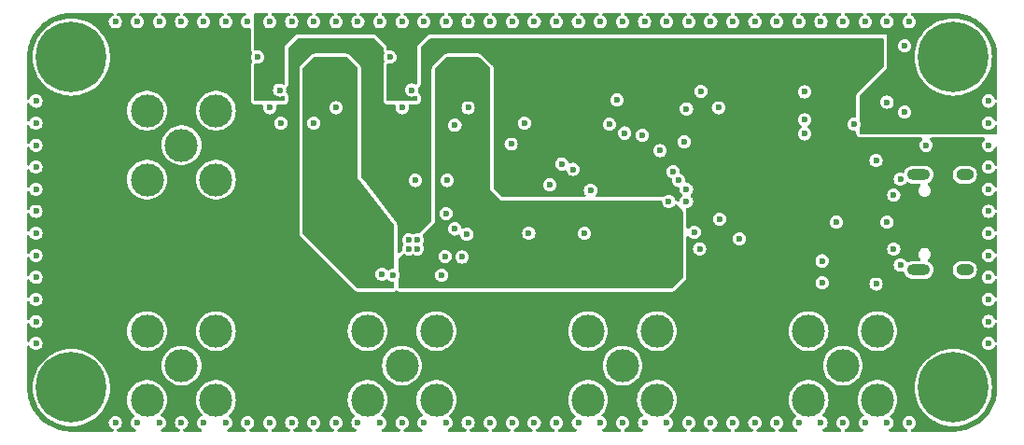
<source format=gbr>
%TF.GenerationSoftware,KiCad,Pcbnew,7.0.1*%
%TF.CreationDate,2023-05-30T08:19:09+02:00*%
%TF.ProjectId,test_SGTL5000,74657374-5f53-4475-944c-353030302e6b,rev?*%
%TF.SameCoordinates,Original*%
%TF.FileFunction,Copper,L3,Inr*%
%TF.FilePolarity,Positive*%
%FSLAX46Y46*%
G04 Gerber Fmt 4.6, Leading zero omitted, Abs format (unit mm)*
G04 Created by KiCad (PCBNEW 7.0.1) date 2023-05-30 08:19:09*
%MOMM*%
%LPD*%
G01*
G04 APERTURE LIST*
%TA.AperFunction,ComponentPad*%
%ADD10C,0.800000*%
%TD*%
%TA.AperFunction,ComponentPad*%
%ADD11C,6.400000*%
%TD*%
%TA.AperFunction,ComponentPad*%
%ADD12C,3.000000*%
%TD*%
%TA.AperFunction,ComponentPad*%
%ADD13O,2.100000X1.000000*%
%TD*%
%TA.AperFunction,ComponentPad*%
%ADD14O,1.600000X1.000000*%
%TD*%
%TA.AperFunction,ViaPad*%
%ADD15C,0.600000*%
%TD*%
%TA.AperFunction,Conductor*%
%ADD16C,0.500000*%
%TD*%
G04 APERTURE END LIST*
D10*
%TO.N,GND*%
%TO.C,H101*%
X97600000Y-50000000D03*
X98302944Y-48302944D03*
X98302944Y-51697056D03*
X100000000Y-47600000D03*
D11*
X100000000Y-50000000D03*
D10*
X100000000Y-52400000D03*
X101697056Y-48302944D03*
X101697056Y-51697056D03*
X102400000Y-50000000D03*
%TD*%
D12*
%TO.N,/CODEC/LINEOUT_L*%
%TO.C,J304*%
X70000000Y-78000000D03*
%TO.N,GND*%
X66875000Y-74875000D03*
X66875000Y-81125000D03*
X73125000Y-74875000D03*
X73125000Y-81125000D03*
%TD*%
D13*
%TO.N,unconnected-(J401-SHIELD-PadS1)*%
%TO.C,J401*%
X96870000Y-69320000D03*
D14*
X101050000Y-69320000D03*
D13*
X96870000Y-60680000D03*
D14*
X101050000Y-60680000D03*
%TD*%
D10*
%TO.N,GND*%
%TO.C,H104*%
X17600000Y-50000000D03*
X18302944Y-48302944D03*
X18302944Y-51697056D03*
X20000000Y-47600000D03*
D11*
X20000000Y-50000000D03*
D10*
X20000000Y-52400000D03*
X21697056Y-48302944D03*
X21697056Y-51697056D03*
X22400000Y-50000000D03*
%TD*%
%TO.N,GND*%
%TO.C,H103*%
X17600000Y-80000000D03*
X18302944Y-78302944D03*
X18302944Y-81697056D03*
X20000000Y-77600000D03*
D11*
X20000000Y-80000000D03*
D10*
X20000000Y-82400000D03*
X21697056Y-78302944D03*
X21697056Y-81697056D03*
X22400000Y-80000000D03*
%TD*%
D12*
%TO.N,/CODEC/LINEIN_L*%
%TO.C,J302*%
X30000000Y-78000000D03*
%TO.N,GND*%
X26875000Y-74875000D03*
X26875000Y-81125000D03*
X33125000Y-74875000D03*
X33125000Y-81125000D03*
%TD*%
%TO.N,/CODEC/MIC*%
%TO.C,J303*%
X30000000Y-58000000D03*
%TO.N,GND*%
X26875000Y-54875000D03*
X26875000Y-61125000D03*
X33125000Y-54875000D03*
X33125000Y-61125000D03*
%TD*%
%TO.N,/CODEC/LINEIN_R*%
%TO.C,J301*%
X50000000Y-78000000D03*
%TO.N,GND*%
X46875000Y-74875000D03*
X46875000Y-81125000D03*
X53125000Y-74875000D03*
X53125000Y-81125000D03*
%TD*%
%TO.N,/CODEC/LINEOUT_R*%
%TO.C,J305*%
X90000000Y-78000000D03*
%TO.N,GND*%
X86875000Y-74875000D03*
X86875000Y-81125000D03*
X93125000Y-74875000D03*
X93125000Y-81125000D03*
%TD*%
D10*
%TO.N,GND*%
%TO.C,H102*%
X97600000Y-80000000D03*
X98302944Y-78302944D03*
X98302944Y-81697056D03*
X100000000Y-77600000D03*
D11*
X100000000Y-80000000D03*
D10*
X100000000Y-82400000D03*
X101697056Y-78302944D03*
X101697056Y-81697056D03*
X102400000Y-80000000D03*
%TD*%
D15*
%TO.N,/STM32/nRST*%
X75600000Y-57700000D03*
X66550000Y-66000000D03*
X78700000Y-54600000D03*
X67100000Y-62100000D03*
%TO.N,GND*%
X86000000Y-83200000D03*
X16800000Y-64000000D03*
X36000000Y-83200000D03*
X46000000Y-83200000D03*
X86500000Y-55700000D03*
X88000000Y-83200000D03*
X48900000Y-50000000D03*
X62000000Y-83200000D03*
X70000000Y-46800000D03*
X38000000Y-83200000D03*
X48000000Y-83200000D03*
X76500000Y-65900000D03*
X76000000Y-46800000D03*
X95200000Y-68900000D03*
X95600000Y-55000000D03*
X34000000Y-83200000D03*
X103200000Y-60000000D03*
X40000000Y-83200000D03*
X38000000Y-46800000D03*
X16800000Y-72000000D03*
X84000000Y-46800000D03*
X94000000Y-46800000D03*
X82000000Y-46800000D03*
X44000000Y-83200000D03*
X51400000Y-66600000D03*
X103200000Y-70000000D03*
X80600000Y-66500000D03*
X90000000Y-83200000D03*
X103200000Y-56000000D03*
X94000000Y-83200000D03*
X28000000Y-83200000D03*
X93000000Y-70600000D03*
X64000000Y-46800000D03*
X103200000Y-68000000D03*
X86500000Y-56970000D03*
X51400000Y-67400000D03*
X88100000Y-70500000D03*
X16800000Y-68000000D03*
X59900000Y-57900000D03*
X48200000Y-69700000D03*
X74000000Y-46800000D03*
X82000000Y-83200000D03*
X54000000Y-83200000D03*
X52000000Y-83200000D03*
X75800000Y-63100000D03*
X72000000Y-46800000D03*
X54000000Y-46800000D03*
X96000000Y-46800000D03*
X103200000Y-64000000D03*
X30000000Y-46800000D03*
X94000000Y-54100000D03*
X52000000Y-46800000D03*
X60000000Y-83200000D03*
X50600000Y-67400000D03*
X16800000Y-56000000D03*
X103200000Y-58000000D03*
X61100000Y-56000000D03*
X50900000Y-53000000D03*
X42000000Y-46800000D03*
X32000000Y-46800000D03*
X70200000Y-56900000D03*
X96000000Y-83200000D03*
X65500000Y-60200000D03*
X38000000Y-54600000D03*
X66000000Y-83200000D03*
X36000000Y-46800000D03*
X58000000Y-46800000D03*
X66000000Y-46800000D03*
X40000000Y-46800000D03*
X74000000Y-83200000D03*
X54000000Y-64200000D03*
X16800000Y-70000000D03*
X16800000Y-66000000D03*
X44000000Y-46800000D03*
X69500000Y-53900000D03*
X16800000Y-74000000D03*
X77000000Y-67400000D03*
X36900000Y-50000000D03*
X88000000Y-46800000D03*
X103200000Y-76000000D03*
X70000000Y-83200000D03*
X38900000Y-53000000D03*
X46000000Y-46800000D03*
X64000000Y-83200000D03*
X58000000Y-83200000D03*
X50600000Y-66600000D03*
X26000000Y-83200000D03*
X60000000Y-46800000D03*
X86500000Y-53160000D03*
X50000000Y-83200000D03*
X92000000Y-83200000D03*
X16800000Y-58000000D03*
X76000000Y-83200000D03*
X64500000Y-59700000D03*
X84000000Y-83200000D03*
X80000000Y-46800000D03*
X26000000Y-46800000D03*
X103200000Y-54000000D03*
X103200000Y-72000000D03*
X44000000Y-54600000D03*
X16800000Y-62000000D03*
X32000000Y-83200000D03*
X49200000Y-69800000D03*
X92000000Y-46800000D03*
X42000000Y-83200000D03*
X50000000Y-54600000D03*
X78800000Y-64700000D03*
X103200000Y-66000000D03*
X91000000Y-56100000D03*
X68000000Y-46800000D03*
X50000000Y-46800000D03*
X30000000Y-83200000D03*
X61500000Y-66000000D03*
X78000000Y-46800000D03*
X103200000Y-62000000D03*
X16800000Y-60000000D03*
X48000000Y-46800000D03*
X72000000Y-83200000D03*
X24000000Y-83200000D03*
X86000000Y-46800000D03*
X24000000Y-46800000D03*
X16800000Y-76000000D03*
X34000000Y-46800000D03*
X63400000Y-61600000D03*
X56000000Y-54600000D03*
X28000000Y-46800000D03*
X95600000Y-49000000D03*
X56000000Y-83200000D03*
X88100000Y-68500000D03*
X78000000Y-83200000D03*
X103200000Y-74000000D03*
X16800000Y-54000000D03*
X68800000Y-56100000D03*
X80000000Y-83200000D03*
X74200000Y-63100000D03*
X93000000Y-59400000D03*
X90000000Y-46800000D03*
X53600000Y-69800000D03*
X68000000Y-83200000D03*
X56000000Y-46800000D03*
X89400000Y-65000000D03*
X95200000Y-61100000D03*
X62000000Y-46800000D03*
%TO.N,+3V3*%
X67700000Y-56800000D03*
X90100000Y-50200000D03*
X86500000Y-58200000D03*
X77400000Y-66500000D03*
X92000000Y-50200000D03*
X93100000Y-49900000D03*
X77200000Y-64000000D03*
X78300000Y-62800000D03*
X51600000Y-64200000D03*
%TO.N,+3.3VA*%
X50800000Y-70500000D03*
X74900000Y-65300000D03*
X56000000Y-51400000D03*
X54100000Y-52700000D03*
X74600000Y-66600000D03*
%TO.N,+1V8*%
X44000000Y-51400000D03*
X47500000Y-68100000D03*
X42100000Y-52700000D03*
%TO.N,+5V*%
X50000000Y-51400000D03*
X92450000Y-55000000D03*
X38800000Y-52150000D03*
X93150000Y-54200000D03*
X37100000Y-52200000D03*
X49200000Y-52200000D03*
X50850000Y-52150000D03*
X93200000Y-55800000D03*
X38000000Y-51400000D03*
%TO.N,/POWER/VBUS*%
X94000000Y-65000000D03*
X97550000Y-58000000D03*
X94600000Y-67450000D03*
X94600000Y-62550000D03*
%TO.N,/STM32/VCP_TX*%
X73400000Y-58500000D03*
X77100000Y-53100000D03*
%TO.N,/STM32/I2S_SCLK*%
X75800000Y-62000000D03*
X51200000Y-61200000D03*
%TO.N,/STM32/I2S_LRCLK*%
X75100000Y-61200000D03*
X54100000Y-61200000D03*
%TO.N,/STM32/I2S_DIN*%
X54800000Y-56200000D03*
X74600000Y-60400000D03*
%TO.N,/STM32/I2C_SCL*%
X75800000Y-54700000D03*
X39000000Y-56000000D03*
%TO.N,/STM32/I2C_SDA*%
X71800000Y-57100000D03*
X42000000Y-56000000D03*
%TO.N,/CODEC/LINEIN_L*%
X55900000Y-66100000D03*
%TO.N,/CODEC/MIC*%
X54800000Y-65600000D03*
%TO.N,/CODEC/LINEOUT_L*%
X55450000Y-68150000D03*
%TO.N,/CODEC/LINEOUT_R*%
X53900000Y-68099500D03*
%TD*%
D16*
%TO.N,+5V*%
X92450000Y-55000000D02*
X92450000Y-54900000D01*
X93200000Y-55800000D02*
X93200000Y-55750000D01*
%TD*%
%TA.AperFunction,Conductor*%
%TO.N,+5V*%
G36*
X37802381Y-46018773D02*
G01*
X37848076Y-46068205D01*
X37861209Y-46134229D01*
X37837909Y-46197386D01*
X37785043Y-46239061D01*
X37697159Y-46275463D01*
X37571717Y-46371717D01*
X37475463Y-46497159D01*
X37414956Y-46643237D01*
X37394317Y-46800000D01*
X37414956Y-46956762D01*
X37475463Y-47102840D01*
X37571717Y-47228282D01*
X37594541Y-47245795D01*
X37697159Y-47324536D01*
X37843238Y-47385044D01*
X38000000Y-47405682D01*
X38156762Y-47385044D01*
X38302841Y-47324536D01*
X38428282Y-47228282D01*
X38524536Y-47102841D01*
X38585044Y-46956762D01*
X38605682Y-46800000D01*
X38585044Y-46643238D01*
X38524536Y-46497159D01*
X38455272Y-46406892D01*
X38428282Y-46371717D01*
X38302840Y-46275463D01*
X38214957Y-46239061D01*
X38162091Y-46197386D01*
X38138791Y-46134229D01*
X38151924Y-46068205D01*
X38197619Y-46018773D01*
X38262409Y-46000500D01*
X39737591Y-46000500D01*
X39802381Y-46018773D01*
X39848076Y-46068205D01*
X39861209Y-46134229D01*
X39837909Y-46197386D01*
X39785043Y-46239061D01*
X39697159Y-46275463D01*
X39571717Y-46371717D01*
X39475463Y-46497159D01*
X39414956Y-46643237D01*
X39394317Y-46800000D01*
X39414956Y-46956762D01*
X39475463Y-47102840D01*
X39571717Y-47228282D01*
X39594541Y-47245795D01*
X39697159Y-47324536D01*
X39843238Y-47385044D01*
X40000000Y-47405682D01*
X40156762Y-47385044D01*
X40302841Y-47324536D01*
X40428282Y-47228282D01*
X40524536Y-47102841D01*
X40585044Y-46956762D01*
X40605682Y-46800000D01*
X40585044Y-46643238D01*
X40524536Y-46497159D01*
X40455272Y-46406892D01*
X40428282Y-46371717D01*
X40302840Y-46275463D01*
X40214957Y-46239061D01*
X40162091Y-46197386D01*
X40138791Y-46134229D01*
X40151924Y-46068205D01*
X40197619Y-46018773D01*
X40262409Y-46000500D01*
X41737591Y-46000500D01*
X41802381Y-46018773D01*
X41848076Y-46068205D01*
X41861209Y-46134229D01*
X41837909Y-46197386D01*
X41785043Y-46239061D01*
X41697159Y-46275463D01*
X41571717Y-46371717D01*
X41475463Y-46497159D01*
X41414956Y-46643237D01*
X41394317Y-46800000D01*
X41414956Y-46956762D01*
X41475463Y-47102840D01*
X41571717Y-47228282D01*
X41594541Y-47245795D01*
X41697159Y-47324536D01*
X41843238Y-47385044D01*
X42000000Y-47405682D01*
X42156762Y-47385044D01*
X42302841Y-47324536D01*
X42428282Y-47228282D01*
X42524536Y-47102841D01*
X42585044Y-46956762D01*
X42605682Y-46800000D01*
X42585044Y-46643238D01*
X42524536Y-46497159D01*
X42455272Y-46406892D01*
X42428282Y-46371717D01*
X42302840Y-46275463D01*
X42214957Y-46239061D01*
X42162091Y-46197386D01*
X42138791Y-46134229D01*
X42151924Y-46068205D01*
X42197619Y-46018773D01*
X42262409Y-46000500D01*
X43737591Y-46000500D01*
X43802381Y-46018773D01*
X43848076Y-46068205D01*
X43861209Y-46134229D01*
X43837909Y-46197386D01*
X43785043Y-46239061D01*
X43697159Y-46275463D01*
X43571717Y-46371717D01*
X43475463Y-46497159D01*
X43414956Y-46643237D01*
X43394317Y-46800000D01*
X43414956Y-46956762D01*
X43475463Y-47102840D01*
X43571717Y-47228282D01*
X43594541Y-47245795D01*
X43697159Y-47324536D01*
X43843238Y-47385044D01*
X44000000Y-47405682D01*
X44156762Y-47385044D01*
X44302841Y-47324536D01*
X44428282Y-47228282D01*
X44524536Y-47102841D01*
X44585044Y-46956762D01*
X44605682Y-46800000D01*
X44585044Y-46643238D01*
X44524536Y-46497159D01*
X44455272Y-46406892D01*
X44428282Y-46371717D01*
X44302840Y-46275463D01*
X44214957Y-46239061D01*
X44162091Y-46197386D01*
X44138791Y-46134229D01*
X44151924Y-46068205D01*
X44197619Y-46018773D01*
X44262409Y-46000500D01*
X45737591Y-46000500D01*
X45802381Y-46018773D01*
X45848076Y-46068205D01*
X45861209Y-46134229D01*
X45837909Y-46197386D01*
X45785043Y-46239061D01*
X45697159Y-46275463D01*
X45571717Y-46371717D01*
X45475463Y-46497159D01*
X45414956Y-46643237D01*
X45394317Y-46800000D01*
X45414956Y-46956762D01*
X45475463Y-47102840D01*
X45571717Y-47228282D01*
X45594541Y-47245795D01*
X45697159Y-47324536D01*
X45843238Y-47385044D01*
X46000000Y-47405682D01*
X46156762Y-47385044D01*
X46302841Y-47324536D01*
X46428282Y-47228282D01*
X46524536Y-47102841D01*
X46585044Y-46956762D01*
X46605682Y-46800000D01*
X46585044Y-46643238D01*
X46524536Y-46497159D01*
X46455272Y-46406892D01*
X46428282Y-46371717D01*
X46302840Y-46275463D01*
X46214957Y-46239061D01*
X46162091Y-46197386D01*
X46138791Y-46134229D01*
X46151924Y-46068205D01*
X46197619Y-46018773D01*
X46262409Y-46000500D01*
X47737591Y-46000500D01*
X47802381Y-46018773D01*
X47848076Y-46068205D01*
X47861209Y-46134229D01*
X47837909Y-46197386D01*
X47785043Y-46239061D01*
X47697159Y-46275463D01*
X47571717Y-46371717D01*
X47475463Y-46497159D01*
X47414956Y-46643237D01*
X47394317Y-46800000D01*
X47414956Y-46956762D01*
X47475463Y-47102840D01*
X47571717Y-47228282D01*
X47594541Y-47245795D01*
X47697159Y-47324536D01*
X47843238Y-47385044D01*
X48000000Y-47405682D01*
X48156762Y-47385044D01*
X48302841Y-47324536D01*
X48428282Y-47228282D01*
X48524536Y-47102841D01*
X48585044Y-46956762D01*
X48605682Y-46800000D01*
X48585044Y-46643238D01*
X48524536Y-46497159D01*
X48455272Y-46406892D01*
X48428282Y-46371717D01*
X48302840Y-46275463D01*
X48214957Y-46239061D01*
X48162091Y-46197386D01*
X48138791Y-46134229D01*
X48151924Y-46068205D01*
X48197619Y-46018773D01*
X48262409Y-46000500D01*
X49737591Y-46000500D01*
X49802381Y-46018773D01*
X49848076Y-46068205D01*
X49861209Y-46134229D01*
X49837909Y-46197386D01*
X49785043Y-46239061D01*
X49697159Y-46275463D01*
X49571717Y-46371717D01*
X49475463Y-46497159D01*
X49414956Y-46643237D01*
X49394317Y-46800000D01*
X49414956Y-46956762D01*
X49475463Y-47102840D01*
X49571717Y-47228282D01*
X49594541Y-47245795D01*
X49697159Y-47324536D01*
X49843238Y-47385044D01*
X50000000Y-47405682D01*
X50156762Y-47385044D01*
X50302841Y-47324536D01*
X50428282Y-47228282D01*
X50524536Y-47102841D01*
X50585044Y-46956762D01*
X50605682Y-46800000D01*
X50585044Y-46643238D01*
X50524536Y-46497159D01*
X50455272Y-46406892D01*
X50428282Y-46371717D01*
X50302840Y-46275463D01*
X50214957Y-46239061D01*
X50162091Y-46197386D01*
X50138791Y-46134229D01*
X50151924Y-46068205D01*
X50197619Y-46018773D01*
X50262409Y-46000500D01*
X51737591Y-46000500D01*
X51802381Y-46018773D01*
X51848076Y-46068205D01*
X51861209Y-46134229D01*
X51837909Y-46197386D01*
X51785043Y-46239061D01*
X51697159Y-46275463D01*
X51571717Y-46371717D01*
X51475463Y-46497159D01*
X51414956Y-46643237D01*
X51394317Y-46800000D01*
X51414956Y-46956762D01*
X51475463Y-47102840D01*
X51571717Y-47228282D01*
X51594541Y-47245795D01*
X51697159Y-47324536D01*
X51843238Y-47385044D01*
X52000000Y-47405682D01*
X52156762Y-47385044D01*
X52302841Y-47324536D01*
X52428282Y-47228282D01*
X52524536Y-47102841D01*
X52585044Y-46956762D01*
X52605682Y-46800000D01*
X52585044Y-46643238D01*
X52524536Y-46497159D01*
X52455272Y-46406892D01*
X52428282Y-46371717D01*
X52302840Y-46275463D01*
X52214957Y-46239061D01*
X52162091Y-46197386D01*
X52138791Y-46134229D01*
X52151924Y-46068205D01*
X52197619Y-46018773D01*
X52262409Y-46000500D01*
X53737591Y-46000500D01*
X53802381Y-46018773D01*
X53848076Y-46068205D01*
X53861209Y-46134229D01*
X53837909Y-46197386D01*
X53785043Y-46239061D01*
X53697159Y-46275463D01*
X53571717Y-46371717D01*
X53475463Y-46497159D01*
X53414956Y-46643237D01*
X53394317Y-46800000D01*
X53414956Y-46956762D01*
X53475463Y-47102840D01*
X53571717Y-47228282D01*
X53594541Y-47245795D01*
X53697159Y-47324536D01*
X53843238Y-47385044D01*
X54000000Y-47405682D01*
X54156762Y-47385044D01*
X54302841Y-47324536D01*
X54428282Y-47228282D01*
X54524536Y-47102841D01*
X54585044Y-46956762D01*
X54605682Y-46800000D01*
X54585044Y-46643238D01*
X54524536Y-46497159D01*
X54455272Y-46406892D01*
X54428282Y-46371717D01*
X54302840Y-46275463D01*
X54214957Y-46239061D01*
X54162091Y-46197386D01*
X54138791Y-46134229D01*
X54151924Y-46068205D01*
X54197619Y-46018773D01*
X54262409Y-46000500D01*
X55737591Y-46000500D01*
X55802381Y-46018773D01*
X55848076Y-46068205D01*
X55861209Y-46134229D01*
X55837909Y-46197386D01*
X55785043Y-46239061D01*
X55697159Y-46275463D01*
X55571717Y-46371717D01*
X55475463Y-46497159D01*
X55414956Y-46643237D01*
X55394317Y-46800000D01*
X55414956Y-46956762D01*
X55475463Y-47102840D01*
X55571717Y-47228282D01*
X55594541Y-47245795D01*
X55697159Y-47324536D01*
X55843238Y-47385044D01*
X56000000Y-47405682D01*
X56156762Y-47385044D01*
X56302841Y-47324536D01*
X56428282Y-47228282D01*
X56524536Y-47102841D01*
X56585044Y-46956762D01*
X56605682Y-46800000D01*
X56585044Y-46643238D01*
X56524536Y-46497159D01*
X56455272Y-46406892D01*
X56428282Y-46371717D01*
X56302840Y-46275463D01*
X56214957Y-46239061D01*
X56162091Y-46197386D01*
X56138791Y-46134229D01*
X56151924Y-46068205D01*
X56197619Y-46018773D01*
X56262409Y-46000500D01*
X57737591Y-46000500D01*
X57802381Y-46018773D01*
X57848076Y-46068205D01*
X57861209Y-46134229D01*
X57837909Y-46197386D01*
X57785043Y-46239061D01*
X57697159Y-46275463D01*
X57571717Y-46371717D01*
X57475463Y-46497159D01*
X57414956Y-46643237D01*
X57394317Y-46800000D01*
X57414956Y-46956762D01*
X57475463Y-47102840D01*
X57571717Y-47228282D01*
X57594541Y-47245795D01*
X57697159Y-47324536D01*
X57843238Y-47385044D01*
X58000000Y-47405682D01*
X58156762Y-47385044D01*
X58302841Y-47324536D01*
X58428282Y-47228282D01*
X58524536Y-47102841D01*
X58585044Y-46956762D01*
X58605682Y-46800000D01*
X58585044Y-46643238D01*
X58524536Y-46497159D01*
X58455272Y-46406892D01*
X58428282Y-46371717D01*
X58302840Y-46275463D01*
X58214957Y-46239061D01*
X58162091Y-46197386D01*
X58138791Y-46134229D01*
X58151924Y-46068205D01*
X58197619Y-46018773D01*
X58262409Y-46000500D01*
X59737591Y-46000500D01*
X59802381Y-46018773D01*
X59848076Y-46068205D01*
X59861209Y-46134229D01*
X59837909Y-46197386D01*
X59785043Y-46239061D01*
X59697159Y-46275463D01*
X59571717Y-46371717D01*
X59475463Y-46497159D01*
X59414956Y-46643237D01*
X59394317Y-46800000D01*
X59414956Y-46956762D01*
X59475463Y-47102840D01*
X59571717Y-47228282D01*
X59594541Y-47245795D01*
X59697159Y-47324536D01*
X59843238Y-47385044D01*
X60000000Y-47405682D01*
X60156762Y-47385044D01*
X60302841Y-47324536D01*
X60428282Y-47228282D01*
X60524536Y-47102841D01*
X60585044Y-46956762D01*
X60605682Y-46800000D01*
X60585044Y-46643238D01*
X60524536Y-46497159D01*
X60455272Y-46406892D01*
X60428282Y-46371717D01*
X60302840Y-46275463D01*
X60214957Y-46239061D01*
X60162091Y-46197386D01*
X60138791Y-46134229D01*
X60151924Y-46068205D01*
X60197619Y-46018773D01*
X60262409Y-46000500D01*
X61737591Y-46000500D01*
X61802381Y-46018773D01*
X61848076Y-46068205D01*
X61861209Y-46134229D01*
X61837909Y-46197386D01*
X61785043Y-46239061D01*
X61697159Y-46275463D01*
X61571717Y-46371717D01*
X61475463Y-46497159D01*
X61414956Y-46643237D01*
X61394317Y-46799999D01*
X61414956Y-46956762D01*
X61475463Y-47102840D01*
X61571717Y-47228282D01*
X61594541Y-47245795D01*
X61697159Y-47324536D01*
X61843238Y-47385044D01*
X62000000Y-47405682D01*
X62156762Y-47385044D01*
X62302841Y-47324536D01*
X62428282Y-47228282D01*
X62524536Y-47102841D01*
X62585044Y-46956762D01*
X62605682Y-46800000D01*
X62585044Y-46643238D01*
X62524536Y-46497159D01*
X62455272Y-46406892D01*
X62428282Y-46371717D01*
X62302840Y-46275463D01*
X62214957Y-46239061D01*
X62162091Y-46197386D01*
X62138791Y-46134229D01*
X62151924Y-46068205D01*
X62197619Y-46018773D01*
X62262409Y-46000500D01*
X63737591Y-46000500D01*
X63802381Y-46018773D01*
X63848076Y-46068205D01*
X63861209Y-46134229D01*
X63837909Y-46197386D01*
X63785043Y-46239061D01*
X63697159Y-46275463D01*
X63571717Y-46371717D01*
X63475463Y-46497159D01*
X63414956Y-46643237D01*
X63394317Y-46799999D01*
X63414956Y-46956762D01*
X63475463Y-47102840D01*
X63571717Y-47228282D01*
X63594541Y-47245795D01*
X63697159Y-47324536D01*
X63843238Y-47385044D01*
X64000000Y-47405682D01*
X64156762Y-47385044D01*
X64302841Y-47324536D01*
X64428282Y-47228282D01*
X64524536Y-47102841D01*
X64585044Y-46956762D01*
X64605682Y-46800000D01*
X64585044Y-46643238D01*
X64524536Y-46497159D01*
X64455272Y-46406892D01*
X64428282Y-46371717D01*
X64302840Y-46275463D01*
X64214957Y-46239061D01*
X64162091Y-46197386D01*
X64138791Y-46134229D01*
X64151924Y-46068205D01*
X64197619Y-46018773D01*
X64262409Y-46000500D01*
X65737591Y-46000500D01*
X65802381Y-46018773D01*
X65848076Y-46068205D01*
X65861209Y-46134229D01*
X65837909Y-46197386D01*
X65785043Y-46239061D01*
X65697159Y-46275463D01*
X65571717Y-46371717D01*
X65475463Y-46497159D01*
X65414956Y-46643237D01*
X65394317Y-46799999D01*
X65414956Y-46956762D01*
X65475463Y-47102840D01*
X65571717Y-47228282D01*
X65594541Y-47245795D01*
X65697159Y-47324536D01*
X65843238Y-47385044D01*
X66000000Y-47405682D01*
X66156762Y-47385044D01*
X66302841Y-47324536D01*
X66428282Y-47228282D01*
X66524536Y-47102841D01*
X66585044Y-46956762D01*
X66605682Y-46800000D01*
X66585044Y-46643238D01*
X66524536Y-46497159D01*
X66455272Y-46406892D01*
X66428282Y-46371717D01*
X66302840Y-46275463D01*
X66214957Y-46239061D01*
X66162091Y-46197386D01*
X66138791Y-46134229D01*
X66151924Y-46068205D01*
X66197619Y-46018773D01*
X66262409Y-46000500D01*
X67737591Y-46000500D01*
X67802381Y-46018773D01*
X67848076Y-46068205D01*
X67861209Y-46134229D01*
X67837909Y-46197386D01*
X67785043Y-46239061D01*
X67697159Y-46275463D01*
X67571717Y-46371717D01*
X67475463Y-46497159D01*
X67414956Y-46643237D01*
X67394317Y-46799999D01*
X67414956Y-46956762D01*
X67475463Y-47102840D01*
X67571717Y-47228282D01*
X67594541Y-47245795D01*
X67697159Y-47324536D01*
X67843238Y-47385044D01*
X68000000Y-47405682D01*
X68156762Y-47385044D01*
X68302841Y-47324536D01*
X68428282Y-47228282D01*
X68524536Y-47102841D01*
X68585044Y-46956762D01*
X68605682Y-46800000D01*
X68585044Y-46643238D01*
X68524536Y-46497159D01*
X68455272Y-46406892D01*
X68428282Y-46371717D01*
X68302840Y-46275463D01*
X68214957Y-46239061D01*
X68162091Y-46197386D01*
X68138791Y-46134229D01*
X68151924Y-46068205D01*
X68197619Y-46018773D01*
X68262409Y-46000500D01*
X69737591Y-46000500D01*
X69802381Y-46018773D01*
X69848076Y-46068205D01*
X69861209Y-46134229D01*
X69837909Y-46197386D01*
X69785043Y-46239061D01*
X69697159Y-46275463D01*
X69571717Y-46371717D01*
X69475463Y-46497159D01*
X69414956Y-46643237D01*
X69394317Y-46799999D01*
X69414956Y-46956762D01*
X69475463Y-47102840D01*
X69571717Y-47228282D01*
X69594541Y-47245795D01*
X69697159Y-47324536D01*
X69843238Y-47385044D01*
X70000000Y-47405682D01*
X70156762Y-47385044D01*
X70302841Y-47324536D01*
X70428282Y-47228282D01*
X70524536Y-47102841D01*
X70585044Y-46956762D01*
X70605682Y-46800000D01*
X70585044Y-46643238D01*
X70524536Y-46497159D01*
X70455272Y-46406892D01*
X70428282Y-46371717D01*
X70302840Y-46275463D01*
X70214957Y-46239061D01*
X70162091Y-46197386D01*
X70138791Y-46134229D01*
X70151924Y-46068205D01*
X70197619Y-46018773D01*
X70262409Y-46000500D01*
X71737591Y-46000500D01*
X71802381Y-46018773D01*
X71848076Y-46068205D01*
X71861209Y-46134229D01*
X71837909Y-46197386D01*
X71785043Y-46239061D01*
X71697159Y-46275463D01*
X71571717Y-46371717D01*
X71475463Y-46497159D01*
X71414956Y-46643237D01*
X71394317Y-46799999D01*
X71414956Y-46956762D01*
X71475463Y-47102840D01*
X71571717Y-47228282D01*
X71594541Y-47245795D01*
X71697159Y-47324536D01*
X71843238Y-47385044D01*
X72000000Y-47405682D01*
X72156762Y-47385044D01*
X72302841Y-47324536D01*
X72428282Y-47228282D01*
X72524536Y-47102841D01*
X72585044Y-46956762D01*
X72605682Y-46800000D01*
X72585044Y-46643238D01*
X72524536Y-46497159D01*
X72455272Y-46406892D01*
X72428282Y-46371717D01*
X72302840Y-46275463D01*
X72214957Y-46239061D01*
X72162091Y-46197386D01*
X72138791Y-46134229D01*
X72151924Y-46068205D01*
X72197619Y-46018773D01*
X72262409Y-46000500D01*
X73737591Y-46000500D01*
X73802381Y-46018773D01*
X73848076Y-46068205D01*
X73861209Y-46134229D01*
X73837909Y-46197386D01*
X73785043Y-46239061D01*
X73697159Y-46275463D01*
X73571717Y-46371717D01*
X73475463Y-46497159D01*
X73414956Y-46643237D01*
X73394317Y-46800000D01*
X73414956Y-46956762D01*
X73475463Y-47102840D01*
X73571717Y-47228282D01*
X73594541Y-47245795D01*
X73697159Y-47324536D01*
X73843238Y-47385044D01*
X74000000Y-47405682D01*
X74156762Y-47385044D01*
X74302841Y-47324536D01*
X74428282Y-47228282D01*
X74524536Y-47102841D01*
X74585044Y-46956762D01*
X74605682Y-46800000D01*
X74585044Y-46643238D01*
X74524536Y-46497159D01*
X74455272Y-46406892D01*
X74428282Y-46371717D01*
X74302840Y-46275463D01*
X74214957Y-46239061D01*
X74162091Y-46197386D01*
X74138791Y-46134229D01*
X74151924Y-46068205D01*
X74197619Y-46018773D01*
X74262409Y-46000500D01*
X75737591Y-46000500D01*
X75802381Y-46018773D01*
X75848076Y-46068205D01*
X75861209Y-46134229D01*
X75837909Y-46197386D01*
X75785043Y-46239061D01*
X75697159Y-46275463D01*
X75571717Y-46371717D01*
X75475463Y-46497159D01*
X75414956Y-46643237D01*
X75394317Y-46800000D01*
X75414956Y-46956762D01*
X75475463Y-47102840D01*
X75571717Y-47228282D01*
X75594541Y-47245795D01*
X75697159Y-47324536D01*
X75843238Y-47385044D01*
X76000000Y-47405682D01*
X76156762Y-47385044D01*
X76302841Y-47324536D01*
X76428282Y-47228282D01*
X76524536Y-47102841D01*
X76585044Y-46956762D01*
X76605682Y-46800000D01*
X76585044Y-46643238D01*
X76524536Y-46497159D01*
X76455272Y-46406892D01*
X76428282Y-46371717D01*
X76302840Y-46275463D01*
X76214957Y-46239061D01*
X76162091Y-46197386D01*
X76138791Y-46134229D01*
X76151924Y-46068205D01*
X76197619Y-46018773D01*
X76262409Y-46000500D01*
X77737591Y-46000500D01*
X77802381Y-46018773D01*
X77848076Y-46068205D01*
X77861209Y-46134229D01*
X77837909Y-46197386D01*
X77785043Y-46239061D01*
X77697159Y-46275463D01*
X77571717Y-46371717D01*
X77475463Y-46497159D01*
X77414956Y-46643237D01*
X77394317Y-46800000D01*
X77414956Y-46956762D01*
X77475463Y-47102840D01*
X77571717Y-47228282D01*
X77594541Y-47245795D01*
X77697159Y-47324536D01*
X77843238Y-47385044D01*
X78000000Y-47405682D01*
X78156762Y-47385044D01*
X78302841Y-47324536D01*
X78428282Y-47228282D01*
X78524536Y-47102841D01*
X78585044Y-46956762D01*
X78605682Y-46800000D01*
X78585044Y-46643238D01*
X78524536Y-46497159D01*
X78455272Y-46406892D01*
X78428282Y-46371717D01*
X78302840Y-46275463D01*
X78214957Y-46239061D01*
X78162091Y-46197386D01*
X78138791Y-46134229D01*
X78151924Y-46068205D01*
X78197619Y-46018773D01*
X78262409Y-46000500D01*
X79737591Y-46000500D01*
X79802381Y-46018773D01*
X79848076Y-46068205D01*
X79861209Y-46134229D01*
X79837909Y-46197386D01*
X79785043Y-46239061D01*
X79697159Y-46275463D01*
X79571717Y-46371717D01*
X79475463Y-46497159D01*
X79414956Y-46643237D01*
X79394317Y-46800000D01*
X79414956Y-46956762D01*
X79475463Y-47102840D01*
X79571717Y-47228282D01*
X79594541Y-47245795D01*
X79697159Y-47324536D01*
X79843238Y-47385044D01*
X80000000Y-47405682D01*
X80156762Y-47385044D01*
X80302841Y-47324536D01*
X80428282Y-47228282D01*
X80524536Y-47102841D01*
X80585044Y-46956762D01*
X80605682Y-46800000D01*
X80585044Y-46643238D01*
X80524536Y-46497159D01*
X80455272Y-46406892D01*
X80428282Y-46371717D01*
X80302840Y-46275463D01*
X80214957Y-46239061D01*
X80162091Y-46197386D01*
X80138791Y-46134229D01*
X80151924Y-46068205D01*
X80197619Y-46018773D01*
X80262409Y-46000500D01*
X81737591Y-46000500D01*
X81802381Y-46018773D01*
X81848076Y-46068205D01*
X81861209Y-46134229D01*
X81837909Y-46197386D01*
X81785043Y-46239061D01*
X81697159Y-46275463D01*
X81571717Y-46371717D01*
X81475463Y-46497159D01*
X81414956Y-46643237D01*
X81394317Y-46800000D01*
X81414956Y-46956762D01*
X81475463Y-47102840D01*
X81571717Y-47228282D01*
X81594541Y-47245795D01*
X81697159Y-47324536D01*
X81843238Y-47385044D01*
X82000000Y-47405682D01*
X82156762Y-47385044D01*
X82302841Y-47324536D01*
X82428282Y-47228282D01*
X82524536Y-47102841D01*
X82585044Y-46956762D01*
X82605682Y-46800000D01*
X82585044Y-46643238D01*
X82524536Y-46497159D01*
X82455272Y-46406892D01*
X82428282Y-46371717D01*
X82302840Y-46275463D01*
X82214957Y-46239061D01*
X82162091Y-46197386D01*
X82138791Y-46134229D01*
X82151924Y-46068205D01*
X82197619Y-46018773D01*
X82262409Y-46000500D01*
X83737591Y-46000500D01*
X83802381Y-46018773D01*
X83848076Y-46068205D01*
X83861209Y-46134229D01*
X83837909Y-46197386D01*
X83785043Y-46239061D01*
X83697159Y-46275463D01*
X83571717Y-46371717D01*
X83475463Y-46497159D01*
X83414956Y-46643237D01*
X83394317Y-46800000D01*
X83414956Y-46956762D01*
X83475463Y-47102840D01*
X83571717Y-47228282D01*
X83594541Y-47245795D01*
X83697159Y-47324536D01*
X83843238Y-47385044D01*
X84000000Y-47405682D01*
X84156762Y-47385044D01*
X84302841Y-47324536D01*
X84428282Y-47228282D01*
X84524536Y-47102841D01*
X84585044Y-46956762D01*
X84605682Y-46800000D01*
X84585044Y-46643238D01*
X84524536Y-46497159D01*
X84455272Y-46406892D01*
X84428282Y-46371717D01*
X84302840Y-46275463D01*
X84214957Y-46239061D01*
X84162091Y-46197386D01*
X84138791Y-46134229D01*
X84151924Y-46068205D01*
X84197619Y-46018773D01*
X84262409Y-46000500D01*
X85737591Y-46000500D01*
X85802381Y-46018773D01*
X85848076Y-46068205D01*
X85861209Y-46134229D01*
X85837909Y-46197386D01*
X85785043Y-46239061D01*
X85697159Y-46275463D01*
X85571717Y-46371717D01*
X85475463Y-46497159D01*
X85414956Y-46643237D01*
X85394317Y-46800000D01*
X85414956Y-46956762D01*
X85475463Y-47102840D01*
X85571717Y-47228282D01*
X85594541Y-47245795D01*
X85697159Y-47324536D01*
X85843238Y-47385044D01*
X86000000Y-47405682D01*
X86156762Y-47385044D01*
X86302841Y-47324536D01*
X86428282Y-47228282D01*
X86524536Y-47102841D01*
X86585044Y-46956762D01*
X86605682Y-46800000D01*
X86585044Y-46643238D01*
X86524536Y-46497159D01*
X86455272Y-46406892D01*
X86428282Y-46371717D01*
X86302840Y-46275463D01*
X86214957Y-46239061D01*
X86162091Y-46197386D01*
X86138791Y-46134229D01*
X86151924Y-46068205D01*
X86197619Y-46018773D01*
X86262409Y-46000500D01*
X87737591Y-46000500D01*
X87802381Y-46018773D01*
X87848076Y-46068205D01*
X87861209Y-46134229D01*
X87837909Y-46197386D01*
X87785043Y-46239061D01*
X87697159Y-46275463D01*
X87571717Y-46371717D01*
X87475463Y-46497159D01*
X87414956Y-46643237D01*
X87394317Y-46800000D01*
X87414956Y-46956762D01*
X87475463Y-47102840D01*
X87571717Y-47228282D01*
X87594541Y-47245795D01*
X87697159Y-47324536D01*
X87843238Y-47385044D01*
X88000000Y-47405682D01*
X88156762Y-47385044D01*
X88302841Y-47324536D01*
X88428282Y-47228282D01*
X88524536Y-47102841D01*
X88585044Y-46956762D01*
X88605682Y-46800000D01*
X88585044Y-46643238D01*
X88524536Y-46497159D01*
X88455272Y-46406892D01*
X88428282Y-46371717D01*
X88302840Y-46275463D01*
X88214957Y-46239061D01*
X88162091Y-46197386D01*
X88138791Y-46134229D01*
X88151924Y-46068205D01*
X88197619Y-46018773D01*
X88262409Y-46000500D01*
X89737591Y-46000500D01*
X89802381Y-46018773D01*
X89848076Y-46068205D01*
X89861209Y-46134229D01*
X89837909Y-46197386D01*
X89785043Y-46239061D01*
X89697159Y-46275463D01*
X89571717Y-46371717D01*
X89475463Y-46497159D01*
X89414956Y-46643237D01*
X89394317Y-46800000D01*
X89414956Y-46956762D01*
X89475463Y-47102840D01*
X89571717Y-47228282D01*
X89594541Y-47245795D01*
X89697159Y-47324536D01*
X89843238Y-47385044D01*
X90000000Y-47405682D01*
X90156762Y-47385044D01*
X90302841Y-47324536D01*
X90428282Y-47228282D01*
X90524536Y-47102841D01*
X90585044Y-46956762D01*
X90605682Y-46800000D01*
X90585044Y-46643238D01*
X90524536Y-46497159D01*
X90455272Y-46406892D01*
X90428282Y-46371717D01*
X90302840Y-46275463D01*
X90214957Y-46239061D01*
X90162091Y-46197386D01*
X90138791Y-46134229D01*
X90151924Y-46068205D01*
X90197619Y-46018773D01*
X90262409Y-46000500D01*
X91737591Y-46000500D01*
X91802381Y-46018773D01*
X91848076Y-46068205D01*
X91861209Y-46134229D01*
X91837909Y-46197386D01*
X91785043Y-46239061D01*
X91697159Y-46275463D01*
X91571717Y-46371717D01*
X91475463Y-46497159D01*
X91414956Y-46643237D01*
X91394317Y-46800000D01*
X91414956Y-46956762D01*
X91475463Y-47102840D01*
X91571717Y-47228282D01*
X91594541Y-47245795D01*
X91697159Y-47324536D01*
X91843238Y-47385044D01*
X92000000Y-47405682D01*
X92156762Y-47385044D01*
X92302841Y-47324536D01*
X92428282Y-47228282D01*
X92524536Y-47102841D01*
X92585044Y-46956762D01*
X92605682Y-46800000D01*
X92585044Y-46643238D01*
X92524536Y-46497159D01*
X92455272Y-46406892D01*
X92428282Y-46371717D01*
X92302840Y-46275463D01*
X92214957Y-46239061D01*
X92162091Y-46197386D01*
X92138791Y-46134229D01*
X92151924Y-46068205D01*
X92197619Y-46018773D01*
X92262409Y-46000500D01*
X93737591Y-46000500D01*
X93802381Y-46018773D01*
X93848076Y-46068205D01*
X93861209Y-46134229D01*
X93837909Y-46197386D01*
X93785043Y-46239061D01*
X93697159Y-46275463D01*
X93571717Y-46371717D01*
X93475463Y-46497159D01*
X93414956Y-46643237D01*
X93394317Y-46800000D01*
X93414956Y-46956762D01*
X93475463Y-47102840D01*
X93571717Y-47228282D01*
X93594541Y-47245795D01*
X93697159Y-47324536D01*
X93843238Y-47385044D01*
X94000000Y-47405682D01*
X94156762Y-47385044D01*
X94302841Y-47324536D01*
X94428282Y-47228282D01*
X94524536Y-47102841D01*
X94585044Y-46956762D01*
X94605682Y-46800000D01*
X94585044Y-46643238D01*
X94524536Y-46497159D01*
X94455272Y-46406892D01*
X94428282Y-46371717D01*
X94302840Y-46275463D01*
X94214957Y-46239061D01*
X94162091Y-46197386D01*
X94138791Y-46134229D01*
X94151924Y-46068205D01*
X94197619Y-46018773D01*
X94262409Y-46000500D01*
X95737591Y-46000500D01*
X95802381Y-46018773D01*
X95848076Y-46068205D01*
X95861209Y-46134229D01*
X95837909Y-46197386D01*
X95785043Y-46239061D01*
X95697159Y-46275463D01*
X95571717Y-46371717D01*
X95475463Y-46497159D01*
X95414956Y-46643237D01*
X95394317Y-46800000D01*
X95414956Y-46956762D01*
X95475463Y-47102840D01*
X95571717Y-47228282D01*
X95594541Y-47245795D01*
X95697159Y-47324536D01*
X95843238Y-47385044D01*
X96000000Y-47405682D01*
X96156762Y-47385044D01*
X96302841Y-47324536D01*
X96428282Y-47228282D01*
X96524536Y-47102841D01*
X96585044Y-46956762D01*
X96605682Y-46800000D01*
X96585044Y-46643238D01*
X96524536Y-46497159D01*
X96455272Y-46406892D01*
X96428282Y-46371717D01*
X96302840Y-46275463D01*
X96214957Y-46239061D01*
X96162091Y-46197386D01*
X96138791Y-46134229D01*
X96151924Y-46068205D01*
X96197619Y-46018773D01*
X96262409Y-46000500D01*
X99997128Y-46000500D01*
X100002854Y-46000632D01*
X100018811Y-46001369D01*
X100173088Y-46008502D01*
X100369795Y-46018166D01*
X100380787Y-46019201D01*
X100562876Y-46044601D01*
X100563781Y-46044732D01*
X100747261Y-46071949D01*
X100757413Y-46073892D01*
X100938614Y-46116510D01*
X100940023Y-46116852D01*
X101117874Y-46161401D01*
X101127091Y-46164096D01*
X101304478Y-46223550D01*
X101306618Y-46224292D01*
X101478220Y-46285692D01*
X101486519Y-46289004D01*
X101657980Y-46364712D01*
X101660909Y-46366051D01*
X101747263Y-46406892D01*
X101825119Y-46443715D01*
X101832411Y-46447465D01*
X101951679Y-46513898D01*
X101996435Y-46538827D01*
X101999810Y-46540777D01*
X102155371Y-46634017D01*
X102161670Y-46638058D01*
X102316699Y-46744256D01*
X102320459Y-46746935D01*
X102466009Y-46854882D01*
X102471305Y-46859040D01*
X102616009Y-46979200D01*
X102619947Y-46982617D01*
X102754206Y-47104303D01*
X102758590Y-47108478D01*
X102891520Y-47241408D01*
X102895698Y-47245795D01*
X103017375Y-47380045D01*
X103020805Y-47383998D01*
X103140951Y-47528684D01*
X103145124Y-47534000D01*
X103253041Y-47679509D01*
X103255742Y-47683299D01*
X103361940Y-47838328D01*
X103365992Y-47844645D01*
X103447509Y-47980648D01*
X103459200Y-48000153D01*
X103461171Y-48003563D01*
X103552525Y-48167573D01*
X103556291Y-48174896D01*
X103633947Y-48339089D01*
X103635286Y-48342018D01*
X103710994Y-48513479D01*
X103714311Y-48521791D01*
X103775666Y-48693265D01*
X103776487Y-48695634D01*
X103835894Y-48872881D01*
X103838606Y-48882157D01*
X103883104Y-49059803D01*
X103883526Y-49061543D01*
X103926101Y-49242562D01*
X103928053Y-49252758D01*
X103955257Y-49436156D01*
X103955410Y-49437218D01*
X103980794Y-49619184D01*
X103981834Y-49630232D01*
X103991512Y-49827238D01*
X103991529Y-49827595D01*
X103999368Y-49997145D01*
X103999500Y-50002872D01*
X103999500Y-53737591D01*
X103981227Y-53802381D01*
X103931795Y-53848076D01*
X103865771Y-53861209D01*
X103802614Y-53837909D01*
X103760939Y-53785043D01*
X103724536Y-53697159D01*
X103628282Y-53571717D01*
X103502840Y-53475463D01*
X103356762Y-53414956D01*
X103200000Y-53394317D01*
X103043237Y-53414956D01*
X102897159Y-53475463D01*
X102771717Y-53571717D01*
X102675463Y-53697159D01*
X102614956Y-53843237D01*
X102594317Y-54000000D01*
X102614956Y-54156762D01*
X102675463Y-54302840D01*
X102771717Y-54428282D01*
X102872588Y-54505682D01*
X102897159Y-54524536D01*
X103043238Y-54585044D01*
X103200000Y-54605682D01*
X103356762Y-54585044D01*
X103502841Y-54524536D01*
X103628282Y-54428282D01*
X103724536Y-54302841D01*
X103760938Y-54214957D01*
X103802614Y-54162091D01*
X103865771Y-54138791D01*
X103931795Y-54151924D01*
X103981227Y-54197619D01*
X103999500Y-54262409D01*
X103999500Y-55737591D01*
X103981227Y-55802381D01*
X103931795Y-55848076D01*
X103865771Y-55861209D01*
X103802614Y-55837909D01*
X103760939Y-55785043D01*
X103724536Y-55697159D01*
X103628282Y-55571717D01*
X103502840Y-55475463D01*
X103356762Y-55414956D01*
X103200000Y-55394317D01*
X103043237Y-55414956D01*
X102897159Y-55475463D01*
X102771717Y-55571717D01*
X102675463Y-55697159D01*
X102614956Y-55843237D01*
X102594317Y-56000000D01*
X102614956Y-56156762D01*
X102675463Y-56302840D01*
X102771717Y-56428282D01*
X102868885Y-56502841D01*
X102897159Y-56524536D01*
X103043238Y-56585044D01*
X103200000Y-56605682D01*
X103356762Y-56585044D01*
X103502841Y-56524536D01*
X103628282Y-56428282D01*
X103724536Y-56302841D01*
X103760938Y-56214957D01*
X103802614Y-56162091D01*
X103865771Y-56138791D01*
X103931795Y-56151924D01*
X103981227Y-56197619D01*
X103999500Y-56262409D01*
X103999500Y-56876000D01*
X103982887Y-56938000D01*
X103937500Y-56983387D01*
X103875500Y-57000000D01*
X91624000Y-57000000D01*
X91562000Y-56983387D01*
X91516613Y-56938000D01*
X91500000Y-56876000D01*
X91500000Y-56476909D01*
X91506581Y-56437049D01*
X91523400Y-56405582D01*
X91524534Y-56402842D01*
X91524536Y-56402841D01*
X91585044Y-56256762D01*
X91605682Y-56100000D01*
X91585044Y-55943238D01*
X91524536Y-55797159D01*
X91524535Y-55797158D01*
X91523400Y-55794417D01*
X91506581Y-55762951D01*
X91500000Y-55723091D01*
X91500000Y-55000000D01*
X94994317Y-55000000D01*
X95014956Y-55156762D01*
X95075463Y-55302840D01*
X95171717Y-55428282D01*
X95257778Y-55494318D01*
X95297159Y-55524536D01*
X95443238Y-55585044D01*
X95600000Y-55605682D01*
X95756762Y-55585044D01*
X95902841Y-55524536D01*
X96028282Y-55428282D01*
X96124536Y-55302841D01*
X96185044Y-55156762D01*
X96205682Y-55000000D01*
X96185044Y-54843238D01*
X96124536Y-54697159D01*
X96068811Y-54624536D01*
X96028282Y-54571717D01*
X95902840Y-54475463D01*
X95756762Y-54414956D01*
X95600000Y-54394317D01*
X95443237Y-54414956D01*
X95297159Y-54475463D01*
X95171717Y-54571717D01*
X95075463Y-54697159D01*
X95014956Y-54843237D01*
X94994317Y-55000000D01*
X91500000Y-55000000D01*
X91500000Y-54099999D01*
X93394317Y-54099999D01*
X93414956Y-54256762D01*
X93475463Y-54402840D01*
X93571717Y-54528282D01*
X93665183Y-54600000D01*
X93697159Y-54624536D01*
X93843238Y-54685044D01*
X94000000Y-54705682D01*
X94156762Y-54685044D01*
X94302841Y-54624536D01*
X94428282Y-54528282D01*
X94524536Y-54402841D01*
X94585044Y-54256762D01*
X94605682Y-54100000D01*
X94585044Y-53943238D01*
X94524536Y-53797159D01*
X94478828Y-53737591D01*
X94428282Y-53671717D01*
X94302840Y-53575463D01*
X94156762Y-53514956D01*
X94000000Y-53494317D01*
X93843237Y-53514956D01*
X93697159Y-53575463D01*
X93571717Y-53671717D01*
X93475463Y-53797159D01*
X93414956Y-53943237D01*
X93394317Y-54099999D01*
X91500000Y-54099999D01*
X91500000Y-53551362D01*
X91509439Y-53503909D01*
X91536319Y-53463681D01*
X92654491Y-52345509D01*
X94000000Y-51000000D01*
X94000000Y-49999999D01*
X96494696Y-49999999D01*
X96513897Y-50366406D01*
X96571293Y-50728788D01*
X96666258Y-51083200D01*
X96797744Y-51425735D01*
X96964320Y-51752656D01*
X97164146Y-52060363D01*
X97279600Y-52202936D01*
X97395051Y-52345506D01*
X97654494Y-52604949D01*
X97736947Y-52671718D01*
X97939636Y-52835853D01*
X98192402Y-53000000D01*
X98247348Y-53035682D01*
X98574264Y-53202255D01*
X98916801Y-53333742D01*
X99271206Y-53428705D01*
X99271209Y-53428705D01*
X99271211Y-53428706D01*
X99633593Y-53486102D01*
X99683373Y-53488710D01*
X100000000Y-53505304D01*
X100331645Y-53487923D01*
X100366406Y-53486102D01*
X100728788Y-53428706D01*
X100728788Y-53428705D01*
X100728794Y-53428705D01*
X101083199Y-53333742D01*
X101425736Y-53202255D01*
X101752652Y-53035682D01*
X102060366Y-52835851D01*
X102345506Y-52604949D01*
X102604949Y-52345506D01*
X102835851Y-52060366D01*
X103035682Y-51752652D01*
X103202255Y-51425736D01*
X103333742Y-51083199D01*
X103428705Y-50728794D01*
X103448204Y-50605682D01*
X103486102Y-50366406D01*
X103492934Y-50236038D01*
X103505304Y-50000000D01*
X103486102Y-49633596D01*
X103485569Y-49630232D01*
X103428706Y-49271211D01*
X103423762Y-49252758D01*
X103333742Y-48916801D01*
X103202255Y-48574264D01*
X103035682Y-48247348D01*
X103016149Y-48217269D01*
X102835853Y-47939636D01*
X102671564Y-47736757D01*
X102604949Y-47654494D01*
X102345506Y-47395051D01*
X102202935Y-47279599D01*
X102060363Y-47164146D01*
X101752656Y-46964320D01*
X101425735Y-46797744D01*
X101083200Y-46666258D01*
X100728788Y-46571293D01*
X100366406Y-46513897D01*
X100000000Y-46494696D01*
X99633593Y-46513897D01*
X99271211Y-46571293D01*
X98916799Y-46666258D01*
X98574264Y-46797744D01*
X98247343Y-46964320D01*
X97939636Y-47164146D01*
X97654490Y-47395054D01*
X97395054Y-47654490D01*
X97164146Y-47939636D01*
X96964320Y-48247343D01*
X96797744Y-48574264D01*
X96666258Y-48916799D01*
X96571293Y-49271211D01*
X96513897Y-49633593D01*
X96494696Y-49999999D01*
X94000000Y-49999999D01*
X94000000Y-48999999D01*
X94994317Y-48999999D01*
X95014956Y-49156762D01*
X95075463Y-49302840D01*
X95171717Y-49428282D01*
X95297159Y-49524536D01*
X95443238Y-49585044D01*
X95600000Y-49605682D01*
X95756762Y-49585044D01*
X95902841Y-49524536D01*
X96028282Y-49428282D01*
X96124536Y-49302841D01*
X96185044Y-49156762D01*
X96205682Y-49000000D01*
X96185044Y-48843238D01*
X96124536Y-48697159D01*
X96030236Y-48574264D01*
X96028282Y-48571717D01*
X95902840Y-48475463D01*
X95756762Y-48414956D01*
X95600000Y-48394317D01*
X95443237Y-48414956D01*
X95297159Y-48475463D01*
X95171717Y-48571717D01*
X95075463Y-48697159D01*
X95014956Y-48843237D01*
X94994317Y-48999999D01*
X94000000Y-48999999D01*
X94000000Y-48000000D01*
X52399999Y-48000000D01*
X51400000Y-48999999D01*
X51400000Y-52375302D01*
X51381301Y-52440782D01*
X51330844Y-52486514D01*
X51263846Y-52498705D01*
X51218334Y-52480720D01*
X51217924Y-52481711D01*
X51056762Y-52414956D01*
X50900000Y-52394317D01*
X50743237Y-52414956D01*
X50597159Y-52475463D01*
X50471717Y-52571717D01*
X50375463Y-52697159D01*
X50314956Y-52843237D01*
X50294317Y-52999999D01*
X50314956Y-53156762D01*
X50375463Y-53302840D01*
X50471717Y-53428282D01*
X50570277Y-53503909D01*
X50597159Y-53524536D01*
X50743238Y-53585044D01*
X50900000Y-53605682D01*
X51056762Y-53585044D01*
X51157919Y-53543143D01*
X51217924Y-53518289D01*
X51218334Y-53519279D01*
X51263846Y-53501295D01*
X51330844Y-53513486D01*
X51381301Y-53559218D01*
X51400000Y-53624698D01*
X51400000Y-53876000D01*
X51383387Y-53938000D01*
X51338000Y-53983387D01*
X51276000Y-54000000D01*
X50051285Y-54000000D01*
X50035101Y-53998939D01*
X50030432Y-53998324D01*
X50000000Y-53994317D01*
X49969567Y-53998324D01*
X49964898Y-53998939D01*
X49948715Y-54000000D01*
X48724000Y-54000000D01*
X48662000Y-53983387D01*
X48616613Y-53938000D01*
X48600000Y-53876000D01*
X48600000Y-50707581D01*
X48619419Y-50640956D01*
X48671595Y-50595199D01*
X48740185Y-50584642D01*
X48899999Y-50605682D01*
X48899999Y-50605681D01*
X48900000Y-50605682D01*
X49056762Y-50585044D01*
X49202841Y-50524536D01*
X49328282Y-50428282D01*
X49424536Y-50302841D01*
X49485044Y-50156762D01*
X49505682Y-50000000D01*
X49485044Y-49843238D01*
X49424536Y-49697159D01*
X49375763Y-49633596D01*
X49328282Y-49571717D01*
X49202840Y-49475463D01*
X49056762Y-49414956D01*
X48899999Y-49394317D01*
X48740185Y-49415358D01*
X48671595Y-49404801D01*
X48619419Y-49359044D01*
X48600000Y-49292419D01*
X48600000Y-49000000D01*
X47600000Y-48000000D01*
X40400000Y-48000000D01*
X40399999Y-48000000D01*
X39400000Y-48999999D01*
X39400000Y-52375302D01*
X39381301Y-52440782D01*
X39330844Y-52486514D01*
X39263846Y-52498705D01*
X39218334Y-52480720D01*
X39217924Y-52481711D01*
X39056762Y-52414956D01*
X38900000Y-52394317D01*
X38743237Y-52414956D01*
X38597159Y-52475463D01*
X38471717Y-52571717D01*
X38375463Y-52697159D01*
X38314956Y-52843237D01*
X38294317Y-53000000D01*
X38314956Y-53156762D01*
X38375463Y-53302840D01*
X38471717Y-53428282D01*
X38570277Y-53503909D01*
X38597159Y-53524536D01*
X38743238Y-53585044D01*
X38900000Y-53605682D01*
X39056762Y-53585044D01*
X39157919Y-53543143D01*
X39217924Y-53518289D01*
X39218334Y-53519279D01*
X39263846Y-53501295D01*
X39330844Y-53513486D01*
X39381301Y-53559218D01*
X39400000Y-53624698D01*
X39400000Y-53876000D01*
X39383387Y-53938000D01*
X39338000Y-53983387D01*
X39276000Y-54000000D01*
X38051285Y-54000000D01*
X38035101Y-53998939D01*
X38030432Y-53998324D01*
X38000000Y-53994317D01*
X37969567Y-53998324D01*
X37964898Y-53998939D01*
X37948715Y-54000000D01*
X36724000Y-54000000D01*
X36662000Y-53983387D01*
X36616613Y-53938000D01*
X36600000Y-53876000D01*
X36600000Y-50707581D01*
X36619419Y-50640956D01*
X36671595Y-50595199D01*
X36740185Y-50584642D01*
X36899999Y-50605682D01*
X36899999Y-50605681D01*
X36900000Y-50605682D01*
X37056762Y-50585044D01*
X37202841Y-50524536D01*
X37328282Y-50428282D01*
X37424536Y-50302841D01*
X37485044Y-50156762D01*
X37505682Y-50000000D01*
X37485044Y-49843238D01*
X37424536Y-49697159D01*
X37375763Y-49633596D01*
X37328282Y-49571717D01*
X37202840Y-49475463D01*
X37056762Y-49414956D01*
X36899999Y-49394317D01*
X36740185Y-49415358D01*
X36671595Y-49404801D01*
X36619419Y-49359044D01*
X36600000Y-49292419D01*
X36600000Y-46851285D01*
X36601061Y-46835099D01*
X36605682Y-46800000D01*
X36601061Y-46764901D01*
X36600000Y-46748715D01*
X36600000Y-46124500D01*
X36616613Y-46062500D01*
X36662000Y-46017113D01*
X36724000Y-46000500D01*
X37737591Y-46000500D01*
X37802381Y-46018773D01*
G37*
%TD.AperFunction*%
%TD*%
%TA.AperFunction,Conductor*%
%TO.N,+3.3VA*%
G36*
X56996091Y-50009439D02*
G01*
X57036319Y-50036319D01*
X57963681Y-50963681D01*
X57990561Y-51003909D01*
X58000000Y-51051362D01*
X58000000Y-62000000D01*
X59000000Y-63000000D01*
X73472408Y-63000000D01*
X73529665Y-63014011D01*
X73573983Y-63052877D01*
X73595347Y-63107815D01*
X73614956Y-63256762D01*
X73675463Y-63402840D01*
X73771717Y-63528282D01*
X73857778Y-63594318D01*
X73897159Y-63624536D01*
X74043238Y-63685044D01*
X74200000Y-63705682D01*
X74356762Y-63685044D01*
X74502841Y-63624536D01*
X74628282Y-63528282D01*
X74715877Y-63414125D01*
X74771840Y-63373091D01*
X74841089Y-63368552D01*
X74901932Y-63401932D01*
X75463681Y-63963681D01*
X75490561Y-64003909D01*
X75500000Y-64051362D01*
X75500000Y-69948638D01*
X75490561Y-69996091D01*
X75463681Y-70036319D01*
X74536319Y-70963681D01*
X74496091Y-70990561D01*
X74448638Y-71000000D01*
X49824000Y-71000000D01*
X49762000Y-70983387D01*
X49716613Y-70938000D01*
X49700000Y-70876000D01*
X49700000Y-70176909D01*
X49706581Y-70137049D01*
X49723400Y-70105582D01*
X49724534Y-70102842D01*
X49724536Y-70102841D01*
X49785044Y-69956762D01*
X49805682Y-69800000D01*
X52994317Y-69800000D01*
X53014956Y-69956762D01*
X53075463Y-70102840D01*
X53171717Y-70228282D01*
X53297158Y-70324535D01*
X53297159Y-70324536D01*
X53443238Y-70385044D01*
X53579360Y-70402964D01*
X53599999Y-70405682D01*
X53599999Y-70405681D01*
X53600000Y-70405682D01*
X53756762Y-70385044D01*
X53902841Y-70324536D01*
X54028282Y-70228282D01*
X54124536Y-70102841D01*
X54185044Y-69956762D01*
X54205682Y-69800000D01*
X54185044Y-69643238D01*
X54124536Y-69497159D01*
X54118736Y-69489600D01*
X54028282Y-69371717D01*
X53902840Y-69275463D01*
X53756762Y-69214956D01*
X53599999Y-69194317D01*
X53443237Y-69214956D01*
X53297159Y-69275463D01*
X53171717Y-69371717D01*
X53075463Y-69497159D01*
X53014956Y-69643237D01*
X52994317Y-69800000D01*
X49805682Y-69800000D01*
X49785044Y-69643238D01*
X49724536Y-69497159D01*
X49724535Y-69497158D01*
X49723400Y-69494417D01*
X49706581Y-69462951D01*
X49700000Y-69423091D01*
X49700000Y-68351362D01*
X49709439Y-68303909D01*
X49736319Y-68263681D01*
X49900500Y-68099500D01*
X53294317Y-68099500D01*
X53314956Y-68256262D01*
X53375463Y-68402340D01*
X53471717Y-68527782D01*
X53537531Y-68578282D01*
X53597159Y-68624036D01*
X53743238Y-68684544D01*
X53900000Y-68705182D01*
X54056762Y-68684544D01*
X54202841Y-68624036D01*
X54328282Y-68527782D01*
X54424536Y-68402341D01*
X54485044Y-68256262D01*
X54499034Y-68150000D01*
X54844317Y-68150000D01*
X54864956Y-68306762D01*
X54925463Y-68452840D01*
X55021717Y-68578282D01*
X55147159Y-68674536D01*
X55293238Y-68735044D01*
X55450000Y-68755682D01*
X55606762Y-68735044D01*
X55752841Y-68674536D01*
X55878282Y-68578282D01*
X55974536Y-68452841D01*
X56035044Y-68306762D01*
X56055682Y-68150000D01*
X56035044Y-67993238D01*
X55974536Y-67847159D01*
X55935786Y-67796659D01*
X55878282Y-67721717D01*
X55752840Y-67625463D01*
X55606762Y-67564956D01*
X55449999Y-67544317D01*
X55293237Y-67564956D01*
X55147159Y-67625463D01*
X55021717Y-67721717D01*
X54925463Y-67847159D01*
X54864956Y-67993237D01*
X54844317Y-68150000D01*
X54499034Y-68150000D01*
X54505682Y-68099500D01*
X54485044Y-67942738D01*
X54424536Y-67796659D01*
X54367032Y-67721718D01*
X54328282Y-67671217D01*
X54202840Y-67574963D01*
X54056762Y-67514456D01*
X53900000Y-67493817D01*
X53743237Y-67514456D01*
X53597159Y-67574963D01*
X53471717Y-67671217D01*
X53375463Y-67796659D01*
X53314956Y-67942737D01*
X53294317Y-68099500D01*
X49900500Y-68099500D01*
X50094825Y-67905174D01*
X50145216Y-67874596D01*
X50204036Y-67870741D01*
X50257991Y-67894481D01*
X50297159Y-67924536D01*
X50443238Y-67985044D01*
X50600000Y-68005682D01*
X50756762Y-67985044D01*
X50902841Y-67924536D01*
X50924513Y-67907905D01*
X50973158Y-67885221D01*
X51026837Y-67885220D01*
X51075486Y-67907906D01*
X51097159Y-67924536D01*
X51243238Y-67985044D01*
X51400000Y-68005682D01*
X51556762Y-67985044D01*
X51702841Y-67924536D01*
X51828282Y-67828282D01*
X51924536Y-67702841D01*
X51985044Y-67556762D01*
X52005682Y-67400000D01*
X51985044Y-67243238D01*
X51924536Y-67097159D01*
X51907905Y-67075485D01*
X51885221Y-67026839D01*
X51885221Y-66973161D01*
X51907906Y-66924513D01*
X51924536Y-66902841D01*
X51985044Y-66756762D01*
X52005682Y-66600000D01*
X51985044Y-66443238D01*
X51924536Y-66297159D01*
X51894481Y-66257990D01*
X51870741Y-66204036D01*
X51874596Y-66145216D01*
X51905174Y-66094825D01*
X52399999Y-65600000D01*
X54194317Y-65600000D01*
X54214956Y-65756762D01*
X54275463Y-65902840D01*
X54371717Y-66028282D01*
X54490709Y-66119587D01*
X54497159Y-66124536D01*
X54643238Y-66185044D01*
X54800000Y-66205682D01*
X54956762Y-66185044D01*
X55102841Y-66124536D01*
X55109290Y-66119587D01*
X55168592Y-66095023D01*
X55232230Y-66103401D01*
X55283153Y-66142475D01*
X55307717Y-66201776D01*
X55314956Y-66256762D01*
X55375463Y-66402840D01*
X55471717Y-66528282D01*
X55565183Y-66600000D01*
X55597159Y-66624536D01*
X55743238Y-66685044D01*
X55900000Y-66705682D01*
X56056762Y-66685044D01*
X56202841Y-66624536D01*
X56328282Y-66528282D01*
X56424536Y-66402841D01*
X56485044Y-66256762D01*
X56505682Y-66100000D01*
X56492517Y-66000000D01*
X60894317Y-66000000D01*
X60914956Y-66156762D01*
X60975463Y-66302840D01*
X61071717Y-66428282D01*
X61197159Y-66524536D01*
X61343238Y-66585044D01*
X61500000Y-66605682D01*
X61656762Y-66585044D01*
X61802841Y-66524536D01*
X61928282Y-66428282D01*
X62024536Y-66302841D01*
X62085044Y-66156762D01*
X62105682Y-66000000D01*
X65944317Y-66000000D01*
X65964956Y-66156762D01*
X66025463Y-66302840D01*
X66121717Y-66428282D01*
X66247159Y-66524536D01*
X66393238Y-66585044D01*
X66550000Y-66605682D01*
X66706762Y-66585044D01*
X66852841Y-66524536D01*
X66978282Y-66428282D01*
X67074536Y-66302841D01*
X67135044Y-66156762D01*
X67155682Y-66000000D01*
X67135044Y-65843238D01*
X67074536Y-65697159D01*
X67074535Y-65697158D01*
X66978282Y-65571717D01*
X66852840Y-65475463D01*
X66706762Y-65414956D01*
X66550000Y-65394317D01*
X66393237Y-65414956D01*
X66247159Y-65475463D01*
X66121717Y-65571717D01*
X66025463Y-65697159D01*
X65964956Y-65843237D01*
X65944317Y-66000000D01*
X62105682Y-66000000D01*
X62085044Y-65843238D01*
X62024536Y-65697159D01*
X62024535Y-65697158D01*
X61928282Y-65571717D01*
X61802840Y-65475463D01*
X61656762Y-65414956D01*
X61500000Y-65394317D01*
X61343237Y-65414956D01*
X61197159Y-65475463D01*
X61071717Y-65571717D01*
X60975463Y-65697159D01*
X60914956Y-65843237D01*
X60894317Y-66000000D01*
X56492517Y-66000000D01*
X56485044Y-65943238D01*
X56424536Y-65797159D01*
X56328282Y-65671717D01*
X56202840Y-65575463D01*
X56056762Y-65514956D01*
X55900000Y-65494317D01*
X55743237Y-65514956D01*
X55597156Y-65575464D01*
X55590703Y-65580416D01*
X55531402Y-65604977D01*
X55467765Y-65596597D01*
X55416844Y-65557522D01*
X55392282Y-65498223D01*
X55385044Y-65443238D01*
X55324536Y-65297159D01*
X55290241Y-65252465D01*
X55228282Y-65171717D01*
X55102840Y-65075463D01*
X54956762Y-65014956D01*
X54800000Y-64994317D01*
X54643237Y-65014956D01*
X54497159Y-65075463D01*
X54371717Y-65171717D01*
X54275463Y-65297159D01*
X54214956Y-65443237D01*
X54194317Y-65600000D01*
X52399999Y-65600000D01*
X53000000Y-65000000D01*
X53000000Y-64200000D01*
X53394317Y-64200000D01*
X53414956Y-64356762D01*
X53475463Y-64502840D01*
X53571717Y-64628282D01*
X53697159Y-64724536D01*
X53843238Y-64785044D01*
X54000000Y-64805682D01*
X54156762Y-64785044D01*
X54302841Y-64724536D01*
X54428282Y-64628282D01*
X54524536Y-64502841D01*
X54585044Y-64356762D01*
X54605682Y-64200000D01*
X54585044Y-64043238D01*
X54524536Y-63897159D01*
X54428282Y-63771717D01*
X54302840Y-63675463D01*
X54156762Y-63614956D01*
X54000000Y-63594317D01*
X53843237Y-63614956D01*
X53697159Y-63675463D01*
X53571717Y-63771717D01*
X53475463Y-63897159D01*
X53414956Y-64043237D01*
X53394317Y-64200000D01*
X53000000Y-64200000D01*
X53000000Y-61199999D01*
X53494317Y-61199999D01*
X53514956Y-61356762D01*
X53575463Y-61502840D01*
X53671717Y-61628282D01*
X53797158Y-61724535D01*
X53797159Y-61724536D01*
X53943238Y-61785044D01*
X54100000Y-61805682D01*
X54256762Y-61785044D01*
X54402841Y-61724536D01*
X54528282Y-61628282D01*
X54624536Y-61502841D01*
X54685044Y-61356762D01*
X54705682Y-61200000D01*
X54685044Y-61043238D01*
X54624536Y-60897159D01*
X54571685Y-60828282D01*
X54528282Y-60771717D01*
X54402840Y-60675463D01*
X54256762Y-60614956D01*
X54100000Y-60594317D01*
X53943237Y-60614956D01*
X53797159Y-60675463D01*
X53671717Y-60771717D01*
X53575463Y-60897159D01*
X53514956Y-61043237D01*
X53494317Y-61199999D01*
X53000000Y-61199999D01*
X53000000Y-56200000D01*
X54194317Y-56200000D01*
X54214956Y-56356762D01*
X54275463Y-56502840D01*
X54371717Y-56628282D01*
X54472588Y-56705682D01*
X54497159Y-56724536D01*
X54643238Y-56785044D01*
X54800000Y-56805682D01*
X54956762Y-56785044D01*
X55102841Y-56724536D01*
X55228282Y-56628282D01*
X55324536Y-56502841D01*
X55385044Y-56356762D01*
X55405682Y-56200000D01*
X55385044Y-56043238D01*
X55324536Y-55897159D01*
X55289290Y-55851225D01*
X55228282Y-55771717D01*
X55102840Y-55675463D01*
X54956762Y-55614956D01*
X54800000Y-55594317D01*
X54643237Y-55614956D01*
X54497159Y-55675463D01*
X54371717Y-55771717D01*
X54275463Y-55897159D01*
X54214956Y-56043237D01*
X54194317Y-56200000D01*
X53000000Y-56200000D01*
X53000000Y-54599999D01*
X55394317Y-54599999D01*
X55414956Y-54756762D01*
X55475463Y-54902840D01*
X55571717Y-55028282D01*
X55697159Y-55124536D01*
X55843238Y-55185044D01*
X56000000Y-55205682D01*
X56156762Y-55185044D01*
X56302841Y-55124536D01*
X56428282Y-55028282D01*
X56524536Y-54902841D01*
X56585044Y-54756762D01*
X56605682Y-54600000D01*
X56585044Y-54443238D01*
X56524536Y-54297159D01*
X56524535Y-54297158D01*
X56428282Y-54171717D01*
X56302840Y-54075463D01*
X56156762Y-54014956D01*
X56000000Y-53994317D01*
X55843237Y-54014956D01*
X55697159Y-54075463D01*
X55571717Y-54171717D01*
X55475463Y-54297159D01*
X55414956Y-54443237D01*
X55394317Y-54599999D01*
X53000000Y-54599999D01*
X53000000Y-51051362D01*
X53009439Y-51003909D01*
X53036319Y-50963681D01*
X53963681Y-50036319D01*
X54003909Y-50009439D01*
X54051362Y-50000000D01*
X56948638Y-50000000D01*
X56996091Y-50009439D01*
G37*
%TD.AperFunction*%
%TD*%
%TA.AperFunction,Conductor*%
%TO.N,+3V3*%
G36*
X23802381Y-46018773D02*
G01*
X23848076Y-46068205D01*
X23861209Y-46134229D01*
X23837909Y-46197386D01*
X23785043Y-46239061D01*
X23697159Y-46275463D01*
X23571717Y-46371717D01*
X23475463Y-46497159D01*
X23414956Y-46643237D01*
X23394317Y-46800000D01*
X23414956Y-46956762D01*
X23475463Y-47102840D01*
X23571717Y-47228282D01*
X23594485Y-47245752D01*
X23697159Y-47324536D01*
X23843238Y-47385044D01*
X24000000Y-47405682D01*
X24156762Y-47385044D01*
X24302841Y-47324536D01*
X24428282Y-47228282D01*
X24524536Y-47102841D01*
X24585044Y-46956762D01*
X24605682Y-46800000D01*
X24585044Y-46643238D01*
X24524536Y-46497159D01*
X24486411Y-46447473D01*
X24428282Y-46371717D01*
X24302840Y-46275463D01*
X24214957Y-46239061D01*
X24162091Y-46197386D01*
X24138791Y-46134229D01*
X24151924Y-46068205D01*
X24197619Y-46018773D01*
X24262409Y-46000500D01*
X25737591Y-46000500D01*
X25802381Y-46018773D01*
X25848076Y-46068205D01*
X25861209Y-46134229D01*
X25837909Y-46197386D01*
X25785043Y-46239061D01*
X25697159Y-46275463D01*
X25571717Y-46371717D01*
X25475463Y-46497159D01*
X25414956Y-46643237D01*
X25394317Y-46800000D01*
X25414956Y-46956762D01*
X25475463Y-47102840D01*
X25571717Y-47228282D01*
X25594485Y-47245752D01*
X25697159Y-47324536D01*
X25843238Y-47385044D01*
X26000000Y-47405682D01*
X26156762Y-47385044D01*
X26302841Y-47324536D01*
X26428282Y-47228282D01*
X26524536Y-47102841D01*
X26585044Y-46956762D01*
X26605682Y-46800000D01*
X26585044Y-46643238D01*
X26524536Y-46497159D01*
X26486411Y-46447473D01*
X26428282Y-46371717D01*
X26302840Y-46275463D01*
X26214957Y-46239061D01*
X26162091Y-46197386D01*
X26138791Y-46134229D01*
X26151924Y-46068205D01*
X26197619Y-46018773D01*
X26262409Y-46000500D01*
X27737591Y-46000500D01*
X27802381Y-46018773D01*
X27848076Y-46068205D01*
X27861209Y-46134229D01*
X27837909Y-46197386D01*
X27785043Y-46239061D01*
X27697159Y-46275463D01*
X27571717Y-46371717D01*
X27475463Y-46497159D01*
X27414956Y-46643237D01*
X27394317Y-46800000D01*
X27414956Y-46956762D01*
X27475463Y-47102840D01*
X27571717Y-47228282D01*
X27594485Y-47245752D01*
X27697159Y-47324536D01*
X27843238Y-47385044D01*
X28000000Y-47405682D01*
X28156762Y-47385044D01*
X28302841Y-47324536D01*
X28428282Y-47228282D01*
X28524536Y-47102841D01*
X28585044Y-46956762D01*
X28605682Y-46800000D01*
X28585044Y-46643238D01*
X28524536Y-46497159D01*
X28486411Y-46447473D01*
X28428282Y-46371717D01*
X28302840Y-46275463D01*
X28214957Y-46239061D01*
X28162091Y-46197386D01*
X28138791Y-46134229D01*
X28151924Y-46068205D01*
X28197619Y-46018773D01*
X28262409Y-46000500D01*
X29737591Y-46000500D01*
X29802381Y-46018773D01*
X29848076Y-46068205D01*
X29861209Y-46134229D01*
X29837909Y-46197386D01*
X29785043Y-46239061D01*
X29697159Y-46275463D01*
X29571717Y-46371717D01*
X29475463Y-46497159D01*
X29414956Y-46643237D01*
X29394317Y-46800000D01*
X29414956Y-46956762D01*
X29475463Y-47102840D01*
X29571717Y-47228282D01*
X29594485Y-47245752D01*
X29697159Y-47324536D01*
X29843238Y-47385044D01*
X30000000Y-47405682D01*
X30156762Y-47385044D01*
X30302841Y-47324536D01*
X30428282Y-47228282D01*
X30524536Y-47102841D01*
X30585044Y-46956762D01*
X30605682Y-46800000D01*
X30585044Y-46643238D01*
X30524536Y-46497159D01*
X30486411Y-46447473D01*
X30428282Y-46371717D01*
X30302840Y-46275463D01*
X30214957Y-46239061D01*
X30162091Y-46197386D01*
X30138791Y-46134229D01*
X30151924Y-46068205D01*
X30197619Y-46018773D01*
X30262409Y-46000500D01*
X31737591Y-46000500D01*
X31802381Y-46018773D01*
X31848076Y-46068205D01*
X31861209Y-46134229D01*
X31837909Y-46197386D01*
X31785043Y-46239061D01*
X31697159Y-46275463D01*
X31571717Y-46371717D01*
X31475463Y-46497159D01*
X31414956Y-46643237D01*
X31394317Y-46800000D01*
X31414956Y-46956762D01*
X31475463Y-47102840D01*
X31571717Y-47228282D01*
X31594485Y-47245752D01*
X31697159Y-47324536D01*
X31843238Y-47385044D01*
X32000000Y-47405682D01*
X32156762Y-47385044D01*
X32302841Y-47324536D01*
X32428282Y-47228282D01*
X32524536Y-47102841D01*
X32585044Y-46956762D01*
X32605682Y-46800000D01*
X32585044Y-46643238D01*
X32524536Y-46497159D01*
X32486411Y-46447473D01*
X32428282Y-46371717D01*
X32302840Y-46275463D01*
X32214957Y-46239061D01*
X32162091Y-46197386D01*
X32138791Y-46134229D01*
X32151924Y-46068205D01*
X32197619Y-46018773D01*
X32262409Y-46000500D01*
X33737591Y-46000500D01*
X33802381Y-46018773D01*
X33848076Y-46068205D01*
X33861209Y-46134229D01*
X33837909Y-46197386D01*
X33785043Y-46239061D01*
X33697159Y-46275463D01*
X33571717Y-46371717D01*
X33475463Y-46497159D01*
X33414956Y-46643237D01*
X33394317Y-46800000D01*
X33414956Y-46956762D01*
X33475463Y-47102840D01*
X33571717Y-47228282D01*
X33594485Y-47245752D01*
X33697159Y-47324536D01*
X33843238Y-47385044D01*
X34000000Y-47405682D01*
X34156762Y-47385044D01*
X34302841Y-47324536D01*
X34428282Y-47228282D01*
X34524536Y-47102841D01*
X34585044Y-46956762D01*
X34605682Y-46800000D01*
X34585044Y-46643238D01*
X34524536Y-46497159D01*
X34486411Y-46447473D01*
X34428282Y-46371717D01*
X34302840Y-46275463D01*
X34214957Y-46239061D01*
X34162091Y-46197386D01*
X34138791Y-46134229D01*
X34151924Y-46068205D01*
X34197619Y-46018773D01*
X34262409Y-46000500D01*
X35737591Y-46000500D01*
X35802381Y-46018773D01*
X35848076Y-46068205D01*
X35861209Y-46134229D01*
X35837909Y-46197386D01*
X35785043Y-46239061D01*
X35697159Y-46275463D01*
X35571717Y-46371717D01*
X35475463Y-46497159D01*
X35414956Y-46643237D01*
X35394317Y-46800000D01*
X35414956Y-46956762D01*
X35475463Y-47102840D01*
X35571717Y-47228282D01*
X35594485Y-47245752D01*
X35697159Y-47324536D01*
X35843238Y-47385044D01*
X36000000Y-47405682D01*
X36154315Y-47385366D01*
X36222905Y-47395923D01*
X36275081Y-47441680D01*
X36294500Y-47508305D01*
X36294500Y-49292422D01*
X36306703Y-49377904D01*
X36326121Y-49444527D01*
X36361763Y-49523189D01*
X36373934Y-49537377D01*
X36399824Y-49586892D01*
X36401348Y-49642746D01*
X36378196Y-49693598D01*
X36375463Y-49697159D01*
X36314956Y-49843237D01*
X36294317Y-50000000D01*
X36314956Y-50156762D01*
X36375462Y-50302838D01*
X36375463Y-50302840D01*
X36375464Y-50302841D01*
X36378194Y-50306399D01*
X36401347Y-50357250D01*
X36399825Y-50413105D01*
X36373936Y-50462620D01*
X36361763Y-50476810D01*
X36326121Y-50555472D01*
X36306703Y-50622095D01*
X36294500Y-50707578D01*
X36294500Y-53876001D01*
X36304909Y-53955066D01*
X36321524Y-54017075D01*
X36352040Y-54090747D01*
X36352041Y-54090749D01*
X36352042Y-54090750D01*
X36370616Y-54114956D01*
X36400596Y-54154026D01*
X36445973Y-54199403D01*
X36445977Y-54199406D01*
X36445979Y-54199408D01*
X36509250Y-54247958D01*
X36509251Y-54247958D01*
X36509252Y-54247959D01*
X36582924Y-54278475D01*
X36582927Y-54278475D01*
X36582930Y-54278477D01*
X36644930Y-54295090D01*
X36703796Y-54302840D01*
X36723999Y-54305500D01*
X36724000Y-54305500D01*
X37291695Y-54305500D01*
X37358320Y-54324919D01*
X37404077Y-54377095D01*
X37414634Y-54445685D01*
X37394317Y-54599999D01*
X37414956Y-54756762D01*
X37475463Y-54902840D01*
X37571717Y-55028282D01*
X37657778Y-55094318D01*
X37697159Y-55124536D01*
X37843238Y-55185044D01*
X38000000Y-55205682D01*
X38156762Y-55185044D01*
X38302841Y-55124536D01*
X38428282Y-55028282D01*
X38524536Y-54902841D01*
X38585044Y-54756762D01*
X38605682Y-54600000D01*
X38585366Y-54445684D01*
X38595923Y-54377095D01*
X38641680Y-54324919D01*
X38708305Y-54305500D01*
X39276001Y-54305500D01*
X39291814Y-54303417D01*
X39355070Y-54295090D01*
X39417070Y-54278477D01*
X39490750Y-54247958D01*
X39554021Y-54199408D01*
X39599408Y-54154021D01*
X39647958Y-54090750D01*
X39678477Y-54017070D01*
X39695090Y-53955070D01*
X39705500Y-53876000D01*
X39705500Y-53624698D01*
X39693757Y-53540810D01*
X39675058Y-53475330D01*
X39640732Y-53397894D01*
X39640731Y-53397893D01*
X39640730Y-53397890D01*
X39586465Y-53332859D01*
X39529607Y-53281326D01*
X39530552Y-53280282D01*
X39493235Y-53235748D01*
X39483452Y-53168849D01*
X39485042Y-53156764D01*
X39485044Y-53156762D01*
X39505682Y-53000000D01*
X39485044Y-52843238D01*
X39485043Y-52843236D01*
X39483452Y-52831150D01*
X39493238Y-52764245D01*
X39530553Y-52719718D01*
X39529607Y-52718674D01*
X39586465Y-52667140D01*
X39640730Y-52602109D01*
X39640730Y-52602107D01*
X39640732Y-52602106D01*
X39675058Y-52524670D01*
X39693757Y-52459190D01*
X39705500Y-52375302D01*
X39705500Y-49177903D01*
X39714939Y-49130450D01*
X39741819Y-49090222D01*
X40490222Y-48341819D01*
X40530450Y-48314939D01*
X40577903Y-48305500D01*
X47422096Y-48305500D01*
X47469549Y-48314939D01*
X47509777Y-48341819D01*
X48258181Y-49090223D01*
X48285061Y-49130451D01*
X48294500Y-49177904D01*
X48294500Y-49292422D01*
X48306703Y-49377904D01*
X48326121Y-49444527D01*
X48361763Y-49523189D01*
X48373934Y-49537377D01*
X48399824Y-49586892D01*
X48401348Y-49642746D01*
X48378196Y-49693598D01*
X48375463Y-49697159D01*
X48314956Y-49843237D01*
X48294317Y-50000000D01*
X48314956Y-50156762D01*
X48375462Y-50302838D01*
X48375463Y-50302840D01*
X48375464Y-50302841D01*
X48378194Y-50306399D01*
X48401347Y-50357250D01*
X48399825Y-50413105D01*
X48373936Y-50462620D01*
X48361763Y-50476810D01*
X48326121Y-50555472D01*
X48306703Y-50622095D01*
X48294500Y-50707578D01*
X48294500Y-53876001D01*
X48304909Y-53955066D01*
X48321524Y-54017075D01*
X48352040Y-54090747D01*
X48352041Y-54090749D01*
X48352042Y-54090750D01*
X48370616Y-54114956D01*
X48400596Y-54154026D01*
X48445973Y-54199403D01*
X48445977Y-54199406D01*
X48445979Y-54199408D01*
X48509250Y-54247958D01*
X48509251Y-54247958D01*
X48509252Y-54247959D01*
X48582924Y-54278475D01*
X48582927Y-54278475D01*
X48582930Y-54278477D01*
X48644930Y-54295090D01*
X48703796Y-54302840D01*
X48723999Y-54305500D01*
X48724000Y-54305500D01*
X49291695Y-54305500D01*
X49358320Y-54324919D01*
X49404077Y-54377095D01*
X49414634Y-54445685D01*
X49394317Y-54599999D01*
X49414956Y-54756762D01*
X49475463Y-54902840D01*
X49571717Y-55028282D01*
X49657778Y-55094318D01*
X49697159Y-55124536D01*
X49843238Y-55185044D01*
X50000000Y-55205682D01*
X50156762Y-55185044D01*
X50302841Y-55124536D01*
X50428282Y-55028282D01*
X50524536Y-54902841D01*
X50585044Y-54756762D01*
X50605682Y-54600000D01*
X50585366Y-54445684D01*
X50595923Y-54377095D01*
X50641680Y-54324919D01*
X50708305Y-54305500D01*
X51276001Y-54305500D01*
X51291814Y-54303417D01*
X51355070Y-54295090D01*
X51417070Y-54278477D01*
X51490750Y-54247958D01*
X51554021Y-54199408D01*
X51599408Y-54154021D01*
X51647958Y-54090750D01*
X51678477Y-54017070D01*
X51695090Y-53955070D01*
X51705500Y-53876000D01*
X51705500Y-53624698D01*
X51693757Y-53540810D01*
X51675058Y-53475330D01*
X51640732Y-53397894D01*
X51640731Y-53397893D01*
X51640730Y-53397890D01*
X51586465Y-53332859D01*
X51529607Y-53281326D01*
X51530552Y-53280282D01*
X51493235Y-53235748D01*
X51483452Y-53168849D01*
X51485042Y-53156764D01*
X51485044Y-53156762D01*
X51505682Y-53000000D01*
X51485044Y-52843238D01*
X51485043Y-52843236D01*
X51483452Y-52831150D01*
X51493238Y-52764245D01*
X51530553Y-52719718D01*
X51529607Y-52718674D01*
X51586465Y-52667140D01*
X51640730Y-52602109D01*
X51640730Y-52602107D01*
X51640732Y-52602106D01*
X51675058Y-52524670D01*
X51693757Y-52459190D01*
X51705500Y-52375302D01*
X51705500Y-49177903D01*
X51714939Y-49130450D01*
X51741819Y-49090222D01*
X52490222Y-48341819D01*
X52530450Y-48314939D01*
X52577903Y-48305500D01*
X93570500Y-48305500D01*
X93632500Y-48322113D01*
X93677887Y-48367500D01*
X93694500Y-48429500D01*
X93694500Y-50822096D01*
X93685061Y-50869549D01*
X93658181Y-50909777D01*
X91320300Y-53247656D01*
X91282308Y-53293950D01*
X91255427Y-53334180D01*
X91227194Y-53386998D01*
X91222388Y-53402841D01*
X91209806Y-53444318D01*
X91200370Y-53491757D01*
X91194500Y-53551362D01*
X91194500Y-55378530D01*
X91175080Y-55445155D01*
X91122904Y-55490912D01*
X91054315Y-55501468D01*
X91035399Y-55498978D01*
X90999999Y-55494317D01*
X90843237Y-55514956D01*
X90697159Y-55575463D01*
X90571717Y-55671717D01*
X90475463Y-55797159D01*
X90414956Y-55943237D01*
X90394317Y-56100000D01*
X90414956Y-56256762D01*
X90475463Y-56402840D01*
X90571717Y-56528282D01*
X90672588Y-56605682D01*
X90697159Y-56624536D01*
X90843238Y-56685044D01*
X90979361Y-56702964D01*
X90999999Y-56705682D01*
X90999999Y-56705681D01*
X91000000Y-56705682D01*
X91054315Y-56698531D01*
X91122904Y-56709088D01*
X91175080Y-56754845D01*
X91194500Y-56821470D01*
X91194500Y-56876001D01*
X91204909Y-56955066D01*
X91221524Y-57017075D01*
X91252040Y-57090747D01*
X91300596Y-57154026D01*
X91345973Y-57199403D01*
X91345977Y-57199406D01*
X91345979Y-57199408D01*
X91409250Y-57247958D01*
X91409251Y-57247958D01*
X91409252Y-57247959D01*
X91482924Y-57278475D01*
X91482927Y-57278475D01*
X91482930Y-57278477D01*
X91544930Y-57295090D01*
X91604232Y-57302897D01*
X91623999Y-57305500D01*
X97103368Y-57305500D01*
X97162536Y-57320527D01*
X97207363Y-57361965D01*
X97226986Y-57419771D01*
X97216647Y-57479936D01*
X97178854Y-57527876D01*
X97121717Y-57571717D01*
X97025463Y-57697159D01*
X96964956Y-57843237D01*
X96944317Y-57999999D01*
X96964956Y-58156762D01*
X97025463Y-58302840D01*
X97121717Y-58428282D01*
X97215183Y-58500000D01*
X97247159Y-58524536D01*
X97393238Y-58585044D01*
X97529360Y-58602964D01*
X97549999Y-58605682D01*
X97549999Y-58605681D01*
X97550000Y-58605682D01*
X97706762Y-58585044D01*
X97852841Y-58524536D01*
X97978282Y-58428282D01*
X98074536Y-58302841D01*
X98135044Y-58156762D01*
X98155682Y-58000000D01*
X98135044Y-57843238D01*
X98074536Y-57697159D01*
X97981324Y-57575682D01*
X97978282Y-57571717D01*
X97921146Y-57527876D01*
X97883353Y-57479936D01*
X97873014Y-57419771D01*
X97892637Y-57361965D01*
X97937464Y-57320527D01*
X97996632Y-57305500D01*
X102753368Y-57305500D01*
X102812536Y-57320527D01*
X102857363Y-57361965D01*
X102876986Y-57419771D01*
X102866647Y-57479936D01*
X102828854Y-57527876D01*
X102771717Y-57571717D01*
X102675463Y-57697159D01*
X102614956Y-57843237D01*
X102594317Y-57999999D01*
X102614956Y-58156762D01*
X102675463Y-58302840D01*
X102771717Y-58428282D01*
X102865183Y-58500000D01*
X102897159Y-58524536D01*
X103043238Y-58585044D01*
X103179360Y-58602964D01*
X103199999Y-58605682D01*
X103199999Y-58605681D01*
X103200000Y-58605682D01*
X103356762Y-58585044D01*
X103502841Y-58524536D01*
X103628282Y-58428282D01*
X103724536Y-58302841D01*
X103760938Y-58214957D01*
X103802614Y-58162091D01*
X103865771Y-58138791D01*
X103931795Y-58151924D01*
X103981227Y-58197619D01*
X103999500Y-58262409D01*
X103999500Y-59737591D01*
X103981227Y-59802381D01*
X103931795Y-59848076D01*
X103865771Y-59861209D01*
X103802614Y-59837909D01*
X103760939Y-59785043D01*
X103724536Y-59697159D01*
X103628282Y-59571717D01*
X103502840Y-59475463D01*
X103356762Y-59414956D01*
X103200000Y-59394317D01*
X103043237Y-59414956D01*
X102897159Y-59475463D01*
X102771717Y-59571717D01*
X102675463Y-59697159D01*
X102614956Y-59843237D01*
X102594317Y-59999999D01*
X102614956Y-60156762D01*
X102675463Y-60302840D01*
X102771717Y-60428282D01*
X102857778Y-60494318D01*
X102897159Y-60524536D01*
X103043238Y-60585044D01*
X103200000Y-60605682D01*
X103356762Y-60585044D01*
X103502841Y-60524536D01*
X103628282Y-60428282D01*
X103724536Y-60302841D01*
X103760938Y-60214957D01*
X103802614Y-60162091D01*
X103865771Y-60138791D01*
X103931795Y-60151924D01*
X103981227Y-60197619D01*
X103999500Y-60262409D01*
X103999500Y-61737591D01*
X103981227Y-61802381D01*
X103931795Y-61848076D01*
X103865771Y-61861209D01*
X103802614Y-61837909D01*
X103760939Y-61785043D01*
X103724536Y-61697159D01*
X103628282Y-61571717D01*
X103502840Y-61475463D01*
X103356762Y-61414956D01*
X103200000Y-61394317D01*
X103043237Y-61414956D01*
X102897159Y-61475463D01*
X102771717Y-61571717D01*
X102675463Y-61697159D01*
X102614956Y-61843237D01*
X102594317Y-62000000D01*
X102614956Y-62156762D01*
X102675463Y-62302840D01*
X102771717Y-62428282D01*
X102857778Y-62494318D01*
X102897159Y-62524536D01*
X103043238Y-62585044D01*
X103200000Y-62605682D01*
X103356762Y-62585044D01*
X103502841Y-62524536D01*
X103628282Y-62428282D01*
X103724536Y-62302841D01*
X103760938Y-62214957D01*
X103802614Y-62162091D01*
X103865771Y-62138791D01*
X103931795Y-62151924D01*
X103981227Y-62197619D01*
X103999500Y-62262409D01*
X103999500Y-63737591D01*
X103981227Y-63802381D01*
X103931795Y-63848076D01*
X103865771Y-63861209D01*
X103802614Y-63837909D01*
X103760939Y-63785043D01*
X103724536Y-63697159D01*
X103628282Y-63571717D01*
X103502840Y-63475463D01*
X103356762Y-63414956D01*
X103199999Y-63394317D01*
X103043237Y-63414956D01*
X102897159Y-63475463D01*
X102771717Y-63571717D01*
X102675463Y-63697159D01*
X102614956Y-63843237D01*
X102594317Y-64000000D01*
X102614956Y-64156762D01*
X102675463Y-64302840D01*
X102771717Y-64428282D01*
X102897159Y-64524536D01*
X103043238Y-64585044D01*
X103200000Y-64605682D01*
X103356762Y-64585044D01*
X103502841Y-64524536D01*
X103628282Y-64428282D01*
X103724536Y-64302841D01*
X103760938Y-64214957D01*
X103802614Y-64162091D01*
X103865771Y-64138791D01*
X103931795Y-64151924D01*
X103981227Y-64197619D01*
X103999500Y-64262409D01*
X103999500Y-65737591D01*
X103981227Y-65802381D01*
X103931795Y-65848076D01*
X103865771Y-65861209D01*
X103802614Y-65837909D01*
X103760939Y-65785043D01*
X103724536Y-65697159D01*
X103628282Y-65571717D01*
X103502840Y-65475463D01*
X103356762Y-65414956D01*
X103200000Y-65394317D01*
X103043237Y-65414956D01*
X102897159Y-65475463D01*
X102771717Y-65571717D01*
X102675463Y-65697159D01*
X102614956Y-65843237D01*
X102594317Y-65999999D01*
X102614956Y-66156762D01*
X102675463Y-66302840D01*
X102771717Y-66428282D01*
X102865183Y-66500000D01*
X102897159Y-66524536D01*
X103043238Y-66585044D01*
X103200000Y-66605682D01*
X103356762Y-66585044D01*
X103502841Y-66524536D01*
X103628282Y-66428282D01*
X103724536Y-66302841D01*
X103753319Y-66233353D01*
X103760939Y-66214957D01*
X103802614Y-66162091D01*
X103865771Y-66138791D01*
X103931795Y-66151924D01*
X103981227Y-66197619D01*
X103999500Y-66262409D01*
X103999500Y-67737591D01*
X103981227Y-67802381D01*
X103931795Y-67848076D01*
X103865771Y-67861209D01*
X103802614Y-67837909D01*
X103760939Y-67785043D01*
X103724536Y-67697159D01*
X103628282Y-67571717D01*
X103502840Y-67475463D01*
X103356762Y-67414956D01*
X103200000Y-67394317D01*
X103043237Y-67414956D01*
X102897159Y-67475463D01*
X102771717Y-67571717D01*
X102675463Y-67697159D01*
X102614956Y-67843237D01*
X102594317Y-68000000D01*
X102614956Y-68156762D01*
X102675463Y-68302840D01*
X102771717Y-68428282D01*
X102828325Y-68471718D01*
X102897159Y-68524536D01*
X103043238Y-68585044D01*
X103179360Y-68602964D01*
X103199999Y-68605682D01*
X103199999Y-68605681D01*
X103200000Y-68605682D01*
X103356762Y-68585044D01*
X103502841Y-68524536D01*
X103628282Y-68428282D01*
X103724536Y-68302841D01*
X103760938Y-68214957D01*
X103802614Y-68162091D01*
X103865771Y-68138791D01*
X103931795Y-68151924D01*
X103981227Y-68197619D01*
X103999500Y-68262409D01*
X103999500Y-69737591D01*
X103981227Y-69802381D01*
X103931795Y-69848076D01*
X103865771Y-69861209D01*
X103802614Y-69837909D01*
X103760939Y-69785043D01*
X103724536Y-69697159D01*
X103628282Y-69571717D01*
X103502840Y-69475463D01*
X103356762Y-69414956D01*
X103199999Y-69394317D01*
X103043237Y-69414956D01*
X102897159Y-69475463D01*
X102771717Y-69571717D01*
X102675463Y-69697159D01*
X102614956Y-69843237D01*
X102594317Y-70000000D01*
X102614956Y-70156762D01*
X102675463Y-70302840D01*
X102771717Y-70428282D01*
X102865183Y-70500000D01*
X102897159Y-70524536D01*
X103043238Y-70585044D01*
X103200000Y-70605682D01*
X103356762Y-70585044D01*
X103502841Y-70524536D01*
X103628282Y-70428282D01*
X103724536Y-70302841D01*
X103760938Y-70214957D01*
X103802614Y-70162091D01*
X103865771Y-70138791D01*
X103931795Y-70151924D01*
X103981227Y-70197619D01*
X103999500Y-70262409D01*
X103999500Y-71737591D01*
X103981227Y-71802381D01*
X103931795Y-71848076D01*
X103865771Y-71861209D01*
X103802614Y-71837909D01*
X103760939Y-71785043D01*
X103724536Y-71697159D01*
X103628282Y-71571717D01*
X103502840Y-71475463D01*
X103356762Y-71414956D01*
X103200000Y-71394317D01*
X103043237Y-71414956D01*
X102897159Y-71475463D01*
X102771717Y-71571717D01*
X102675463Y-71697159D01*
X102614956Y-71843237D01*
X102594317Y-71999999D01*
X102614956Y-72156762D01*
X102675463Y-72302840D01*
X102771717Y-72428282D01*
X102897158Y-72524535D01*
X102897159Y-72524536D01*
X103043238Y-72585044D01*
X103200000Y-72605682D01*
X103356762Y-72585044D01*
X103502841Y-72524536D01*
X103628282Y-72428282D01*
X103724536Y-72302841D01*
X103760938Y-72214957D01*
X103802614Y-72162091D01*
X103865771Y-72138791D01*
X103931795Y-72151924D01*
X103981227Y-72197619D01*
X103999500Y-72262409D01*
X103999500Y-73737591D01*
X103981227Y-73802381D01*
X103931795Y-73848076D01*
X103865771Y-73861209D01*
X103802614Y-73837909D01*
X103760939Y-73785043D01*
X103724536Y-73697159D01*
X103628282Y-73571717D01*
X103502840Y-73475463D01*
X103356762Y-73414956D01*
X103200000Y-73394317D01*
X103043237Y-73414956D01*
X102897159Y-73475463D01*
X102771717Y-73571717D01*
X102675463Y-73697159D01*
X102614956Y-73843237D01*
X102594317Y-73999999D01*
X102614956Y-74156762D01*
X102675463Y-74302840D01*
X102771717Y-74428282D01*
X102897159Y-74524536D01*
X103043238Y-74585044D01*
X103200000Y-74605682D01*
X103356762Y-74585044D01*
X103502841Y-74524536D01*
X103628282Y-74428282D01*
X103724536Y-74302841D01*
X103760938Y-74214957D01*
X103802614Y-74162091D01*
X103865771Y-74138791D01*
X103931795Y-74151924D01*
X103981227Y-74197619D01*
X103999500Y-74262409D01*
X103999500Y-75737591D01*
X103981227Y-75802381D01*
X103931795Y-75848076D01*
X103865771Y-75861209D01*
X103802614Y-75837909D01*
X103760939Y-75785043D01*
X103724536Y-75697159D01*
X103628282Y-75571717D01*
X103502840Y-75475463D01*
X103356762Y-75414956D01*
X103200000Y-75394317D01*
X103043237Y-75414956D01*
X102897159Y-75475463D01*
X102771717Y-75571717D01*
X102675463Y-75697159D01*
X102614956Y-75843237D01*
X102594317Y-76000000D01*
X102614956Y-76156762D01*
X102675463Y-76302840D01*
X102771717Y-76428282D01*
X102883294Y-76513897D01*
X102897159Y-76524536D01*
X103043238Y-76585044D01*
X103200000Y-76605682D01*
X103356762Y-76585044D01*
X103502841Y-76524536D01*
X103628282Y-76428282D01*
X103724536Y-76302841D01*
X103760938Y-76214957D01*
X103802614Y-76162091D01*
X103865771Y-76138791D01*
X103931795Y-76151924D01*
X103981227Y-76197619D01*
X103999500Y-76262409D01*
X103999500Y-79997128D01*
X103999368Y-80002855D01*
X103991529Y-80172404D01*
X103991512Y-80172761D01*
X103981834Y-80369766D01*
X103980794Y-80380814D01*
X103955410Y-80562780D01*
X103955257Y-80563842D01*
X103928053Y-80747240D01*
X103926101Y-80757436D01*
X103883526Y-80938455D01*
X103883104Y-80940195D01*
X103838606Y-81117841D01*
X103835894Y-81127117D01*
X103776487Y-81304364D01*
X103775666Y-81306733D01*
X103714311Y-81478207D01*
X103710994Y-81486519D01*
X103635286Y-81657980D01*
X103633947Y-81660909D01*
X103556291Y-81825102D01*
X103552525Y-81832425D01*
X103461171Y-81996435D01*
X103459200Y-81999845D01*
X103365999Y-82155342D01*
X103361940Y-82161670D01*
X103255742Y-82316699D01*
X103253041Y-82320489D01*
X103145135Y-82465984D01*
X103140935Y-82471334D01*
X103068607Y-82558436D01*
X103023589Y-82612650D01*
X103020851Y-82615947D01*
X103017331Y-82620004D01*
X102895717Y-82754183D01*
X102891520Y-82758590D01*
X102758590Y-82891520D01*
X102754183Y-82895717D01*
X102620004Y-83017331D01*
X102615955Y-83020843D01*
X102588988Y-83043237D01*
X102471334Y-83140935D01*
X102465984Y-83145135D01*
X102320489Y-83253041D01*
X102316699Y-83255742D01*
X102161670Y-83361940D01*
X102155342Y-83365999D01*
X101999845Y-83459200D01*
X101996435Y-83461171D01*
X101832425Y-83552525D01*
X101825102Y-83556291D01*
X101660909Y-83633947D01*
X101657980Y-83635286D01*
X101486519Y-83710994D01*
X101478207Y-83714311D01*
X101306733Y-83775666D01*
X101304364Y-83776487D01*
X101127117Y-83835894D01*
X101117841Y-83838606D01*
X100940195Y-83883104D01*
X100938455Y-83883526D01*
X100757436Y-83926101D01*
X100747240Y-83928053D01*
X100563842Y-83955257D01*
X100562780Y-83955410D01*
X100380814Y-83980794D01*
X100369766Y-83981834D01*
X100172931Y-83991503D01*
X100172575Y-83991520D01*
X100007393Y-83999158D01*
X100002854Y-83999368D01*
X99997128Y-83999500D01*
X96262409Y-83999500D01*
X96197619Y-83981227D01*
X96151924Y-83931795D01*
X96138791Y-83865771D01*
X96162091Y-83802614D01*
X96214957Y-83760939D01*
X96243274Y-83749209D01*
X96302841Y-83724536D01*
X96428282Y-83628282D01*
X96524536Y-83502841D01*
X96585044Y-83356762D01*
X96605682Y-83200000D01*
X96585044Y-83043238D01*
X96524536Y-82897159D01*
X96515405Y-82885259D01*
X96428282Y-82771717D01*
X96302840Y-82675463D01*
X96156762Y-82614956D01*
X96000000Y-82594317D01*
X95843237Y-82614956D01*
X95697159Y-82675463D01*
X95571717Y-82771717D01*
X95475463Y-82897159D01*
X95414956Y-83043237D01*
X95394317Y-83199999D01*
X95414956Y-83356762D01*
X95475463Y-83502840D01*
X95571717Y-83628282D01*
X95697159Y-83724536D01*
X95785043Y-83760939D01*
X95837909Y-83802614D01*
X95861209Y-83865771D01*
X95848076Y-83931795D01*
X95802381Y-83981227D01*
X95737591Y-83999500D01*
X94262409Y-83999500D01*
X94197619Y-83981227D01*
X94151924Y-83931795D01*
X94138791Y-83865771D01*
X94162091Y-83802614D01*
X94214957Y-83760939D01*
X94243274Y-83749209D01*
X94302841Y-83724536D01*
X94428282Y-83628282D01*
X94524536Y-83502841D01*
X94585044Y-83356762D01*
X94605682Y-83200000D01*
X94585044Y-83043238D01*
X94524536Y-82897159D01*
X94515405Y-82885259D01*
X94428282Y-82771717D01*
X94308929Y-82680135D01*
X94274515Y-82639187D01*
X94260550Y-82587554D01*
X94269633Y-82534842D01*
X94300072Y-82490861D01*
X94448561Y-82353085D01*
X94616815Y-82142102D01*
X94751743Y-81908398D01*
X94850334Y-81657195D01*
X94910383Y-81394103D01*
X94930549Y-81125000D01*
X94910383Y-80855897D01*
X94850334Y-80592805D01*
X94751743Y-80341602D01*
X94616815Y-80107898D01*
X94530769Y-80000000D01*
X96494696Y-80000000D01*
X96513897Y-80366406D01*
X96571293Y-80728788D01*
X96666258Y-81083200D01*
X96797744Y-81425735D01*
X96964320Y-81752656D01*
X97164146Y-82060363D01*
X97246183Y-82161670D01*
X97395051Y-82345506D01*
X97654494Y-82604949D01*
X97838811Y-82754206D01*
X97939636Y-82835853D01*
X98224510Y-83020851D01*
X98247348Y-83035682D01*
X98574264Y-83202255D01*
X98916801Y-83333742D01*
X99271206Y-83428705D01*
X99271209Y-83428705D01*
X99271211Y-83428706D01*
X99633593Y-83486102D01*
X99683373Y-83488710D01*
X100000000Y-83505304D01*
X100331645Y-83487923D01*
X100366406Y-83486102D01*
X100728788Y-83428706D01*
X100728788Y-83428705D01*
X100728794Y-83428705D01*
X101083199Y-83333742D01*
X101425736Y-83202255D01*
X101752652Y-83035682D01*
X102060366Y-82835851D01*
X102345506Y-82604949D01*
X102604949Y-82345506D01*
X102835851Y-82060366D01*
X103035682Y-81752652D01*
X103202255Y-81425736D01*
X103333742Y-81083199D01*
X103428705Y-80728794D01*
X103486102Y-80366404D01*
X103505304Y-80000000D01*
X103486102Y-79633596D01*
X103474659Y-79561349D01*
X103428706Y-79271211D01*
X103428705Y-79271206D01*
X103333742Y-78916801D01*
X103202255Y-78574264D01*
X103035682Y-78247348D01*
X103035679Y-78247343D01*
X102835853Y-77939636D01*
X102758883Y-77844587D01*
X102604949Y-77654494D01*
X102345506Y-77395051D01*
X102125139Y-77216601D01*
X102060363Y-77164146D01*
X101752656Y-76964320D01*
X101425735Y-76797744D01*
X101083200Y-76666258D01*
X100728788Y-76571293D01*
X100366406Y-76513897D01*
X100000000Y-76494696D01*
X99633593Y-76513897D01*
X99271211Y-76571293D01*
X98916799Y-76666258D01*
X98574264Y-76797744D01*
X98247343Y-76964320D01*
X97939636Y-77164146D01*
X97654490Y-77395054D01*
X97395054Y-77654490D01*
X97164146Y-77939636D01*
X96964320Y-78247343D01*
X96797744Y-78574264D01*
X96666258Y-78916799D01*
X96571293Y-79271211D01*
X96513897Y-79633593D01*
X96494696Y-80000000D01*
X94530769Y-80000000D01*
X94448561Y-79896915D01*
X94448560Y-79896914D01*
X94250743Y-79713366D01*
X94193205Y-79674137D01*
X94027775Y-79561349D01*
X93784641Y-79444262D01*
X93678867Y-79411635D01*
X93526771Y-79364719D01*
X93259929Y-79324500D01*
X92990071Y-79324500D01*
X92723228Y-79364719D01*
X92465359Y-79444262D01*
X92222228Y-79561347D01*
X91999257Y-79713366D01*
X91801439Y-79896915D01*
X91633184Y-80107899D01*
X91498257Y-80341601D01*
X91399666Y-80592804D01*
X91339616Y-80855899D01*
X91319450Y-81125000D01*
X91339616Y-81394100D01*
X91339617Y-81394103D01*
X91399666Y-81657195D01*
X91498257Y-81908398D01*
X91633185Y-82142102D01*
X91795395Y-82345506D01*
X91801439Y-82353085D01*
X91867758Y-82414620D01*
X91901020Y-82466209D01*
X91905464Y-82527431D01*
X91880001Y-82583283D01*
X91830869Y-82620079D01*
X91697158Y-82675464D01*
X91571717Y-82771717D01*
X91475463Y-82897159D01*
X91414956Y-83043237D01*
X91394317Y-83199999D01*
X91414956Y-83356762D01*
X91475463Y-83502840D01*
X91571717Y-83628282D01*
X91697159Y-83724536D01*
X91785043Y-83760939D01*
X91837909Y-83802614D01*
X91861209Y-83865771D01*
X91848076Y-83931795D01*
X91802381Y-83981227D01*
X91737591Y-83999500D01*
X90262409Y-83999500D01*
X90197619Y-83981227D01*
X90151924Y-83931795D01*
X90138791Y-83865771D01*
X90162091Y-83802614D01*
X90214957Y-83760939D01*
X90243274Y-83749209D01*
X90302841Y-83724536D01*
X90428282Y-83628282D01*
X90524536Y-83502841D01*
X90585044Y-83356762D01*
X90605682Y-83200000D01*
X90585044Y-83043238D01*
X90524536Y-82897159D01*
X90515405Y-82885259D01*
X90428282Y-82771717D01*
X90302840Y-82675463D01*
X90156762Y-82614956D01*
X90000000Y-82594317D01*
X89843237Y-82614956D01*
X89697159Y-82675463D01*
X89571717Y-82771717D01*
X89475463Y-82897159D01*
X89414956Y-83043237D01*
X89394317Y-83199999D01*
X89414956Y-83356762D01*
X89475463Y-83502840D01*
X89571717Y-83628282D01*
X89697159Y-83724536D01*
X89785043Y-83760939D01*
X89837909Y-83802614D01*
X89861209Y-83865771D01*
X89848076Y-83931795D01*
X89802381Y-83981227D01*
X89737591Y-83999500D01*
X88262409Y-83999500D01*
X88197619Y-83981227D01*
X88151924Y-83931795D01*
X88138791Y-83865771D01*
X88162091Y-83802614D01*
X88214957Y-83760939D01*
X88243274Y-83749209D01*
X88302841Y-83724536D01*
X88428282Y-83628282D01*
X88524536Y-83502841D01*
X88585044Y-83356762D01*
X88605682Y-83200000D01*
X88585044Y-83043238D01*
X88524536Y-82897159D01*
X88515405Y-82885259D01*
X88428282Y-82771717D01*
X88302841Y-82675464D01*
X88169130Y-82620079D01*
X88119998Y-82583283D01*
X88094534Y-82527431D01*
X88098979Y-82466208D01*
X88132240Y-82414621D01*
X88198561Y-82353085D01*
X88366815Y-82142102D01*
X88501743Y-81908398D01*
X88600334Y-81657195D01*
X88660383Y-81394103D01*
X88680549Y-81125000D01*
X88660383Y-80855897D01*
X88600334Y-80592805D01*
X88501743Y-80341602D01*
X88366815Y-80107898D01*
X88198561Y-79896915D01*
X88198560Y-79896914D01*
X88000743Y-79713366D01*
X87943205Y-79674137D01*
X87777775Y-79561349D01*
X87534641Y-79444262D01*
X87428867Y-79411635D01*
X87276771Y-79364719D01*
X87009929Y-79324500D01*
X86740071Y-79324500D01*
X86473228Y-79364719D01*
X86215359Y-79444262D01*
X85972228Y-79561347D01*
X85749257Y-79713366D01*
X85551439Y-79896915D01*
X85383184Y-80107899D01*
X85248257Y-80341601D01*
X85149666Y-80592804D01*
X85089616Y-80855899D01*
X85069450Y-81125000D01*
X85089616Y-81394100D01*
X85089617Y-81394103D01*
X85149666Y-81657195D01*
X85248257Y-81908398D01*
X85383185Y-82142102D01*
X85545395Y-82345506D01*
X85551439Y-82353085D01*
X85699926Y-82490861D01*
X85730366Y-82534842D01*
X85739449Y-82587554D01*
X85725484Y-82639187D01*
X85691071Y-82680135D01*
X85571716Y-82771719D01*
X85475463Y-82897159D01*
X85414956Y-83043237D01*
X85394317Y-83199999D01*
X85414956Y-83356762D01*
X85475463Y-83502840D01*
X85571717Y-83628282D01*
X85697159Y-83724536D01*
X85785043Y-83760939D01*
X85837909Y-83802614D01*
X85861209Y-83865771D01*
X85848076Y-83931795D01*
X85802381Y-83981227D01*
X85737591Y-83999500D01*
X84262409Y-83999500D01*
X84197619Y-83981227D01*
X84151924Y-83931795D01*
X84138791Y-83865771D01*
X84162091Y-83802614D01*
X84214957Y-83760939D01*
X84243274Y-83749209D01*
X84302841Y-83724536D01*
X84428282Y-83628282D01*
X84524536Y-83502841D01*
X84585044Y-83356762D01*
X84605682Y-83200000D01*
X84585044Y-83043238D01*
X84524536Y-82897159D01*
X84515405Y-82885259D01*
X84428282Y-82771717D01*
X84302840Y-82675463D01*
X84156762Y-82614956D01*
X84000000Y-82594317D01*
X83843237Y-82614956D01*
X83697159Y-82675463D01*
X83571717Y-82771717D01*
X83475463Y-82897159D01*
X83414956Y-83043237D01*
X83394317Y-83199999D01*
X83414956Y-83356762D01*
X83475463Y-83502840D01*
X83571717Y-83628282D01*
X83697159Y-83724536D01*
X83785043Y-83760939D01*
X83837909Y-83802614D01*
X83861209Y-83865771D01*
X83848076Y-83931795D01*
X83802381Y-83981227D01*
X83737591Y-83999500D01*
X82262409Y-83999500D01*
X82197619Y-83981227D01*
X82151924Y-83931795D01*
X82138791Y-83865771D01*
X82162091Y-83802614D01*
X82214957Y-83760939D01*
X82243274Y-83749209D01*
X82302841Y-83724536D01*
X82428282Y-83628282D01*
X82524536Y-83502841D01*
X82585044Y-83356762D01*
X82605682Y-83200000D01*
X82585044Y-83043238D01*
X82524536Y-82897159D01*
X82515405Y-82885259D01*
X82428282Y-82771717D01*
X82302840Y-82675463D01*
X82156762Y-82614956D01*
X82000000Y-82594317D01*
X81843237Y-82614956D01*
X81697159Y-82675463D01*
X81571717Y-82771717D01*
X81475463Y-82897159D01*
X81414956Y-83043237D01*
X81394317Y-83199999D01*
X81414956Y-83356762D01*
X81475463Y-83502840D01*
X81571717Y-83628282D01*
X81697159Y-83724536D01*
X81785043Y-83760939D01*
X81837909Y-83802614D01*
X81861209Y-83865771D01*
X81848076Y-83931795D01*
X81802381Y-83981227D01*
X81737591Y-83999500D01*
X80262409Y-83999500D01*
X80197619Y-83981227D01*
X80151924Y-83931795D01*
X80138791Y-83865771D01*
X80162091Y-83802614D01*
X80214957Y-83760939D01*
X80243274Y-83749209D01*
X80302841Y-83724536D01*
X80428282Y-83628282D01*
X80524536Y-83502841D01*
X80585044Y-83356762D01*
X80605682Y-83200000D01*
X80585044Y-83043238D01*
X80524536Y-82897159D01*
X80515405Y-82885259D01*
X80428282Y-82771717D01*
X80302840Y-82675463D01*
X80156762Y-82614956D01*
X80000000Y-82594317D01*
X79843237Y-82614956D01*
X79697159Y-82675463D01*
X79571717Y-82771717D01*
X79475463Y-82897159D01*
X79414956Y-83043237D01*
X79394317Y-83199999D01*
X79414956Y-83356762D01*
X79475463Y-83502840D01*
X79571717Y-83628282D01*
X79697159Y-83724536D01*
X79785043Y-83760939D01*
X79837909Y-83802614D01*
X79861209Y-83865771D01*
X79848076Y-83931795D01*
X79802381Y-83981227D01*
X79737591Y-83999500D01*
X78262409Y-83999500D01*
X78197619Y-83981227D01*
X78151924Y-83931795D01*
X78138791Y-83865771D01*
X78162091Y-83802614D01*
X78214957Y-83760939D01*
X78243274Y-83749209D01*
X78302841Y-83724536D01*
X78428282Y-83628282D01*
X78524536Y-83502841D01*
X78585044Y-83356762D01*
X78605682Y-83200000D01*
X78585044Y-83043238D01*
X78524536Y-82897159D01*
X78515405Y-82885259D01*
X78428282Y-82771717D01*
X78302840Y-82675463D01*
X78156762Y-82614956D01*
X78000000Y-82594317D01*
X77843237Y-82614956D01*
X77697159Y-82675463D01*
X77571717Y-82771717D01*
X77475463Y-82897159D01*
X77414956Y-83043237D01*
X77394317Y-83200000D01*
X77414956Y-83356762D01*
X77475463Y-83502840D01*
X77571717Y-83628282D01*
X77697159Y-83724536D01*
X77785043Y-83760939D01*
X77837909Y-83802614D01*
X77861209Y-83865771D01*
X77848076Y-83931795D01*
X77802381Y-83981227D01*
X77737591Y-83999500D01*
X76262409Y-83999500D01*
X76197619Y-83981227D01*
X76151924Y-83931795D01*
X76138791Y-83865771D01*
X76162091Y-83802614D01*
X76214957Y-83760939D01*
X76243274Y-83749209D01*
X76302841Y-83724536D01*
X76428282Y-83628282D01*
X76524536Y-83502841D01*
X76585044Y-83356762D01*
X76605682Y-83200000D01*
X76585044Y-83043238D01*
X76524536Y-82897159D01*
X76515405Y-82885259D01*
X76428282Y-82771717D01*
X76302840Y-82675463D01*
X76156762Y-82614956D01*
X76000000Y-82594317D01*
X75843237Y-82614956D01*
X75697159Y-82675463D01*
X75571717Y-82771717D01*
X75475463Y-82897159D01*
X75414956Y-83043237D01*
X75394317Y-83200000D01*
X75414956Y-83356762D01*
X75475463Y-83502840D01*
X75571717Y-83628282D01*
X75697159Y-83724536D01*
X75785043Y-83760939D01*
X75837909Y-83802614D01*
X75861209Y-83865771D01*
X75848076Y-83931795D01*
X75802381Y-83981227D01*
X75737591Y-83999500D01*
X74262409Y-83999500D01*
X74197619Y-83981227D01*
X74151924Y-83931795D01*
X74138791Y-83865771D01*
X74162091Y-83802614D01*
X74214957Y-83760939D01*
X74243274Y-83749209D01*
X74302841Y-83724536D01*
X74428282Y-83628282D01*
X74524536Y-83502841D01*
X74585044Y-83356762D01*
X74605682Y-83200000D01*
X74585044Y-83043238D01*
X74524536Y-82897159D01*
X74515405Y-82885259D01*
X74428282Y-82771717D01*
X74308929Y-82680135D01*
X74274515Y-82639187D01*
X74260550Y-82587554D01*
X74269633Y-82534842D01*
X74300072Y-82490861D01*
X74448561Y-82353085D01*
X74616815Y-82142102D01*
X74751743Y-81908398D01*
X74850334Y-81657195D01*
X74910383Y-81394103D01*
X74930549Y-81125000D01*
X74910383Y-80855897D01*
X74850334Y-80592805D01*
X74751743Y-80341602D01*
X74616815Y-80107898D01*
X74448561Y-79896915D01*
X74448560Y-79896914D01*
X74250743Y-79713366D01*
X74193205Y-79674137D01*
X74027775Y-79561349D01*
X73784641Y-79444262D01*
X73678867Y-79411635D01*
X73526771Y-79364719D01*
X73259929Y-79324500D01*
X72990071Y-79324500D01*
X72723228Y-79364719D01*
X72465359Y-79444262D01*
X72222228Y-79561347D01*
X71999257Y-79713366D01*
X71801439Y-79896915D01*
X71633184Y-80107899D01*
X71498257Y-80341601D01*
X71399666Y-80592804D01*
X71339616Y-80855899D01*
X71319450Y-81125000D01*
X71339616Y-81394100D01*
X71339617Y-81394103D01*
X71399666Y-81657195D01*
X71498257Y-81908398D01*
X71633185Y-82142102D01*
X71795395Y-82345506D01*
X71801439Y-82353085D01*
X71867758Y-82414620D01*
X71901020Y-82466209D01*
X71905464Y-82527431D01*
X71880001Y-82583283D01*
X71830869Y-82620079D01*
X71697158Y-82675464D01*
X71571717Y-82771717D01*
X71475463Y-82897159D01*
X71414956Y-83043237D01*
X71394317Y-83200000D01*
X71414956Y-83356762D01*
X71475463Y-83502840D01*
X71571717Y-83628282D01*
X71697159Y-83724536D01*
X71785043Y-83760939D01*
X71837909Y-83802614D01*
X71861209Y-83865771D01*
X71848076Y-83931795D01*
X71802381Y-83981227D01*
X71737591Y-83999500D01*
X70262409Y-83999500D01*
X70197619Y-83981227D01*
X70151924Y-83931795D01*
X70138791Y-83865771D01*
X70162091Y-83802614D01*
X70214957Y-83760939D01*
X70243274Y-83749209D01*
X70302841Y-83724536D01*
X70428282Y-83628282D01*
X70524536Y-83502841D01*
X70585044Y-83356762D01*
X70605682Y-83200000D01*
X70585044Y-83043238D01*
X70524536Y-82897159D01*
X70515405Y-82885259D01*
X70428282Y-82771717D01*
X70302840Y-82675463D01*
X70156762Y-82614956D01*
X70000000Y-82594317D01*
X69843237Y-82614956D01*
X69697159Y-82675463D01*
X69571717Y-82771717D01*
X69475463Y-82897159D01*
X69414956Y-83043237D01*
X69394317Y-83200000D01*
X69414956Y-83356762D01*
X69475463Y-83502840D01*
X69571717Y-83628282D01*
X69697159Y-83724536D01*
X69785043Y-83760939D01*
X69837909Y-83802614D01*
X69861209Y-83865771D01*
X69848076Y-83931795D01*
X69802381Y-83981227D01*
X69737591Y-83999500D01*
X68262409Y-83999500D01*
X68197619Y-83981227D01*
X68151924Y-83931795D01*
X68138791Y-83865771D01*
X68162091Y-83802614D01*
X68214957Y-83760939D01*
X68243274Y-83749209D01*
X68302841Y-83724536D01*
X68428282Y-83628282D01*
X68524536Y-83502841D01*
X68585044Y-83356762D01*
X68605682Y-83200000D01*
X68585044Y-83043238D01*
X68524536Y-82897159D01*
X68515405Y-82885259D01*
X68428282Y-82771717D01*
X68302841Y-82675464D01*
X68169130Y-82620079D01*
X68119998Y-82583283D01*
X68094534Y-82527431D01*
X68098979Y-82466208D01*
X68132240Y-82414621D01*
X68198561Y-82353085D01*
X68366815Y-82142102D01*
X68501743Y-81908398D01*
X68600334Y-81657195D01*
X68660383Y-81394103D01*
X68680549Y-81125000D01*
X68660383Y-80855897D01*
X68600334Y-80592805D01*
X68501743Y-80341602D01*
X68366815Y-80107898D01*
X68198561Y-79896915D01*
X68198560Y-79896914D01*
X68000743Y-79713366D01*
X67943205Y-79674137D01*
X67777775Y-79561349D01*
X67534641Y-79444262D01*
X67428867Y-79411635D01*
X67276771Y-79364719D01*
X67009929Y-79324500D01*
X66740071Y-79324500D01*
X66473228Y-79364719D01*
X66215359Y-79444262D01*
X65972228Y-79561347D01*
X65749257Y-79713366D01*
X65551439Y-79896915D01*
X65383184Y-80107899D01*
X65248257Y-80341601D01*
X65149666Y-80592804D01*
X65089616Y-80855899D01*
X65069450Y-81125000D01*
X65089616Y-81394100D01*
X65089617Y-81394103D01*
X65149666Y-81657195D01*
X65248257Y-81908398D01*
X65383185Y-82142102D01*
X65545395Y-82345506D01*
X65551439Y-82353085D01*
X65699926Y-82490861D01*
X65730366Y-82534842D01*
X65739449Y-82587554D01*
X65725484Y-82639187D01*
X65691071Y-82680135D01*
X65571716Y-82771719D01*
X65475463Y-82897159D01*
X65414956Y-83043237D01*
X65394317Y-83200000D01*
X65414956Y-83356762D01*
X65475463Y-83502840D01*
X65571717Y-83628282D01*
X65697159Y-83724536D01*
X65785043Y-83760939D01*
X65837909Y-83802614D01*
X65861209Y-83865771D01*
X65848076Y-83931795D01*
X65802381Y-83981227D01*
X65737591Y-83999500D01*
X64262409Y-83999500D01*
X64197619Y-83981227D01*
X64151924Y-83931795D01*
X64138791Y-83865771D01*
X64162091Y-83802614D01*
X64214957Y-83760939D01*
X64243274Y-83749209D01*
X64302841Y-83724536D01*
X64428282Y-83628282D01*
X64524536Y-83502841D01*
X64585044Y-83356762D01*
X64605682Y-83200000D01*
X64585044Y-83043238D01*
X64524536Y-82897159D01*
X64515405Y-82885259D01*
X64428282Y-82771717D01*
X64302840Y-82675463D01*
X64156762Y-82614956D01*
X64000000Y-82594317D01*
X63843237Y-82614956D01*
X63697159Y-82675463D01*
X63571717Y-82771717D01*
X63475463Y-82897159D01*
X63414956Y-83043237D01*
X63394317Y-83200000D01*
X63414956Y-83356762D01*
X63475463Y-83502840D01*
X63571717Y-83628282D01*
X63697159Y-83724536D01*
X63785043Y-83760939D01*
X63837909Y-83802614D01*
X63861209Y-83865771D01*
X63848076Y-83931795D01*
X63802381Y-83981227D01*
X63737591Y-83999500D01*
X62262409Y-83999500D01*
X62197619Y-83981227D01*
X62151924Y-83931795D01*
X62138791Y-83865771D01*
X62162091Y-83802614D01*
X62214957Y-83760939D01*
X62243274Y-83749209D01*
X62302841Y-83724536D01*
X62428282Y-83628282D01*
X62524536Y-83502841D01*
X62585044Y-83356762D01*
X62605682Y-83200000D01*
X62585044Y-83043238D01*
X62524536Y-82897159D01*
X62515405Y-82885259D01*
X62428282Y-82771717D01*
X62302840Y-82675463D01*
X62156762Y-82614956D01*
X62000000Y-82594317D01*
X61843237Y-82614956D01*
X61697159Y-82675463D01*
X61571717Y-82771717D01*
X61475463Y-82897159D01*
X61414956Y-83043237D01*
X61394317Y-83200000D01*
X61414956Y-83356762D01*
X61475463Y-83502840D01*
X61571717Y-83628282D01*
X61697159Y-83724536D01*
X61785043Y-83760939D01*
X61837909Y-83802614D01*
X61861209Y-83865771D01*
X61848076Y-83931795D01*
X61802381Y-83981227D01*
X61737591Y-83999500D01*
X60262409Y-83999500D01*
X60197619Y-83981227D01*
X60151924Y-83931795D01*
X60138791Y-83865771D01*
X60162091Y-83802614D01*
X60214957Y-83760939D01*
X60243274Y-83749209D01*
X60302841Y-83724536D01*
X60428282Y-83628282D01*
X60524536Y-83502841D01*
X60585044Y-83356762D01*
X60605682Y-83200000D01*
X60585044Y-83043238D01*
X60524536Y-82897159D01*
X60515405Y-82885259D01*
X60428282Y-82771717D01*
X60302840Y-82675463D01*
X60156762Y-82614956D01*
X60000000Y-82594317D01*
X59843237Y-82614956D01*
X59697159Y-82675463D01*
X59571717Y-82771717D01*
X59475463Y-82897159D01*
X59414956Y-83043237D01*
X59394317Y-83200000D01*
X59414956Y-83356762D01*
X59475463Y-83502840D01*
X59571717Y-83628282D01*
X59697159Y-83724536D01*
X59785043Y-83760939D01*
X59837909Y-83802614D01*
X59861209Y-83865771D01*
X59848076Y-83931795D01*
X59802381Y-83981227D01*
X59737591Y-83999500D01*
X58262409Y-83999500D01*
X58197619Y-83981227D01*
X58151924Y-83931795D01*
X58138791Y-83865771D01*
X58162091Y-83802614D01*
X58214957Y-83760939D01*
X58243274Y-83749209D01*
X58302841Y-83724536D01*
X58428282Y-83628282D01*
X58524536Y-83502841D01*
X58585044Y-83356762D01*
X58605682Y-83200000D01*
X58585044Y-83043238D01*
X58524536Y-82897159D01*
X58515405Y-82885259D01*
X58428282Y-82771717D01*
X58302840Y-82675463D01*
X58156762Y-82614956D01*
X58000000Y-82594317D01*
X57843237Y-82614956D01*
X57697159Y-82675463D01*
X57571717Y-82771717D01*
X57475463Y-82897159D01*
X57414956Y-83043237D01*
X57394317Y-83200000D01*
X57414956Y-83356762D01*
X57475463Y-83502840D01*
X57571717Y-83628282D01*
X57697159Y-83724536D01*
X57785043Y-83760939D01*
X57837909Y-83802614D01*
X57861209Y-83865771D01*
X57848076Y-83931795D01*
X57802381Y-83981227D01*
X57737591Y-83999500D01*
X56262409Y-83999500D01*
X56197619Y-83981227D01*
X56151924Y-83931795D01*
X56138791Y-83865771D01*
X56162091Y-83802614D01*
X56214957Y-83760939D01*
X56243274Y-83749209D01*
X56302841Y-83724536D01*
X56428282Y-83628282D01*
X56524536Y-83502841D01*
X56585044Y-83356762D01*
X56605682Y-83200000D01*
X56585044Y-83043238D01*
X56524536Y-82897159D01*
X56515405Y-82885259D01*
X56428282Y-82771717D01*
X56302840Y-82675463D01*
X56156762Y-82614956D01*
X56000000Y-82594317D01*
X55843237Y-82614956D01*
X55697159Y-82675463D01*
X55571717Y-82771717D01*
X55475463Y-82897159D01*
X55414956Y-83043237D01*
X55394317Y-83200000D01*
X55414956Y-83356762D01*
X55475463Y-83502840D01*
X55571717Y-83628282D01*
X55697159Y-83724536D01*
X55785043Y-83760939D01*
X55837909Y-83802614D01*
X55861209Y-83865771D01*
X55848076Y-83931795D01*
X55802381Y-83981227D01*
X55737591Y-83999500D01*
X54262409Y-83999500D01*
X54197619Y-83981227D01*
X54151924Y-83931795D01*
X54138791Y-83865771D01*
X54162091Y-83802614D01*
X54214957Y-83760939D01*
X54243274Y-83749209D01*
X54302841Y-83724536D01*
X54428282Y-83628282D01*
X54524536Y-83502841D01*
X54585044Y-83356762D01*
X54605682Y-83200000D01*
X54585044Y-83043238D01*
X54524536Y-82897159D01*
X54515405Y-82885259D01*
X54428282Y-82771717D01*
X54308929Y-82680135D01*
X54274515Y-82639187D01*
X54260550Y-82587554D01*
X54269633Y-82534842D01*
X54300072Y-82490861D01*
X54448561Y-82353085D01*
X54616815Y-82142102D01*
X54751743Y-81908398D01*
X54850334Y-81657195D01*
X54910383Y-81394103D01*
X54930549Y-81125000D01*
X54910383Y-80855897D01*
X54850334Y-80592805D01*
X54751743Y-80341602D01*
X54616815Y-80107898D01*
X54448561Y-79896915D01*
X54448560Y-79896914D01*
X54250743Y-79713366D01*
X54193205Y-79674137D01*
X54027775Y-79561349D01*
X53784641Y-79444262D01*
X53678867Y-79411635D01*
X53526771Y-79364719D01*
X53259929Y-79324500D01*
X52990071Y-79324500D01*
X52723228Y-79364719D01*
X52465359Y-79444262D01*
X52222228Y-79561347D01*
X51999257Y-79713366D01*
X51801439Y-79896915D01*
X51633184Y-80107899D01*
X51498257Y-80341601D01*
X51399666Y-80592804D01*
X51339616Y-80855899D01*
X51319450Y-81125000D01*
X51339616Y-81394100D01*
X51339617Y-81394103D01*
X51399666Y-81657195D01*
X51498257Y-81908398D01*
X51633185Y-82142102D01*
X51795395Y-82345506D01*
X51801439Y-82353085D01*
X51867758Y-82414620D01*
X51901020Y-82466209D01*
X51905464Y-82527431D01*
X51880001Y-82583283D01*
X51830869Y-82620079D01*
X51697158Y-82675464D01*
X51571717Y-82771717D01*
X51475463Y-82897159D01*
X51414956Y-83043237D01*
X51394317Y-83200000D01*
X51414956Y-83356762D01*
X51475463Y-83502840D01*
X51571717Y-83628282D01*
X51697159Y-83724536D01*
X51785043Y-83760939D01*
X51837909Y-83802614D01*
X51861209Y-83865771D01*
X51848076Y-83931795D01*
X51802381Y-83981227D01*
X51737591Y-83999500D01*
X50262409Y-83999500D01*
X50197619Y-83981227D01*
X50151924Y-83931795D01*
X50138791Y-83865771D01*
X50162091Y-83802614D01*
X50214957Y-83760939D01*
X50243274Y-83749209D01*
X50302841Y-83724536D01*
X50428282Y-83628282D01*
X50524536Y-83502841D01*
X50585044Y-83356762D01*
X50605682Y-83200000D01*
X50585044Y-83043238D01*
X50524536Y-82897159D01*
X50515405Y-82885259D01*
X50428282Y-82771717D01*
X50302840Y-82675463D01*
X50156762Y-82614956D01*
X50000000Y-82594317D01*
X49843237Y-82614956D01*
X49697159Y-82675463D01*
X49571717Y-82771717D01*
X49475463Y-82897159D01*
X49414956Y-83043237D01*
X49394317Y-83200000D01*
X49414956Y-83356762D01*
X49475463Y-83502840D01*
X49571717Y-83628282D01*
X49697159Y-83724536D01*
X49785043Y-83760939D01*
X49837909Y-83802614D01*
X49861209Y-83865771D01*
X49848076Y-83931795D01*
X49802381Y-83981227D01*
X49737591Y-83999500D01*
X48262409Y-83999500D01*
X48197619Y-83981227D01*
X48151924Y-83931795D01*
X48138791Y-83865771D01*
X48162091Y-83802614D01*
X48214957Y-83760939D01*
X48243274Y-83749209D01*
X48302841Y-83724536D01*
X48428282Y-83628282D01*
X48524536Y-83502841D01*
X48585044Y-83356762D01*
X48605682Y-83200000D01*
X48585044Y-83043238D01*
X48524536Y-82897159D01*
X48515405Y-82885259D01*
X48428282Y-82771717D01*
X48302841Y-82675464D01*
X48169130Y-82620079D01*
X48119998Y-82583283D01*
X48094534Y-82527431D01*
X48098979Y-82466208D01*
X48132240Y-82414621D01*
X48198561Y-82353085D01*
X48366815Y-82142102D01*
X48501743Y-81908398D01*
X48600334Y-81657195D01*
X48660383Y-81394103D01*
X48680549Y-81125000D01*
X48660383Y-80855897D01*
X48600334Y-80592805D01*
X48501743Y-80341602D01*
X48366815Y-80107898D01*
X48198561Y-79896915D01*
X48198560Y-79896914D01*
X48000743Y-79713366D01*
X47943205Y-79674137D01*
X47777775Y-79561349D01*
X47534641Y-79444262D01*
X47428867Y-79411635D01*
X47276771Y-79364719D01*
X47009929Y-79324500D01*
X46740071Y-79324500D01*
X46473228Y-79364719D01*
X46215359Y-79444262D01*
X45972228Y-79561347D01*
X45749257Y-79713366D01*
X45551439Y-79896915D01*
X45383184Y-80107899D01*
X45248257Y-80341601D01*
X45149666Y-80592804D01*
X45089616Y-80855899D01*
X45069450Y-81125000D01*
X45089616Y-81394100D01*
X45089617Y-81394103D01*
X45149666Y-81657195D01*
X45248257Y-81908398D01*
X45383185Y-82142102D01*
X45545395Y-82345506D01*
X45551439Y-82353085D01*
X45699926Y-82490861D01*
X45730366Y-82534842D01*
X45739449Y-82587554D01*
X45725484Y-82639187D01*
X45691071Y-82680135D01*
X45571716Y-82771719D01*
X45475463Y-82897159D01*
X45414956Y-83043237D01*
X45394317Y-83200000D01*
X45414956Y-83356762D01*
X45475463Y-83502840D01*
X45571717Y-83628282D01*
X45697159Y-83724536D01*
X45785043Y-83760939D01*
X45837909Y-83802614D01*
X45861209Y-83865771D01*
X45848076Y-83931795D01*
X45802381Y-83981227D01*
X45737591Y-83999500D01*
X44262409Y-83999500D01*
X44197619Y-83981227D01*
X44151924Y-83931795D01*
X44138791Y-83865771D01*
X44162091Y-83802614D01*
X44214957Y-83760939D01*
X44243274Y-83749209D01*
X44302841Y-83724536D01*
X44428282Y-83628282D01*
X44524536Y-83502841D01*
X44585044Y-83356762D01*
X44605682Y-83200000D01*
X44585044Y-83043238D01*
X44524536Y-82897159D01*
X44515405Y-82885259D01*
X44428282Y-82771717D01*
X44302840Y-82675463D01*
X44156762Y-82614956D01*
X44000000Y-82594317D01*
X43843237Y-82614956D01*
X43697159Y-82675463D01*
X43571717Y-82771717D01*
X43475463Y-82897159D01*
X43414956Y-83043237D01*
X43394317Y-83200000D01*
X43414956Y-83356762D01*
X43475463Y-83502840D01*
X43571717Y-83628282D01*
X43697159Y-83724536D01*
X43785043Y-83760939D01*
X43837909Y-83802614D01*
X43861209Y-83865771D01*
X43848076Y-83931795D01*
X43802381Y-83981227D01*
X43737591Y-83999500D01*
X42262409Y-83999500D01*
X42197619Y-83981227D01*
X42151924Y-83931795D01*
X42138791Y-83865771D01*
X42162091Y-83802614D01*
X42214957Y-83760939D01*
X42243274Y-83749209D01*
X42302841Y-83724536D01*
X42428282Y-83628282D01*
X42524536Y-83502841D01*
X42585044Y-83356762D01*
X42605682Y-83200000D01*
X42585044Y-83043238D01*
X42524536Y-82897159D01*
X42515405Y-82885259D01*
X42428282Y-82771717D01*
X42302840Y-82675463D01*
X42156762Y-82614956D01*
X42000000Y-82594317D01*
X41843237Y-82614956D01*
X41697159Y-82675463D01*
X41571717Y-82771717D01*
X41475463Y-82897159D01*
X41414956Y-83043237D01*
X41394317Y-83200000D01*
X41414956Y-83356762D01*
X41475463Y-83502840D01*
X41571717Y-83628282D01*
X41697159Y-83724536D01*
X41785043Y-83760939D01*
X41837909Y-83802614D01*
X41861209Y-83865771D01*
X41848076Y-83931795D01*
X41802381Y-83981227D01*
X41737591Y-83999500D01*
X40262409Y-83999500D01*
X40197619Y-83981227D01*
X40151924Y-83931795D01*
X40138791Y-83865771D01*
X40162091Y-83802614D01*
X40214957Y-83760939D01*
X40243274Y-83749209D01*
X40302841Y-83724536D01*
X40428282Y-83628282D01*
X40524536Y-83502841D01*
X40585044Y-83356762D01*
X40605682Y-83200000D01*
X40585044Y-83043238D01*
X40524536Y-82897159D01*
X40515405Y-82885259D01*
X40428282Y-82771717D01*
X40302840Y-82675463D01*
X40156762Y-82614956D01*
X40000000Y-82594317D01*
X39843237Y-82614956D01*
X39697159Y-82675463D01*
X39571717Y-82771717D01*
X39475463Y-82897159D01*
X39414956Y-83043237D01*
X39394317Y-83200000D01*
X39414956Y-83356762D01*
X39475463Y-83502840D01*
X39571717Y-83628282D01*
X39697159Y-83724536D01*
X39785043Y-83760939D01*
X39837909Y-83802614D01*
X39861209Y-83865771D01*
X39848076Y-83931795D01*
X39802381Y-83981227D01*
X39737591Y-83999500D01*
X38262409Y-83999500D01*
X38197619Y-83981227D01*
X38151924Y-83931795D01*
X38138791Y-83865771D01*
X38162091Y-83802614D01*
X38214957Y-83760939D01*
X38243274Y-83749209D01*
X38302841Y-83724536D01*
X38428282Y-83628282D01*
X38524536Y-83502841D01*
X38585044Y-83356762D01*
X38605682Y-83200000D01*
X38585044Y-83043238D01*
X38524536Y-82897159D01*
X38515405Y-82885259D01*
X38428282Y-82771717D01*
X38302840Y-82675463D01*
X38156762Y-82614956D01*
X38000000Y-82594317D01*
X37843237Y-82614956D01*
X37697159Y-82675463D01*
X37571717Y-82771717D01*
X37475463Y-82897159D01*
X37414956Y-83043237D01*
X37394317Y-83200000D01*
X37414956Y-83356762D01*
X37475463Y-83502840D01*
X37571717Y-83628282D01*
X37697159Y-83724536D01*
X37785043Y-83760939D01*
X37837909Y-83802614D01*
X37861209Y-83865771D01*
X37848076Y-83931795D01*
X37802381Y-83981227D01*
X37737591Y-83999500D01*
X36262409Y-83999500D01*
X36197619Y-83981227D01*
X36151924Y-83931795D01*
X36138791Y-83865771D01*
X36162091Y-83802614D01*
X36214957Y-83760939D01*
X36243274Y-83749209D01*
X36302841Y-83724536D01*
X36428282Y-83628282D01*
X36524536Y-83502841D01*
X36585044Y-83356762D01*
X36605682Y-83200000D01*
X36585044Y-83043238D01*
X36524536Y-82897159D01*
X36515405Y-82885259D01*
X36428282Y-82771717D01*
X36302840Y-82675463D01*
X36156762Y-82614956D01*
X36000000Y-82594317D01*
X35843237Y-82614956D01*
X35697159Y-82675463D01*
X35571717Y-82771717D01*
X35475463Y-82897159D01*
X35414956Y-83043237D01*
X35394317Y-83200000D01*
X35414956Y-83356762D01*
X35475463Y-83502840D01*
X35571717Y-83628282D01*
X35697159Y-83724536D01*
X35785043Y-83760939D01*
X35837909Y-83802614D01*
X35861209Y-83865771D01*
X35848076Y-83931795D01*
X35802381Y-83981227D01*
X35737591Y-83999500D01*
X34262409Y-83999500D01*
X34197619Y-83981227D01*
X34151924Y-83931795D01*
X34138791Y-83865771D01*
X34162091Y-83802614D01*
X34214957Y-83760939D01*
X34243274Y-83749209D01*
X34302841Y-83724536D01*
X34428282Y-83628282D01*
X34524536Y-83502841D01*
X34585044Y-83356762D01*
X34605682Y-83200000D01*
X34585044Y-83043238D01*
X34524536Y-82897159D01*
X34515405Y-82885259D01*
X34428282Y-82771717D01*
X34308929Y-82680135D01*
X34274515Y-82639187D01*
X34260550Y-82587554D01*
X34269633Y-82534842D01*
X34300072Y-82490861D01*
X34448561Y-82353085D01*
X34616815Y-82142102D01*
X34751743Y-81908398D01*
X34850334Y-81657195D01*
X34910383Y-81394103D01*
X34930549Y-81125000D01*
X34910383Y-80855897D01*
X34850334Y-80592805D01*
X34751743Y-80341602D01*
X34616815Y-80107898D01*
X34448561Y-79896915D01*
X34448560Y-79896914D01*
X34250743Y-79713366D01*
X34193205Y-79674137D01*
X34027775Y-79561349D01*
X33784641Y-79444262D01*
X33678867Y-79411635D01*
X33526771Y-79364719D01*
X33259929Y-79324500D01*
X32990071Y-79324500D01*
X32723228Y-79364719D01*
X32465359Y-79444262D01*
X32222228Y-79561347D01*
X31999257Y-79713366D01*
X31801439Y-79896915D01*
X31633184Y-80107899D01*
X31498257Y-80341601D01*
X31399666Y-80592804D01*
X31339616Y-80855899D01*
X31319450Y-81125000D01*
X31339616Y-81394100D01*
X31339617Y-81394103D01*
X31399666Y-81657195D01*
X31498257Y-81908398D01*
X31633185Y-82142102D01*
X31795395Y-82345506D01*
X31801439Y-82353085D01*
X31867758Y-82414620D01*
X31901020Y-82466209D01*
X31905464Y-82527431D01*
X31880001Y-82583283D01*
X31830869Y-82620079D01*
X31697158Y-82675464D01*
X31571717Y-82771717D01*
X31475463Y-82897159D01*
X31414956Y-83043237D01*
X31394317Y-83200000D01*
X31414956Y-83356762D01*
X31475463Y-83502840D01*
X31571717Y-83628282D01*
X31697159Y-83724536D01*
X31785043Y-83760939D01*
X31837909Y-83802614D01*
X31861209Y-83865771D01*
X31848076Y-83931795D01*
X31802381Y-83981227D01*
X31737591Y-83999500D01*
X30262409Y-83999500D01*
X30197619Y-83981227D01*
X30151924Y-83931795D01*
X30138791Y-83865771D01*
X30162091Y-83802614D01*
X30214957Y-83760939D01*
X30243274Y-83749209D01*
X30302841Y-83724536D01*
X30428282Y-83628282D01*
X30524536Y-83502841D01*
X30585044Y-83356762D01*
X30605682Y-83200000D01*
X30585044Y-83043238D01*
X30524536Y-82897159D01*
X30515405Y-82885259D01*
X30428282Y-82771717D01*
X30302840Y-82675463D01*
X30156762Y-82614956D01*
X30000000Y-82594317D01*
X29843237Y-82614956D01*
X29697159Y-82675463D01*
X29571717Y-82771717D01*
X29475463Y-82897159D01*
X29414956Y-83043237D01*
X29394317Y-83200000D01*
X29414956Y-83356762D01*
X29475463Y-83502840D01*
X29571717Y-83628282D01*
X29697159Y-83724536D01*
X29785043Y-83760939D01*
X29837909Y-83802614D01*
X29861209Y-83865771D01*
X29848076Y-83931795D01*
X29802381Y-83981227D01*
X29737591Y-83999500D01*
X28262409Y-83999500D01*
X28197619Y-83981227D01*
X28151924Y-83931795D01*
X28138791Y-83865771D01*
X28162091Y-83802614D01*
X28214957Y-83760939D01*
X28243274Y-83749209D01*
X28302841Y-83724536D01*
X28428282Y-83628282D01*
X28524536Y-83502841D01*
X28585044Y-83356762D01*
X28605682Y-83200000D01*
X28585044Y-83043238D01*
X28524536Y-82897159D01*
X28515405Y-82885259D01*
X28428282Y-82771717D01*
X28302841Y-82675464D01*
X28169130Y-82620079D01*
X28119998Y-82583283D01*
X28094534Y-82527431D01*
X28098979Y-82466208D01*
X28132240Y-82414621D01*
X28198561Y-82353085D01*
X28366815Y-82142102D01*
X28501743Y-81908398D01*
X28600334Y-81657195D01*
X28660383Y-81394103D01*
X28680549Y-81125000D01*
X28660383Y-80855897D01*
X28600334Y-80592805D01*
X28501743Y-80341602D01*
X28366815Y-80107898D01*
X28198561Y-79896915D01*
X28198560Y-79896914D01*
X28000743Y-79713366D01*
X27943205Y-79674137D01*
X27777775Y-79561349D01*
X27534641Y-79444262D01*
X27428867Y-79411635D01*
X27276771Y-79364719D01*
X27009929Y-79324500D01*
X26740071Y-79324500D01*
X26473228Y-79364719D01*
X26215359Y-79444262D01*
X25972228Y-79561347D01*
X25749257Y-79713366D01*
X25551439Y-79896915D01*
X25383184Y-80107899D01*
X25248257Y-80341601D01*
X25149666Y-80592804D01*
X25089616Y-80855899D01*
X25069450Y-81124999D01*
X25089616Y-81394100D01*
X25089617Y-81394103D01*
X25149666Y-81657195D01*
X25248257Y-81908398D01*
X25383185Y-82142102D01*
X25545395Y-82345506D01*
X25551439Y-82353085D01*
X25699926Y-82490861D01*
X25730366Y-82534842D01*
X25739449Y-82587554D01*
X25725484Y-82639187D01*
X25691071Y-82680135D01*
X25571716Y-82771719D01*
X25475463Y-82897159D01*
X25414956Y-83043237D01*
X25394317Y-83200000D01*
X25414956Y-83356762D01*
X25475463Y-83502840D01*
X25571717Y-83628282D01*
X25697159Y-83724536D01*
X25785043Y-83760939D01*
X25837909Y-83802614D01*
X25861209Y-83865771D01*
X25848076Y-83931795D01*
X25802381Y-83981227D01*
X25737591Y-83999500D01*
X24262409Y-83999500D01*
X24197619Y-83981227D01*
X24151924Y-83931795D01*
X24138791Y-83865771D01*
X24162091Y-83802614D01*
X24214957Y-83760939D01*
X24243274Y-83749209D01*
X24302841Y-83724536D01*
X24428282Y-83628282D01*
X24524536Y-83502841D01*
X24585044Y-83356762D01*
X24605682Y-83200000D01*
X24585044Y-83043238D01*
X24524536Y-82897159D01*
X24515405Y-82885259D01*
X24428282Y-82771717D01*
X24302840Y-82675463D01*
X24156762Y-82614956D01*
X24000000Y-82594317D01*
X23843237Y-82614956D01*
X23697159Y-82675463D01*
X23571717Y-82771717D01*
X23475463Y-82897159D01*
X23414956Y-83043237D01*
X23394317Y-83200000D01*
X23414956Y-83356762D01*
X23475463Y-83502840D01*
X23571717Y-83628282D01*
X23697159Y-83724536D01*
X23785043Y-83760939D01*
X23837909Y-83802614D01*
X23861209Y-83865771D01*
X23848076Y-83931795D01*
X23802381Y-83981227D01*
X23737591Y-83999500D01*
X20002872Y-83999500D01*
X19997145Y-83999368D01*
X19992305Y-83999144D01*
X19827423Y-83991520D01*
X19827067Y-83991503D01*
X19630232Y-83981834D01*
X19619184Y-83980794D01*
X19437218Y-83955410D01*
X19436156Y-83955257D01*
X19252758Y-83928053D01*
X19242562Y-83926101D01*
X19061543Y-83883526D01*
X19059803Y-83883104D01*
X18882157Y-83838606D01*
X18872881Y-83835894D01*
X18695634Y-83776487D01*
X18693265Y-83775666D01*
X18521791Y-83714311D01*
X18513479Y-83710994D01*
X18342018Y-83635286D01*
X18339089Y-83633947D01*
X18174896Y-83556291D01*
X18167573Y-83552525D01*
X18003563Y-83461171D01*
X18000153Y-83459200D01*
X17949277Y-83428706D01*
X17844645Y-83365992D01*
X17838328Y-83361940D01*
X17683299Y-83255742D01*
X17679509Y-83253041D01*
X17611032Y-83202255D01*
X17534000Y-83145124D01*
X17528684Y-83140951D01*
X17383998Y-83020805D01*
X17380045Y-83017375D01*
X17245795Y-82895698D01*
X17241408Y-82891520D01*
X17108478Y-82758590D01*
X17104303Y-82754206D01*
X16982617Y-82619947D01*
X16979200Y-82616009D01*
X16859040Y-82471305D01*
X16854882Y-82466009D01*
X16746935Y-82320459D01*
X16744256Y-82316699D01*
X16638058Y-82161670D01*
X16634017Y-82155371D01*
X16540777Y-81999810D01*
X16538827Y-81996435D01*
X16512261Y-81948740D01*
X16447465Y-81832411D01*
X16443715Y-81825119D01*
X16406892Y-81747263D01*
X16366051Y-81660909D01*
X16364712Y-81657980D01*
X16289004Y-81486519D01*
X16285692Y-81478220D01*
X16224292Y-81306618D01*
X16223550Y-81304478D01*
X16164096Y-81127091D01*
X16161401Y-81117874D01*
X16116852Y-80940023D01*
X16116510Y-80938614D01*
X16073892Y-80757413D01*
X16071949Y-80747261D01*
X16044732Y-80563781D01*
X16044588Y-80562780D01*
X16019201Y-80380787D01*
X16018166Y-80369795D01*
X16008480Y-80172611D01*
X16000632Y-80002854D01*
X16000566Y-80000000D01*
X16494696Y-80000000D01*
X16513897Y-80366406D01*
X16571293Y-80728788D01*
X16666258Y-81083200D01*
X16797744Y-81425735D01*
X16964320Y-81752656D01*
X17164146Y-82060363D01*
X17246183Y-82161670D01*
X17395051Y-82345506D01*
X17654494Y-82604949D01*
X17838811Y-82754206D01*
X17939636Y-82835853D01*
X18224510Y-83020851D01*
X18247348Y-83035682D01*
X18574264Y-83202255D01*
X18916801Y-83333742D01*
X19271206Y-83428705D01*
X19271209Y-83428705D01*
X19271211Y-83428706D01*
X19633593Y-83486102D01*
X19683373Y-83488710D01*
X20000000Y-83505304D01*
X20331645Y-83487923D01*
X20366406Y-83486102D01*
X20728788Y-83428706D01*
X20728788Y-83428705D01*
X20728794Y-83428705D01*
X21083199Y-83333742D01*
X21425736Y-83202255D01*
X21752652Y-83035682D01*
X22060366Y-82835851D01*
X22345506Y-82604949D01*
X22604949Y-82345506D01*
X22835851Y-82060366D01*
X23035682Y-81752652D01*
X23202255Y-81425736D01*
X23333742Y-81083199D01*
X23428705Y-80728794D01*
X23486102Y-80366404D01*
X23505304Y-80000000D01*
X23486102Y-79633596D01*
X23474659Y-79561349D01*
X23428706Y-79271211D01*
X23428705Y-79271206D01*
X23333742Y-78916801D01*
X23202255Y-78574264D01*
X23035682Y-78247348D01*
X23035679Y-78247343D01*
X22875054Y-78000000D01*
X28194450Y-78000000D01*
X28214616Y-78269100D01*
X28214617Y-78269103D01*
X28274666Y-78532195D01*
X28373257Y-78783398D01*
X28508185Y-79017102D01*
X28676439Y-79228085D01*
X28874259Y-79411635D01*
X29097226Y-79563651D01*
X29340359Y-79680738D01*
X29598228Y-79760280D01*
X29865071Y-79800500D01*
X30134929Y-79800500D01*
X30401772Y-79760280D01*
X30659641Y-79680738D01*
X30902775Y-79563651D01*
X31125741Y-79411635D01*
X31323561Y-79228085D01*
X31491815Y-79017102D01*
X31626743Y-78783398D01*
X31725334Y-78532195D01*
X31785383Y-78269103D01*
X31805549Y-78000000D01*
X48194450Y-78000000D01*
X48214616Y-78269100D01*
X48214617Y-78269103D01*
X48274666Y-78532195D01*
X48373257Y-78783398D01*
X48508185Y-79017102D01*
X48676439Y-79228085D01*
X48874259Y-79411635D01*
X49097226Y-79563651D01*
X49340359Y-79680738D01*
X49598228Y-79760280D01*
X49865071Y-79800500D01*
X50134929Y-79800500D01*
X50401772Y-79760280D01*
X50659641Y-79680738D01*
X50902775Y-79563651D01*
X51125741Y-79411635D01*
X51323561Y-79228085D01*
X51491815Y-79017102D01*
X51626743Y-78783398D01*
X51725334Y-78532195D01*
X51785383Y-78269103D01*
X51805549Y-78000000D01*
X68194450Y-78000000D01*
X68214616Y-78269100D01*
X68214617Y-78269103D01*
X68274666Y-78532195D01*
X68373257Y-78783398D01*
X68508185Y-79017102D01*
X68676439Y-79228085D01*
X68874259Y-79411635D01*
X69097226Y-79563651D01*
X69340359Y-79680738D01*
X69598228Y-79760280D01*
X69865071Y-79800500D01*
X70134929Y-79800500D01*
X70401772Y-79760280D01*
X70659641Y-79680738D01*
X70902775Y-79563651D01*
X71125741Y-79411635D01*
X71323561Y-79228085D01*
X71491815Y-79017102D01*
X71626743Y-78783398D01*
X71725334Y-78532195D01*
X71785383Y-78269103D01*
X71805549Y-78000000D01*
X88194450Y-78000000D01*
X88214616Y-78269100D01*
X88214617Y-78269103D01*
X88274666Y-78532195D01*
X88373257Y-78783398D01*
X88508185Y-79017102D01*
X88676439Y-79228085D01*
X88874259Y-79411635D01*
X89097226Y-79563651D01*
X89340359Y-79680738D01*
X89598228Y-79760280D01*
X89865071Y-79800500D01*
X90134929Y-79800500D01*
X90401772Y-79760280D01*
X90659641Y-79680738D01*
X90902775Y-79563651D01*
X91125741Y-79411635D01*
X91323561Y-79228085D01*
X91491815Y-79017102D01*
X91626743Y-78783398D01*
X91725334Y-78532195D01*
X91785383Y-78269103D01*
X91805549Y-78000000D01*
X91785383Y-77730897D01*
X91725334Y-77467805D01*
X91626743Y-77216602D01*
X91491815Y-76982898D01*
X91323561Y-76771915D01*
X91323560Y-76771914D01*
X91125743Y-76588366D01*
X91016518Y-76513898D01*
X90902775Y-76436349D01*
X90659641Y-76319262D01*
X90553867Y-76286635D01*
X90401771Y-76239719D01*
X90134929Y-76199500D01*
X89865071Y-76199500D01*
X89598228Y-76239719D01*
X89340359Y-76319262D01*
X89097228Y-76436347D01*
X88874257Y-76588366D01*
X88676439Y-76771915D01*
X88508184Y-76982899D01*
X88373257Y-77216601D01*
X88274666Y-77467804D01*
X88214616Y-77730899D01*
X88194450Y-78000000D01*
X71805549Y-78000000D01*
X71785383Y-77730897D01*
X71725334Y-77467805D01*
X71626743Y-77216602D01*
X71491815Y-76982898D01*
X71323561Y-76771915D01*
X71323560Y-76771914D01*
X71125743Y-76588366D01*
X71016518Y-76513898D01*
X70902775Y-76436349D01*
X70659641Y-76319262D01*
X70553867Y-76286635D01*
X70401771Y-76239719D01*
X70134929Y-76199500D01*
X69865071Y-76199500D01*
X69598228Y-76239719D01*
X69340359Y-76319262D01*
X69097228Y-76436347D01*
X68874257Y-76588366D01*
X68676439Y-76771915D01*
X68508184Y-76982899D01*
X68373257Y-77216601D01*
X68274666Y-77467804D01*
X68214616Y-77730899D01*
X68194450Y-78000000D01*
X51805549Y-78000000D01*
X51785383Y-77730897D01*
X51725334Y-77467805D01*
X51626743Y-77216602D01*
X51491815Y-76982898D01*
X51323561Y-76771915D01*
X51323560Y-76771914D01*
X51125743Y-76588366D01*
X51016518Y-76513898D01*
X50902775Y-76436349D01*
X50659641Y-76319262D01*
X50553867Y-76286635D01*
X50401771Y-76239719D01*
X50134929Y-76199500D01*
X49865071Y-76199500D01*
X49598228Y-76239719D01*
X49340359Y-76319262D01*
X49097228Y-76436347D01*
X48874257Y-76588366D01*
X48676439Y-76771915D01*
X48508184Y-76982899D01*
X48373257Y-77216601D01*
X48274666Y-77467804D01*
X48214616Y-77730899D01*
X48194450Y-78000000D01*
X31805549Y-78000000D01*
X31785383Y-77730897D01*
X31725334Y-77467805D01*
X31626743Y-77216602D01*
X31491815Y-76982898D01*
X31323561Y-76771915D01*
X31323560Y-76771914D01*
X31125743Y-76588366D01*
X31016518Y-76513898D01*
X30902775Y-76436349D01*
X30659641Y-76319262D01*
X30553867Y-76286635D01*
X30401771Y-76239719D01*
X30134929Y-76199500D01*
X29865071Y-76199500D01*
X29598228Y-76239719D01*
X29340359Y-76319262D01*
X29097228Y-76436347D01*
X28874257Y-76588366D01*
X28676439Y-76771915D01*
X28508184Y-76982899D01*
X28373257Y-77216601D01*
X28274666Y-77467804D01*
X28214616Y-77730899D01*
X28194450Y-78000000D01*
X22875054Y-78000000D01*
X22835853Y-77939636D01*
X22758883Y-77844587D01*
X22604949Y-77654494D01*
X22345506Y-77395051D01*
X22125139Y-77216601D01*
X22060363Y-77164146D01*
X21752656Y-76964320D01*
X21425735Y-76797744D01*
X21083200Y-76666258D01*
X20728788Y-76571293D01*
X20366406Y-76513897D01*
X20000000Y-76494696D01*
X19633593Y-76513897D01*
X19271211Y-76571293D01*
X18916799Y-76666258D01*
X18574264Y-76797744D01*
X18247343Y-76964320D01*
X17939636Y-77164146D01*
X17654490Y-77395054D01*
X17395054Y-77654490D01*
X17164146Y-77939636D01*
X16964320Y-78247343D01*
X16797744Y-78574264D01*
X16666258Y-78916799D01*
X16571293Y-79271211D01*
X16513897Y-79633593D01*
X16494696Y-80000000D01*
X16000566Y-80000000D01*
X16000500Y-79997128D01*
X16000500Y-76262409D01*
X16018773Y-76197619D01*
X16068205Y-76151924D01*
X16134229Y-76138791D01*
X16197386Y-76162091D01*
X16239061Y-76214957D01*
X16275463Y-76302840D01*
X16371717Y-76428282D01*
X16483294Y-76513897D01*
X16497159Y-76524536D01*
X16643238Y-76585044D01*
X16800000Y-76605682D01*
X16956762Y-76585044D01*
X17102841Y-76524536D01*
X17228282Y-76428282D01*
X17324536Y-76302841D01*
X17385044Y-76156762D01*
X17405682Y-76000000D01*
X17385044Y-75843238D01*
X17324536Y-75697159D01*
X17294794Y-75658398D01*
X17228282Y-75571717D01*
X17102840Y-75475463D01*
X16956762Y-75414956D01*
X16800000Y-75394317D01*
X16643237Y-75414956D01*
X16497159Y-75475463D01*
X16371717Y-75571717D01*
X16275463Y-75697159D01*
X16239061Y-75785043D01*
X16197386Y-75837909D01*
X16134229Y-75861209D01*
X16068205Y-75848076D01*
X16018773Y-75802381D01*
X16000500Y-75737591D01*
X16000500Y-74875000D01*
X25069450Y-74875000D01*
X25089616Y-75144100D01*
X25089617Y-75144103D01*
X25149666Y-75407195D01*
X25248257Y-75658398D01*
X25383185Y-75892102D01*
X25551439Y-76103085D01*
X25749259Y-76286635D01*
X25972226Y-76438651D01*
X26215359Y-76555738D01*
X26473228Y-76635280D01*
X26740071Y-76675500D01*
X27009929Y-76675500D01*
X27276772Y-76635280D01*
X27534641Y-76555738D01*
X27777775Y-76438651D01*
X28000741Y-76286635D01*
X28198561Y-76103085D01*
X28366815Y-75892102D01*
X28501743Y-75658398D01*
X28600334Y-75407195D01*
X28660383Y-75144103D01*
X28680549Y-74875000D01*
X31319450Y-74875000D01*
X31339616Y-75144100D01*
X31339617Y-75144103D01*
X31399666Y-75407195D01*
X31498257Y-75658398D01*
X31633185Y-75892102D01*
X31801439Y-76103085D01*
X31999259Y-76286635D01*
X32222226Y-76438651D01*
X32465359Y-76555738D01*
X32723228Y-76635280D01*
X32990071Y-76675500D01*
X33259929Y-76675500D01*
X33526772Y-76635280D01*
X33784641Y-76555738D01*
X34027775Y-76438651D01*
X34250741Y-76286635D01*
X34448561Y-76103085D01*
X34616815Y-75892102D01*
X34751743Y-75658398D01*
X34850334Y-75407195D01*
X34910383Y-75144103D01*
X34930549Y-74875000D01*
X45069450Y-74875000D01*
X45089616Y-75144100D01*
X45089617Y-75144103D01*
X45149666Y-75407195D01*
X45248257Y-75658398D01*
X45383185Y-75892102D01*
X45551439Y-76103085D01*
X45749259Y-76286635D01*
X45972226Y-76438651D01*
X46215359Y-76555738D01*
X46473228Y-76635280D01*
X46740071Y-76675500D01*
X47009929Y-76675500D01*
X47276772Y-76635280D01*
X47534641Y-76555738D01*
X47777775Y-76438651D01*
X48000741Y-76286635D01*
X48198561Y-76103085D01*
X48366815Y-75892102D01*
X48501743Y-75658398D01*
X48600334Y-75407195D01*
X48660383Y-75144103D01*
X48680549Y-74875000D01*
X51319450Y-74875000D01*
X51339616Y-75144100D01*
X51339617Y-75144103D01*
X51399666Y-75407195D01*
X51498257Y-75658398D01*
X51633185Y-75892102D01*
X51801439Y-76103085D01*
X51999259Y-76286635D01*
X52222226Y-76438651D01*
X52465359Y-76555738D01*
X52723228Y-76635280D01*
X52990071Y-76675500D01*
X53259929Y-76675500D01*
X53526772Y-76635280D01*
X53784641Y-76555738D01*
X54027775Y-76438651D01*
X54250741Y-76286635D01*
X54448561Y-76103085D01*
X54616815Y-75892102D01*
X54751743Y-75658398D01*
X54850334Y-75407195D01*
X54910383Y-75144103D01*
X54930549Y-74875000D01*
X65069450Y-74875000D01*
X65089616Y-75144100D01*
X65089617Y-75144103D01*
X65149666Y-75407195D01*
X65248257Y-75658398D01*
X65383185Y-75892102D01*
X65551439Y-76103085D01*
X65749259Y-76286635D01*
X65972226Y-76438651D01*
X66215359Y-76555738D01*
X66473228Y-76635280D01*
X66740071Y-76675500D01*
X67009929Y-76675500D01*
X67276772Y-76635280D01*
X67534641Y-76555738D01*
X67777775Y-76438651D01*
X68000741Y-76286635D01*
X68198561Y-76103085D01*
X68366815Y-75892102D01*
X68501743Y-75658398D01*
X68600334Y-75407195D01*
X68660383Y-75144103D01*
X68680549Y-74875000D01*
X71319450Y-74875000D01*
X71339616Y-75144100D01*
X71339617Y-75144103D01*
X71399666Y-75407195D01*
X71498257Y-75658398D01*
X71633185Y-75892102D01*
X71801439Y-76103085D01*
X71999259Y-76286635D01*
X72222226Y-76438651D01*
X72465359Y-76555738D01*
X72723228Y-76635280D01*
X72990071Y-76675500D01*
X73259929Y-76675500D01*
X73526772Y-76635280D01*
X73784641Y-76555738D01*
X74027775Y-76438651D01*
X74250741Y-76286635D01*
X74448561Y-76103085D01*
X74616815Y-75892102D01*
X74751743Y-75658398D01*
X74850334Y-75407195D01*
X74910383Y-75144103D01*
X74930549Y-74875000D01*
X85069450Y-74875000D01*
X85089616Y-75144100D01*
X85089617Y-75144103D01*
X85149666Y-75407195D01*
X85248257Y-75658398D01*
X85383185Y-75892102D01*
X85551439Y-76103085D01*
X85749259Y-76286635D01*
X85972226Y-76438651D01*
X86215359Y-76555738D01*
X86473228Y-76635280D01*
X86740071Y-76675500D01*
X87009929Y-76675500D01*
X87276772Y-76635280D01*
X87534641Y-76555738D01*
X87777775Y-76438651D01*
X88000741Y-76286635D01*
X88198561Y-76103085D01*
X88366815Y-75892102D01*
X88501743Y-75658398D01*
X88600334Y-75407195D01*
X88660383Y-75144103D01*
X88680549Y-74875000D01*
X91319450Y-74875000D01*
X91339616Y-75144100D01*
X91339617Y-75144103D01*
X91399666Y-75407195D01*
X91498257Y-75658398D01*
X91633185Y-75892102D01*
X91801439Y-76103085D01*
X91999259Y-76286635D01*
X92222226Y-76438651D01*
X92465359Y-76555738D01*
X92723228Y-76635280D01*
X92990071Y-76675500D01*
X93259929Y-76675500D01*
X93526772Y-76635280D01*
X93784641Y-76555738D01*
X94027775Y-76438651D01*
X94250741Y-76286635D01*
X94448561Y-76103085D01*
X94616815Y-75892102D01*
X94751743Y-75658398D01*
X94850334Y-75407195D01*
X94910383Y-75144103D01*
X94930549Y-74875000D01*
X94910383Y-74605897D01*
X94850334Y-74342805D01*
X94751743Y-74091602D01*
X94616815Y-73857898D01*
X94448561Y-73646915D01*
X94263780Y-73475463D01*
X94250743Y-73463366D01*
X94179738Y-73414956D01*
X94027775Y-73311349D01*
X93784641Y-73194262D01*
X93705097Y-73169726D01*
X93526771Y-73114719D01*
X93259929Y-73074500D01*
X92990071Y-73074500D01*
X92723228Y-73114719D01*
X92465359Y-73194262D01*
X92222228Y-73311347D01*
X91999257Y-73463366D01*
X91801439Y-73646915D01*
X91633184Y-73857899D01*
X91498257Y-74091601D01*
X91399666Y-74342804D01*
X91339616Y-74605899D01*
X91319450Y-74875000D01*
X88680549Y-74875000D01*
X88660383Y-74605897D01*
X88600334Y-74342805D01*
X88501743Y-74091602D01*
X88366815Y-73857898D01*
X88198561Y-73646915D01*
X88013780Y-73475463D01*
X88000743Y-73463366D01*
X87929738Y-73414956D01*
X87777775Y-73311349D01*
X87534641Y-73194262D01*
X87455097Y-73169726D01*
X87276771Y-73114719D01*
X87009929Y-73074500D01*
X86740071Y-73074500D01*
X86473228Y-73114719D01*
X86215359Y-73194262D01*
X85972228Y-73311347D01*
X85749257Y-73463366D01*
X85551439Y-73646915D01*
X85383184Y-73857899D01*
X85248257Y-74091601D01*
X85149666Y-74342804D01*
X85089616Y-74605899D01*
X85069450Y-74875000D01*
X74930549Y-74875000D01*
X74910383Y-74605897D01*
X74850334Y-74342805D01*
X74751743Y-74091602D01*
X74616815Y-73857898D01*
X74448561Y-73646915D01*
X74263780Y-73475463D01*
X74250743Y-73463366D01*
X74179738Y-73414956D01*
X74027775Y-73311349D01*
X73784641Y-73194262D01*
X73705097Y-73169726D01*
X73526771Y-73114719D01*
X73259929Y-73074500D01*
X72990071Y-73074500D01*
X72723228Y-73114719D01*
X72465359Y-73194262D01*
X72222228Y-73311347D01*
X71999257Y-73463366D01*
X71801439Y-73646915D01*
X71633184Y-73857899D01*
X71498257Y-74091601D01*
X71399666Y-74342804D01*
X71339616Y-74605899D01*
X71319450Y-74875000D01*
X68680549Y-74875000D01*
X68660383Y-74605897D01*
X68600334Y-74342805D01*
X68501743Y-74091602D01*
X68366815Y-73857898D01*
X68198561Y-73646915D01*
X68013780Y-73475463D01*
X68000743Y-73463366D01*
X67929738Y-73414956D01*
X67777775Y-73311349D01*
X67534641Y-73194262D01*
X67455097Y-73169726D01*
X67276771Y-73114719D01*
X67009929Y-73074500D01*
X66740071Y-73074500D01*
X66473228Y-73114719D01*
X66215359Y-73194262D01*
X65972228Y-73311347D01*
X65749257Y-73463366D01*
X65551439Y-73646915D01*
X65383184Y-73857899D01*
X65248257Y-74091601D01*
X65149666Y-74342804D01*
X65089616Y-74605899D01*
X65069450Y-74875000D01*
X54930549Y-74875000D01*
X54910383Y-74605897D01*
X54850334Y-74342805D01*
X54751743Y-74091602D01*
X54616815Y-73857898D01*
X54448561Y-73646915D01*
X54263780Y-73475463D01*
X54250743Y-73463366D01*
X54179738Y-73414956D01*
X54027775Y-73311349D01*
X53784641Y-73194262D01*
X53705097Y-73169726D01*
X53526771Y-73114719D01*
X53259929Y-73074500D01*
X52990071Y-73074500D01*
X52723228Y-73114719D01*
X52465359Y-73194262D01*
X52222228Y-73311347D01*
X51999257Y-73463366D01*
X51801439Y-73646915D01*
X51633184Y-73857899D01*
X51498257Y-74091601D01*
X51399666Y-74342804D01*
X51339616Y-74605899D01*
X51319450Y-74875000D01*
X48680549Y-74875000D01*
X48660383Y-74605897D01*
X48600334Y-74342805D01*
X48501743Y-74091602D01*
X48366815Y-73857898D01*
X48198561Y-73646915D01*
X48013780Y-73475463D01*
X48000743Y-73463366D01*
X47929738Y-73414956D01*
X47777775Y-73311349D01*
X47534641Y-73194262D01*
X47455097Y-73169726D01*
X47276771Y-73114719D01*
X47009929Y-73074500D01*
X46740071Y-73074500D01*
X46473228Y-73114719D01*
X46215359Y-73194262D01*
X45972228Y-73311347D01*
X45749257Y-73463366D01*
X45551439Y-73646915D01*
X45383184Y-73857899D01*
X45248257Y-74091601D01*
X45149666Y-74342804D01*
X45089616Y-74605899D01*
X45069450Y-74875000D01*
X34930549Y-74875000D01*
X34910383Y-74605897D01*
X34850334Y-74342805D01*
X34751743Y-74091602D01*
X34616815Y-73857898D01*
X34448561Y-73646915D01*
X34263780Y-73475463D01*
X34250743Y-73463366D01*
X34179738Y-73414956D01*
X34027775Y-73311349D01*
X33784641Y-73194262D01*
X33705097Y-73169726D01*
X33526771Y-73114719D01*
X33259929Y-73074500D01*
X32990071Y-73074500D01*
X32723228Y-73114719D01*
X32465359Y-73194262D01*
X32222228Y-73311347D01*
X31999257Y-73463366D01*
X31801439Y-73646915D01*
X31633184Y-73857899D01*
X31498257Y-74091601D01*
X31399666Y-74342804D01*
X31339616Y-74605899D01*
X31319450Y-74875000D01*
X28680549Y-74875000D01*
X28660383Y-74605897D01*
X28600334Y-74342805D01*
X28501743Y-74091602D01*
X28366815Y-73857898D01*
X28198561Y-73646915D01*
X28013780Y-73475463D01*
X28000743Y-73463366D01*
X27929738Y-73414956D01*
X27777775Y-73311349D01*
X27534641Y-73194262D01*
X27455097Y-73169726D01*
X27276771Y-73114719D01*
X27009929Y-73074500D01*
X26740071Y-73074500D01*
X26473228Y-73114719D01*
X26215359Y-73194262D01*
X25972228Y-73311347D01*
X25749257Y-73463366D01*
X25551439Y-73646915D01*
X25383184Y-73857899D01*
X25248257Y-74091601D01*
X25149666Y-74342804D01*
X25089616Y-74605899D01*
X25069450Y-74875000D01*
X16000500Y-74875000D01*
X16000500Y-74262409D01*
X16018773Y-74197619D01*
X16068205Y-74151924D01*
X16134229Y-74138791D01*
X16197386Y-74162091D01*
X16239061Y-74214957D01*
X16275463Y-74302840D01*
X16371717Y-74428282D01*
X16497159Y-74524536D01*
X16643238Y-74585044D01*
X16800000Y-74605682D01*
X16956762Y-74585044D01*
X17102841Y-74524536D01*
X17228282Y-74428282D01*
X17324536Y-74302841D01*
X17385044Y-74156762D01*
X17405682Y-74000000D01*
X17385044Y-73843238D01*
X17324536Y-73697159D01*
X17285982Y-73646914D01*
X17228282Y-73571717D01*
X17102840Y-73475463D01*
X16956762Y-73414956D01*
X16800000Y-73394317D01*
X16643237Y-73414956D01*
X16497159Y-73475463D01*
X16371717Y-73571717D01*
X16275463Y-73697159D01*
X16239061Y-73785043D01*
X16197386Y-73837909D01*
X16134229Y-73861209D01*
X16068205Y-73848076D01*
X16018773Y-73802381D01*
X16000500Y-73737591D01*
X16000500Y-72262409D01*
X16018773Y-72197619D01*
X16068205Y-72151924D01*
X16134229Y-72138791D01*
X16197386Y-72162091D01*
X16239061Y-72214957D01*
X16275463Y-72302840D01*
X16371717Y-72428282D01*
X16497158Y-72524535D01*
X16497159Y-72524536D01*
X16643238Y-72585044D01*
X16800000Y-72605682D01*
X16956762Y-72585044D01*
X17102841Y-72524536D01*
X17228282Y-72428282D01*
X17324536Y-72302841D01*
X17385044Y-72156762D01*
X17405682Y-72000000D01*
X17385044Y-71843238D01*
X17324536Y-71697159D01*
X17228282Y-71571717D01*
X17102840Y-71475463D01*
X16956762Y-71414956D01*
X16800000Y-71394317D01*
X16643237Y-71414956D01*
X16497159Y-71475463D01*
X16371717Y-71571717D01*
X16275463Y-71697159D01*
X16239061Y-71785043D01*
X16197386Y-71837909D01*
X16134229Y-71861209D01*
X16068205Y-71848076D01*
X16018773Y-71802381D01*
X16000500Y-71737591D01*
X16000500Y-70262409D01*
X16018773Y-70197619D01*
X16068205Y-70151924D01*
X16134229Y-70138791D01*
X16197386Y-70162091D01*
X16239061Y-70214957D01*
X16275463Y-70302840D01*
X16371717Y-70428282D01*
X16465183Y-70500000D01*
X16497159Y-70524536D01*
X16643238Y-70585044D01*
X16800000Y-70605682D01*
X16956762Y-70585044D01*
X17102841Y-70524536D01*
X17228282Y-70428282D01*
X17324536Y-70302841D01*
X17385044Y-70156762D01*
X17405682Y-70000000D01*
X17385044Y-69843238D01*
X17324536Y-69697159D01*
X17303330Y-69669523D01*
X17228282Y-69571717D01*
X17102840Y-69475463D01*
X16956762Y-69414956D01*
X16799999Y-69394317D01*
X16643237Y-69414956D01*
X16497159Y-69475463D01*
X16371717Y-69571717D01*
X16275463Y-69697159D01*
X16239061Y-69785043D01*
X16197386Y-69837909D01*
X16134229Y-69861209D01*
X16068205Y-69848076D01*
X16018773Y-69802381D01*
X16000500Y-69737591D01*
X16000500Y-68262409D01*
X16018773Y-68197619D01*
X16068205Y-68151924D01*
X16134229Y-68138791D01*
X16197386Y-68162091D01*
X16239061Y-68214957D01*
X16275463Y-68302840D01*
X16371717Y-68428282D01*
X16428325Y-68471718D01*
X16497159Y-68524536D01*
X16643238Y-68585044D01*
X16779360Y-68602964D01*
X16799999Y-68605682D01*
X16799999Y-68605681D01*
X16800000Y-68605682D01*
X16956762Y-68585044D01*
X17102841Y-68524536D01*
X17228282Y-68428282D01*
X17324536Y-68302841D01*
X17385044Y-68156762D01*
X17405682Y-68000000D01*
X17385044Y-67843238D01*
X17324536Y-67697159D01*
X17298397Y-67663094D01*
X17228282Y-67571717D01*
X17102840Y-67475463D01*
X16956762Y-67414956D01*
X16800000Y-67394317D01*
X16643237Y-67414956D01*
X16497159Y-67475463D01*
X16371717Y-67571717D01*
X16275463Y-67697159D01*
X16239061Y-67785043D01*
X16197386Y-67837909D01*
X16134229Y-67861209D01*
X16068205Y-67848076D01*
X16018773Y-67802381D01*
X16000500Y-67737591D01*
X16000500Y-66262409D01*
X16018773Y-66197619D01*
X16068205Y-66151924D01*
X16134229Y-66138791D01*
X16197386Y-66162091D01*
X16239061Y-66214957D01*
X16275463Y-66302840D01*
X16371717Y-66428282D01*
X16465183Y-66500000D01*
X16497159Y-66524536D01*
X16643238Y-66585044D01*
X16800000Y-66605682D01*
X16956762Y-66585044D01*
X17102841Y-66524536D01*
X17228282Y-66428282D01*
X17324536Y-66302841D01*
X17385044Y-66156762D01*
X17405682Y-66000000D01*
X17398920Y-65948638D01*
X40694500Y-65948638D01*
X40700370Y-66008242D01*
X40709806Y-66055681D01*
X40709808Y-66055690D01*
X40709809Y-66055691D01*
X40727194Y-66113002D01*
X40755427Y-66165820D01*
X40782307Y-66206048D01*
X40792930Y-66218992D01*
X40820300Y-66252343D01*
X45747656Y-71179699D01*
X45747660Y-71179702D01*
X45793952Y-71217693D01*
X45834180Y-71244573D01*
X45886998Y-71272806D01*
X45944309Y-71290191D01*
X45944315Y-71290192D01*
X45944318Y-71290193D01*
X45990558Y-71299390D01*
X45991762Y-71299630D01*
X46051362Y-71305500D01*
X49176000Y-71305500D01*
X49176001Y-71305500D01*
X49191813Y-71303418D01*
X49255070Y-71295090D01*
X49317070Y-71278477D01*
X49390750Y-71247958D01*
X49424514Y-71222049D01*
X49473159Y-71199366D01*
X49526836Y-71199365D01*
X49575485Y-71222050D01*
X49609249Y-71247958D01*
X49682924Y-71278475D01*
X49682927Y-71278475D01*
X49682930Y-71278477D01*
X49744930Y-71295090D01*
X49804232Y-71302897D01*
X49823999Y-71305500D01*
X49824000Y-71305500D01*
X74448638Y-71305500D01*
X74508238Y-71299630D01*
X74555691Y-71290191D01*
X74613002Y-71272806D01*
X74665820Y-71244573D01*
X74706048Y-71217693D01*
X74752340Y-71179702D01*
X75432043Y-70499999D01*
X87494317Y-70499999D01*
X87514956Y-70656762D01*
X87575463Y-70802840D01*
X87671717Y-70928282D01*
X87797159Y-71024536D01*
X87943238Y-71085044D01*
X88100000Y-71105682D01*
X88256762Y-71085044D01*
X88402841Y-71024536D01*
X88528282Y-70928282D01*
X88624536Y-70802841D01*
X88685044Y-70656762D01*
X88692517Y-70600000D01*
X92394317Y-70600000D01*
X92414956Y-70756762D01*
X92475463Y-70902840D01*
X92571717Y-71028282D01*
X92672588Y-71105682D01*
X92697159Y-71124536D01*
X92843238Y-71185044D01*
X93000000Y-71205682D01*
X93156762Y-71185044D01*
X93302841Y-71124536D01*
X93428282Y-71028282D01*
X93524536Y-70902841D01*
X93585044Y-70756762D01*
X93605682Y-70600000D01*
X93585044Y-70443238D01*
X93524536Y-70297159D01*
X93524535Y-70297158D01*
X93428282Y-70171717D01*
X93302840Y-70075463D01*
X93156762Y-70014956D01*
X93000000Y-69994317D01*
X92843237Y-70014956D01*
X92697159Y-70075463D01*
X92571717Y-70171717D01*
X92475463Y-70297159D01*
X92414956Y-70443237D01*
X92394317Y-70600000D01*
X88692517Y-70600000D01*
X88705682Y-70500000D01*
X88685044Y-70343238D01*
X88624536Y-70197159D01*
X88528282Y-70071717D01*
X88402840Y-69975463D01*
X88256762Y-69914956D01*
X88100000Y-69894317D01*
X87943237Y-69914956D01*
X87797159Y-69975463D01*
X87671717Y-70071717D01*
X87575463Y-70197159D01*
X87514956Y-70343237D01*
X87494317Y-70499999D01*
X75432043Y-70499999D01*
X75679702Y-70252340D01*
X75717693Y-70206048D01*
X75744573Y-70165820D01*
X75772806Y-70113002D01*
X75790191Y-70055691D01*
X75799630Y-70008238D01*
X75805500Y-69948638D01*
X75805500Y-68500000D01*
X87494317Y-68500000D01*
X87514956Y-68656762D01*
X87575463Y-68802840D01*
X87671717Y-68928282D01*
X87797158Y-69024535D01*
X87797159Y-69024536D01*
X87943238Y-69085044D01*
X88079361Y-69102964D01*
X88099999Y-69105682D01*
X88099999Y-69105681D01*
X88100000Y-69105682D01*
X88256762Y-69085044D01*
X88402841Y-69024536D01*
X88528282Y-68928282D01*
X88549983Y-68900000D01*
X94594317Y-68900000D01*
X94614956Y-69056762D01*
X94675463Y-69202840D01*
X94771717Y-69328282D01*
X94884674Y-69414956D01*
X94897159Y-69424536D01*
X95043238Y-69485044D01*
X95179361Y-69502964D01*
X95199999Y-69505682D01*
X95199999Y-69505681D01*
X95200000Y-69505682D01*
X95356762Y-69485044D01*
X95386597Y-69472685D01*
X95452529Y-69464631D01*
X95513160Y-69491761D01*
X95551090Y-69546291D01*
X95594209Y-69669519D01*
X95690185Y-69822264D01*
X95817735Y-69949814D01*
X95817737Y-69949815D01*
X95817738Y-69949816D01*
X95970478Y-70045789D01*
X96140745Y-70105368D01*
X96207895Y-70112934D01*
X96275043Y-70120500D01*
X96275046Y-70120500D01*
X97464954Y-70120500D01*
X97464957Y-70120500D01*
X97531501Y-70113002D01*
X97599255Y-70105368D01*
X97769522Y-70045789D01*
X97922262Y-69949816D01*
X98049816Y-69822262D01*
X98145789Y-69669522D01*
X98205368Y-69499255D01*
X98225565Y-69320000D01*
X99944434Y-69320000D01*
X99964631Y-69499251D01*
X99964631Y-69499253D01*
X99964632Y-69499255D01*
X100024211Y-69669522D01*
X100066982Y-69737591D01*
X100120185Y-69822264D01*
X100247735Y-69949814D01*
X100247737Y-69949815D01*
X100247738Y-69949816D01*
X100400478Y-70045789D01*
X100570745Y-70105368D01*
X100637895Y-70112934D01*
X100705043Y-70120500D01*
X100705046Y-70120500D01*
X101394954Y-70120500D01*
X101394957Y-70120500D01*
X101461501Y-70113002D01*
X101529255Y-70105368D01*
X101699522Y-70045789D01*
X101852262Y-69949816D01*
X101979816Y-69822262D01*
X102075789Y-69669522D01*
X102135368Y-69499255D01*
X102155565Y-69320000D01*
X102135368Y-69140745D01*
X102075789Y-68970478D01*
X101979816Y-68817738D01*
X101979815Y-68817737D01*
X101979814Y-68817735D01*
X101852264Y-68690185D01*
X101717778Y-68605682D01*
X101699522Y-68594211D01*
X101529255Y-68534632D01*
X101529253Y-68534631D01*
X101529251Y-68534631D01*
X101394957Y-68519500D01*
X101394954Y-68519500D01*
X100705046Y-68519500D01*
X100705043Y-68519500D01*
X100570748Y-68534631D01*
X100570745Y-68534631D01*
X100570745Y-68534632D01*
X100400478Y-68594211D01*
X100400476Y-68594211D01*
X100400476Y-68594212D01*
X100247735Y-68690185D01*
X100120185Y-68817735D01*
X100024212Y-68970476D01*
X100024211Y-68970478D01*
X99994019Y-69056762D01*
X99964631Y-69140748D01*
X99944434Y-69320000D01*
X98225565Y-69320000D01*
X98205368Y-69140745D01*
X98145789Y-68970478D01*
X98049816Y-68817738D01*
X98049815Y-68817737D01*
X98049814Y-68817735D01*
X97922264Y-68690185D01*
X97787778Y-68605682D01*
X97769522Y-68594211D01*
X97751224Y-68587808D01*
X97697068Y-68550326D01*
X97669745Y-68490395D01*
X97676967Y-68424927D01*
X97716696Y-68372392D01*
X97810451Y-68300451D01*
X97902698Y-68180233D01*
X97960687Y-68040236D01*
X97980466Y-67890000D01*
X97960687Y-67739764D01*
X97902698Y-67599767D01*
X97810451Y-67479549D01*
X97690233Y-67387302D01*
X97690231Y-67387301D01*
X97550235Y-67329312D01*
X97437721Y-67314500D01*
X97437720Y-67314500D01*
X97362280Y-67314500D01*
X97362279Y-67314500D01*
X97249764Y-67329312D01*
X97109768Y-67387301D01*
X96989549Y-67479549D01*
X96897301Y-67599768D01*
X96839312Y-67739764D01*
X96819533Y-67890000D01*
X96839312Y-68040235D01*
X96852353Y-68071718D01*
X96897302Y-68180233D01*
X96984843Y-68294318D01*
X96999487Y-68313402D01*
X96998588Y-68314091D01*
X97023006Y-68345063D01*
X97033345Y-68405227D01*
X97013723Y-68463034D01*
X96968895Y-68504473D01*
X96909727Y-68519500D01*
X96275043Y-68519500D01*
X96140748Y-68534631D01*
X96140745Y-68534631D01*
X96140745Y-68534632D01*
X95970478Y-68594211D01*
X95970476Y-68594211D01*
X95970476Y-68594212D01*
X95898624Y-68639360D01*
X95841147Y-68658075D01*
X95781652Y-68647393D01*
X95734276Y-68609852D01*
X95628282Y-68471717D01*
X95502840Y-68375463D01*
X95356762Y-68314956D01*
X95200000Y-68294317D01*
X95043237Y-68314956D01*
X94897159Y-68375463D01*
X94771717Y-68471717D01*
X94675463Y-68597159D01*
X94614956Y-68743237D01*
X94594317Y-68900000D01*
X88549983Y-68900000D01*
X88624536Y-68802841D01*
X88685044Y-68656762D01*
X88705682Y-68500000D01*
X88685044Y-68343238D01*
X88624536Y-68197159D01*
X88611547Y-68180231D01*
X88528282Y-68071717D01*
X88402840Y-67975463D01*
X88256762Y-67914956D01*
X88099999Y-67894317D01*
X87943237Y-67914956D01*
X87797159Y-67975463D01*
X87671717Y-68071717D01*
X87575463Y-68197159D01*
X87514956Y-68343237D01*
X87494317Y-68500000D01*
X75805500Y-68500000D01*
X75805500Y-67400000D01*
X76394317Y-67400000D01*
X76414956Y-67556762D01*
X76475463Y-67702840D01*
X76571717Y-67828282D01*
X76657778Y-67894318D01*
X76697159Y-67924536D01*
X76843238Y-67985044D01*
X77000000Y-68005682D01*
X77156762Y-67985044D01*
X77302841Y-67924536D01*
X77428282Y-67828282D01*
X77524536Y-67702841D01*
X77585044Y-67556762D01*
X77599099Y-67450000D01*
X93994317Y-67450000D01*
X94014956Y-67606762D01*
X94075463Y-67752840D01*
X94171717Y-67878282D01*
X94297159Y-67974536D01*
X94443238Y-68035044D01*
X94600000Y-68055682D01*
X94756762Y-68035044D01*
X94902841Y-67974536D01*
X95028282Y-67878282D01*
X95124536Y-67752841D01*
X95185044Y-67606762D01*
X95205682Y-67450000D01*
X95185044Y-67293238D01*
X95124536Y-67147159D01*
X95032211Y-67026838D01*
X95028282Y-67021717D01*
X94902840Y-66925463D01*
X94756762Y-66864956D01*
X94600000Y-66844317D01*
X94443237Y-66864956D01*
X94297159Y-66925463D01*
X94171717Y-67021717D01*
X94075463Y-67147159D01*
X94014956Y-67293237D01*
X93994317Y-67450000D01*
X77599099Y-67450000D01*
X77605682Y-67400000D01*
X77585044Y-67243238D01*
X77524536Y-67097159D01*
X77468811Y-67024536D01*
X77428282Y-66971717D01*
X77302840Y-66875463D01*
X77156762Y-66814956D01*
X77000000Y-66794317D01*
X76843237Y-66814956D01*
X76697159Y-66875463D01*
X76571717Y-66971717D01*
X76475463Y-67097159D01*
X76414956Y-67243237D01*
X76394317Y-67400000D01*
X75805500Y-67400000D01*
X75805500Y-66346632D01*
X75820527Y-66287464D01*
X75861965Y-66242637D01*
X75919771Y-66223014D01*
X75979936Y-66233353D01*
X76027876Y-66271146D01*
X76071717Y-66328282D01*
X76197158Y-66424535D01*
X76197159Y-66424536D01*
X76343238Y-66485044D01*
X76500000Y-66505682D01*
X76543167Y-66499999D01*
X79994317Y-66499999D01*
X80014956Y-66656762D01*
X80075463Y-66802840D01*
X80171717Y-66928282D01*
X80297159Y-67024536D01*
X80443238Y-67085044D01*
X80600000Y-67105682D01*
X80756762Y-67085044D01*
X80902841Y-67024536D01*
X81028282Y-66928282D01*
X81124536Y-66802841D01*
X81185044Y-66656762D01*
X81205682Y-66500000D01*
X81185044Y-66343238D01*
X81124536Y-66197159D01*
X81028282Y-66071717D01*
X80902840Y-65975463D01*
X80756762Y-65914956D01*
X80600000Y-65894317D01*
X80443237Y-65914956D01*
X80297159Y-65975463D01*
X80171717Y-66071717D01*
X80075463Y-66197159D01*
X80014956Y-66343237D01*
X79994317Y-66499999D01*
X76543167Y-66499999D01*
X76656762Y-66485044D01*
X76802841Y-66424536D01*
X76928282Y-66328282D01*
X77024536Y-66202841D01*
X77085044Y-66056762D01*
X77105682Y-65900000D01*
X77085044Y-65743238D01*
X77024536Y-65597159D01*
X77009057Y-65576986D01*
X76928282Y-65471717D01*
X76802840Y-65375463D01*
X76656762Y-65314956D01*
X76500000Y-65294317D01*
X76343237Y-65314956D01*
X76197159Y-65375463D01*
X76071717Y-65471717D01*
X76027876Y-65528854D01*
X75979936Y-65566647D01*
X75919771Y-65576986D01*
X75861965Y-65557363D01*
X75820527Y-65512536D01*
X75805500Y-65453368D01*
X75805500Y-64700000D01*
X78194317Y-64700000D01*
X78214956Y-64856762D01*
X78275463Y-65002840D01*
X78371717Y-65128282D01*
X78497159Y-65224536D01*
X78643238Y-65285044D01*
X78800000Y-65305682D01*
X78956762Y-65285044D01*
X79102841Y-65224536D01*
X79228282Y-65128282D01*
X79324536Y-65002841D01*
X79325713Y-65000000D01*
X88794317Y-65000000D01*
X88814956Y-65156762D01*
X88875463Y-65302840D01*
X88971717Y-65428282D01*
X89081520Y-65512536D01*
X89097159Y-65524536D01*
X89243238Y-65585044D01*
X89379360Y-65602964D01*
X89399999Y-65605682D01*
X89399999Y-65605681D01*
X89400000Y-65605682D01*
X89556762Y-65585044D01*
X89702841Y-65524536D01*
X89828282Y-65428282D01*
X89924536Y-65302841D01*
X89985044Y-65156762D01*
X90005682Y-65000000D01*
X93394317Y-65000000D01*
X93414956Y-65156762D01*
X93475463Y-65302840D01*
X93571717Y-65428282D01*
X93681520Y-65512536D01*
X93697159Y-65524536D01*
X93843238Y-65585044D01*
X93979360Y-65602964D01*
X93999999Y-65605682D01*
X93999999Y-65605681D01*
X94000000Y-65605682D01*
X94156762Y-65585044D01*
X94302841Y-65524536D01*
X94428282Y-65428282D01*
X94524536Y-65302841D01*
X94585044Y-65156762D01*
X94605682Y-65000000D01*
X94585044Y-64843238D01*
X94524536Y-64697159D01*
X94428282Y-64571717D01*
X94302840Y-64475463D01*
X94156762Y-64414956D01*
X94000000Y-64394317D01*
X93843237Y-64414956D01*
X93697159Y-64475463D01*
X93571717Y-64571717D01*
X93475463Y-64697159D01*
X93414956Y-64843237D01*
X93394317Y-65000000D01*
X90005682Y-65000000D01*
X89985044Y-64843238D01*
X89924536Y-64697159D01*
X89828282Y-64571717D01*
X89702840Y-64475463D01*
X89556762Y-64414956D01*
X89400000Y-64394317D01*
X89243237Y-64414956D01*
X89097159Y-64475463D01*
X88971717Y-64571717D01*
X88875463Y-64697159D01*
X88814956Y-64843237D01*
X88794317Y-65000000D01*
X79325713Y-65000000D01*
X79385044Y-64856762D01*
X79405682Y-64700000D01*
X79385044Y-64543238D01*
X79324536Y-64397159D01*
X79322355Y-64394317D01*
X79228282Y-64271717D01*
X79102840Y-64175463D01*
X78956762Y-64114956D01*
X78800000Y-64094317D01*
X78643237Y-64114956D01*
X78497159Y-64175463D01*
X78371717Y-64271717D01*
X78275463Y-64397159D01*
X78214956Y-64543237D01*
X78194317Y-64700000D01*
X75805500Y-64700000D01*
X75805500Y-64051362D01*
X75800441Y-64000000D01*
X75799630Y-63991762D01*
X75790191Y-63944309D01*
X75772806Y-63886998D01*
X75768505Y-63878953D01*
X75753868Y-63821515D01*
X75767564Y-63763844D01*
X75806464Y-63719119D01*
X75861677Y-63697562D01*
X75956762Y-63685044D01*
X76102841Y-63624536D01*
X76228282Y-63528282D01*
X76324536Y-63402841D01*
X76385044Y-63256762D01*
X76405682Y-63100000D01*
X76385044Y-62943238D01*
X76324536Y-62797159D01*
X76298927Y-62763785D01*
X76228281Y-62671716D01*
X76197861Y-62648374D01*
X76162135Y-62604842D01*
X76149349Y-62550000D01*
X93994317Y-62550000D01*
X94014956Y-62706762D01*
X94075463Y-62852840D01*
X94171717Y-62978282D01*
X94283045Y-63063706D01*
X94297159Y-63074536D01*
X94443238Y-63135044D01*
X94579361Y-63152964D01*
X94599999Y-63155682D01*
X94599999Y-63155681D01*
X94600000Y-63155682D01*
X94756762Y-63135044D01*
X94902841Y-63074536D01*
X95028282Y-62978282D01*
X95124536Y-62852841D01*
X95185044Y-62706762D01*
X95205682Y-62550000D01*
X95185044Y-62393238D01*
X95124536Y-62247159D01*
X95076873Y-62185043D01*
X95028282Y-62121717D01*
X94902840Y-62025463D01*
X94756762Y-61964956D01*
X94599999Y-61944317D01*
X94443237Y-61964956D01*
X94297159Y-62025463D01*
X94171717Y-62121717D01*
X94075463Y-62247159D01*
X94014956Y-62393237D01*
X93994317Y-62550000D01*
X76149349Y-62550000D01*
X76149348Y-62549997D01*
X76162137Y-62495153D01*
X76197862Y-62451623D01*
X76228282Y-62428282D01*
X76324536Y-62302841D01*
X76385044Y-62156762D01*
X76405682Y-62000000D01*
X76385044Y-61843238D01*
X76324536Y-61697159D01*
X76315239Y-61685043D01*
X76228282Y-61571717D01*
X76102840Y-61475463D01*
X75956762Y-61414956D01*
X75805080Y-61394986D01*
X75745779Y-61370422D01*
X75706704Y-61319499D01*
X75698327Y-61255863D01*
X75705682Y-61200000D01*
X75692517Y-61099999D01*
X94594317Y-61099999D01*
X94614956Y-61256762D01*
X94675463Y-61402840D01*
X94771717Y-61528282D01*
X94865183Y-61600000D01*
X94897159Y-61624536D01*
X95043238Y-61685044D01*
X95200000Y-61705682D01*
X95356762Y-61685044D01*
X95502841Y-61624536D01*
X95628282Y-61528282D01*
X95724536Y-61402841D01*
X95724536Y-61402839D01*
X95734275Y-61390148D01*
X95781651Y-61352608D01*
X95841146Y-61341925D01*
X95898622Y-61360640D01*
X95965786Y-61402841D01*
X95970478Y-61405789D01*
X96140745Y-61465368D01*
X96207895Y-61472934D01*
X96275043Y-61480500D01*
X96909727Y-61480500D01*
X96968895Y-61495527D01*
X97013723Y-61536966D01*
X97033345Y-61594773D01*
X97023006Y-61654937D01*
X96998588Y-61685908D01*
X96999487Y-61686598D01*
X96897301Y-61819768D01*
X96839312Y-61959764D01*
X96819533Y-62109999D01*
X96839312Y-62260235D01*
X96897301Y-62400231D01*
X96897302Y-62400233D01*
X96989549Y-62520451D01*
X97109767Y-62612698D01*
X97195896Y-62648374D01*
X97249764Y-62670687D01*
X97362279Y-62685500D01*
X97362280Y-62685500D01*
X97437720Y-62685500D01*
X97437721Y-62685500D01*
X97511391Y-62675801D01*
X97550236Y-62670687D01*
X97690233Y-62612698D01*
X97810451Y-62520451D01*
X97902698Y-62400233D01*
X97960687Y-62260236D01*
X97980466Y-62110000D01*
X97979149Y-62100000D01*
X97960687Y-61959764D01*
X97953841Y-61943237D01*
X97902698Y-61819767D01*
X97810451Y-61699549D01*
X97810449Y-61699547D01*
X97810448Y-61699546D01*
X97716695Y-61627606D01*
X97676966Y-61575071D01*
X97669745Y-61509602D01*
X97697070Y-61449671D01*
X97751227Y-61412190D01*
X97769522Y-61405789D01*
X97922262Y-61309816D01*
X98049816Y-61182262D01*
X98145789Y-61029522D01*
X98205368Y-60859255D01*
X98225565Y-60680000D01*
X99944434Y-60680000D01*
X99964631Y-60859251D01*
X99964631Y-60859253D01*
X99964632Y-60859255D01*
X100024211Y-61029522D01*
X100041530Y-61057085D01*
X100120185Y-61182264D01*
X100247735Y-61309814D01*
X100247737Y-61309815D01*
X100247738Y-61309816D01*
X100400478Y-61405789D01*
X100570745Y-61465368D01*
X100637895Y-61472934D01*
X100705043Y-61480500D01*
X100705046Y-61480500D01*
X101394954Y-61480500D01*
X101394957Y-61480500D01*
X101452511Y-61474014D01*
X101529255Y-61465368D01*
X101699522Y-61405789D01*
X101852262Y-61309816D01*
X101979816Y-61182262D01*
X102075789Y-61029522D01*
X102135368Y-60859255D01*
X102155565Y-60680000D01*
X102135368Y-60500745D01*
X102075789Y-60330478D01*
X101979816Y-60177738D01*
X101979815Y-60177737D01*
X101979814Y-60177735D01*
X101852264Y-60050185D01*
X101789867Y-60010978D01*
X101699522Y-59954211D01*
X101529255Y-59894632D01*
X101529253Y-59894631D01*
X101529251Y-59894631D01*
X101394957Y-59879500D01*
X101394954Y-59879500D01*
X100705046Y-59879500D01*
X100705043Y-59879500D01*
X100570748Y-59894631D01*
X100570745Y-59894631D01*
X100570745Y-59894632D01*
X100400478Y-59954211D01*
X100400476Y-59954211D01*
X100400476Y-59954212D01*
X100247735Y-60050185D01*
X100120185Y-60177735D01*
X100041577Y-60302840D01*
X100024211Y-60330478D01*
X100020319Y-60341601D01*
X99964631Y-60500748D01*
X99944434Y-60680000D01*
X98225565Y-60680000D01*
X98205368Y-60500745D01*
X98145789Y-60330478D01*
X98049816Y-60177738D01*
X98049815Y-60177737D01*
X98049814Y-60177735D01*
X97922264Y-60050185D01*
X97859867Y-60010978D01*
X97769522Y-59954211D01*
X97599255Y-59894632D01*
X97599253Y-59894631D01*
X97599251Y-59894631D01*
X97464957Y-59879500D01*
X97464954Y-59879500D01*
X96275046Y-59879500D01*
X96275043Y-59879500D01*
X96140748Y-59894631D01*
X96140745Y-59894631D01*
X96140745Y-59894632D01*
X95970478Y-59954211D01*
X95970476Y-59954211D01*
X95970476Y-59954212D01*
X95817735Y-60050185D01*
X95690185Y-60177735D01*
X95594209Y-60330480D01*
X95551090Y-60453708D01*
X95513161Y-60508238D01*
X95452530Y-60535368D01*
X95386597Y-60527314D01*
X95356762Y-60514956D01*
X95200000Y-60494317D01*
X95043237Y-60514956D01*
X94897159Y-60575463D01*
X94771717Y-60671717D01*
X94675463Y-60797159D01*
X94614956Y-60943237D01*
X94594317Y-61099999D01*
X75692517Y-61099999D01*
X75685044Y-61043238D01*
X75624536Y-60897159D01*
X75622152Y-60894052D01*
X75528282Y-60771717D01*
X75402841Y-60675463D01*
X75269392Y-60620187D01*
X75225422Y-60589399D01*
X75198584Y-60542913D01*
X75193906Y-60489444D01*
X75205682Y-60400000D01*
X75185044Y-60243238D01*
X75124536Y-60097159D01*
X75083161Y-60043238D01*
X75028282Y-59971717D01*
X74902840Y-59875463D01*
X74756762Y-59814956D01*
X74600000Y-59794317D01*
X74443237Y-59814956D01*
X74297159Y-59875463D01*
X74171717Y-59971717D01*
X74075463Y-60097159D01*
X74014956Y-60243237D01*
X73994317Y-60400000D01*
X74014956Y-60556762D01*
X74075463Y-60702840D01*
X74171717Y-60828282D01*
X74267971Y-60902139D01*
X74297159Y-60924536D01*
X74430607Y-60979812D01*
X74474576Y-61010600D01*
X74501415Y-61057085D01*
X74506093Y-61110558D01*
X74494317Y-61199999D01*
X74514956Y-61356762D01*
X74575463Y-61502840D01*
X74671717Y-61628282D01*
X74764591Y-61699546D01*
X74797159Y-61724536D01*
X74943238Y-61785044D01*
X75085965Y-61803834D01*
X75094918Y-61805013D01*
X75154219Y-61829576D01*
X75193294Y-61880499D01*
X75201672Y-61944137D01*
X75194317Y-61999999D01*
X75214956Y-62156762D01*
X75275463Y-62302840D01*
X75352195Y-62402840D01*
X75371718Y-62428282D01*
X75402135Y-62451622D01*
X75402138Y-62451624D01*
X75437863Y-62495156D01*
X75450651Y-62550000D01*
X75437863Y-62604844D01*
X75402138Y-62648376D01*
X75371716Y-62671719D01*
X75275463Y-62797159D01*
X75214956Y-62943237D01*
X75203994Y-63026498D01*
X75182240Y-63081989D01*
X75137108Y-63120920D01*
X75079025Y-63134295D01*
X75021412Y-63119026D01*
X74988029Y-63100711D01*
X74907213Y-63070294D01*
X74905988Y-63070200D01*
X74901037Y-63069821D01*
X74847720Y-63053115D01*
X74807148Y-63014697D01*
X74787562Y-62962367D01*
X74785044Y-62943238D01*
X74724536Y-62797159D01*
X74724535Y-62797158D01*
X74628282Y-62671717D01*
X74502840Y-62575463D01*
X74356762Y-62514956D01*
X74199999Y-62494317D01*
X74043237Y-62514956D01*
X73897159Y-62575463D01*
X73771718Y-62671717D01*
X73762614Y-62683582D01*
X73722690Y-62717453D01*
X73672347Y-62731829D01*
X73620558Y-62724145D01*
X73602280Y-62717265D01*
X73545022Y-62703254D01*
X73472411Y-62694500D01*
X73472408Y-62694500D01*
X67652186Y-62694500D01*
X67586706Y-62675801D01*
X67540974Y-62625344D01*
X67528783Y-62558346D01*
X67553810Y-62495014D01*
X67605016Y-62428280D01*
X67624536Y-62402841D01*
X67685044Y-62256762D01*
X67705682Y-62100000D01*
X67685044Y-61943238D01*
X67624536Y-61797159D01*
X67615239Y-61785043D01*
X67528282Y-61671717D01*
X67402840Y-61575463D01*
X67256762Y-61514956D01*
X67100000Y-61494317D01*
X66943237Y-61514956D01*
X66797159Y-61575463D01*
X66671717Y-61671717D01*
X66575463Y-61797159D01*
X66514956Y-61943237D01*
X66494317Y-62100000D01*
X66514956Y-62256762D01*
X66575463Y-62402840D01*
X66646190Y-62495014D01*
X66671217Y-62558346D01*
X66659026Y-62625344D01*
X66613294Y-62675801D01*
X66547814Y-62694500D01*
X59177904Y-62694500D01*
X59130451Y-62685061D01*
X59090223Y-62658181D01*
X58341819Y-61909777D01*
X58314939Y-61869549D01*
X58305500Y-61822096D01*
X58305500Y-61599999D01*
X62794317Y-61599999D01*
X62814956Y-61756762D01*
X62875463Y-61902840D01*
X62971717Y-62028282D01*
X63097159Y-62124536D01*
X63243238Y-62185044D01*
X63400000Y-62205682D01*
X63556762Y-62185044D01*
X63702841Y-62124536D01*
X63828282Y-62028282D01*
X63924536Y-61902841D01*
X63985044Y-61756762D01*
X64005682Y-61600000D01*
X63985044Y-61443238D01*
X63924536Y-61297159D01*
X63904585Y-61271158D01*
X63828282Y-61171717D01*
X63702840Y-61075463D01*
X63556762Y-61014956D01*
X63400000Y-60994317D01*
X63243237Y-61014956D01*
X63097159Y-61075463D01*
X62971717Y-61171717D01*
X62875463Y-61297159D01*
X62814956Y-61443237D01*
X62794317Y-61599999D01*
X58305500Y-61599999D01*
X58305500Y-59699999D01*
X63894317Y-59699999D01*
X63914956Y-59856762D01*
X63975463Y-60002840D01*
X64071717Y-60128282D01*
X64136170Y-60177738D01*
X64197159Y-60224536D01*
X64343238Y-60285044D01*
X64500000Y-60305682D01*
X64656762Y-60285044D01*
X64743353Y-60249176D01*
X64798913Y-60240003D01*
X64852802Y-60256350D01*
X64893905Y-60294845D01*
X64913743Y-60347549D01*
X64914956Y-60356762D01*
X64975463Y-60502840D01*
X65071717Y-60628282D01*
X65139118Y-60680000D01*
X65197159Y-60724536D01*
X65343238Y-60785044D01*
X65500000Y-60805682D01*
X65656762Y-60785044D01*
X65802841Y-60724536D01*
X65928282Y-60628282D01*
X66024536Y-60502841D01*
X66085044Y-60356762D01*
X66105682Y-60200000D01*
X66085044Y-60043238D01*
X66024536Y-59897159D01*
X65996951Y-59861209D01*
X65928282Y-59771717D01*
X65802840Y-59675463D01*
X65656762Y-59614956D01*
X65500000Y-59594317D01*
X65361475Y-59612554D01*
X65343238Y-59614956D01*
X65309160Y-59629071D01*
X65256646Y-59650823D01*
X65201084Y-59659995D01*
X65147194Y-59643648D01*
X65106092Y-59605151D01*
X65086256Y-59552446D01*
X65085044Y-59543238D01*
X65025713Y-59400000D01*
X92394317Y-59400000D01*
X92414956Y-59556762D01*
X92475463Y-59702840D01*
X92571717Y-59828282D01*
X92697159Y-59924536D01*
X92843238Y-59985044D01*
X93000000Y-60005682D01*
X93156762Y-59985044D01*
X93302841Y-59924536D01*
X93428282Y-59828282D01*
X93524536Y-59702841D01*
X93585044Y-59556762D01*
X93605682Y-59400000D01*
X93585044Y-59243238D01*
X93524536Y-59097159D01*
X93468811Y-59024536D01*
X93428282Y-58971717D01*
X93302840Y-58875463D01*
X93156762Y-58814956D01*
X93000000Y-58794317D01*
X92843237Y-58814956D01*
X92697159Y-58875463D01*
X92571717Y-58971717D01*
X92475463Y-59097159D01*
X92414956Y-59243237D01*
X92394317Y-59400000D01*
X65025713Y-59400000D01*
X65024536Y-59397159D01*
X64968783Y-59324500D01*
X64928282Y-59271717D01*
X64802840Y-59175463D01*
X64656762Y-59114956D01*
X64500000Y-59094317D01*
X64343237Y-59114956D01*
X64197159Y-59175463D01*
X64071717Y-59271717D01*
X63975463Y-59397159D01*
X63914956Y-59543237D01*
X63894317Y-59699999D01*
X58305500Y-59699999D01*
X58305500Y-57900000D01*
X59294317Y-57900000D01*
X59314956Y-58056762D01*
X59375463Y-58202840D01*
X59471717Y-58328282D01*
X59597158Y-58424535D01*
X59597159Y-58424536D01*
X59743238Y-58485044D01*
X59900000Y-58505682D01*
X59943167Y-58499999D01*
X72794317Y-58499999D01*
X72814956Y-58656762D01*
X72875463Y-58802840D01*
X72971717Y-58928282D01*
X73028325Y-58971718D01*
X73097159Y-59024536D01*
X73243238Y-59085044D01*
X73400000Y-59105682D01*
X73556762Y-59085044D01*
X73702841Y-59024536D01*
X73828282Y-58928282D01*
X73924536Y-58802841D01*
X73985044Y-58656762D01*
X74005682Y-58500000D01*
X73985044Y-58343238D01*
X73924536Y-58197159D01*
X73924535Y-58197158D01*
X73828282Y-58071717D01*
X73702840Y-57975463D01*
X73556762Y-57914956D01*
X73400000Y-57894317D01*
X73243237Y-57914956D01*
X73097159Y-57975463D01*
X72971717Y-58071717D01*
X72875463Y-58197159D01*
X72814956Y-58343237D01*
X72794317Y-58499999D01*
X59943167Y-58499999D01*
X60056762Y-58485044D01*
X60202841Y-58424536D01*
X60328282Y-58328282D01*
X60424536Y-58202841D01*
X60485044Y-58056762D01*
X60505682Y-57900000D01*
X60485044Y-57743238D01*
X60424536Y-57597159D01*
X60408056Y-57575682D01*
X60328282Y-57471717D01*
X60202840Y-57375463D01*
X60056762Y-57314956D01*
X59900000Y-57294317D01*
X59743237Y-57314956D01*
X59597159Y-57375463D01*
X59471717Y-57471717D01*
X59375463Y-57597159D01*
X59314956Y-57743237D01*
X59294317Y-57900000D01*
X58305500Y-57900000D01*
X58305500Y-56899999D01*
X69594317Y-56899999D01*
X69614956Y-57056762D01*
X69675463Y-57202840D01*
X69771717Y-57328282D01*
X69862944Y-57398282D01*
X69897159Y-57424536D01*
X70043238Y-57485044D01*
X70200000Y-57505682D01*
X70356762Y-57485044D01*
X70502841Y-57424536D01*
X70628282Y-57328282D01*
X70724536Y-57202841D01*
X70767134Y-57100000D01*
X71194317Y-57100000D01*
X71214956Y-57256762D01*
X71275463Y-57402840D01*
X71371717Y-57528282D01*
X71497158Y-57624535D01*
X71497159Y-57624536D01*
X71643238Y-57685044D01*
X71800000Y-57705682D01*
X71843159Y-57700000D01*
X74994317Y-57700000D01*
X75014956Y-57856762D01*
X75075463Y-58002840D01*
X75171717Y-58128282D01*
X75262080Y-58197619D01*
X75297159Y-58224536D01*
X75443238Y-58285044D01*
X75600000Y-58305682D01*
X75756762Y-58285044D01*
X75902841Y-58224536D01*
X76028282Y-58128282D01*
X76124536Y-58002841D01*
X76185044Y-57856762D01*
X76205682Y-57700000D01*
X76185044Y-57543238D01*
X76124536Y-57397159D01*
X76071685Y-57328282D01*
X76028282Y-57271717D01*
X75902840Y-57175463D01*
X75756762Y-57114956D01*
X75600000Y-57094317D01*
X75443237Y-57114956D01*
X75297159Y-57175463D01*
X75171717Y-57271717D01*
X75075463Y-57397159D01*
X75014956Y-57543237D01*
X74994317Y-57700000D01*
X71843159Y-57700000D01*
X71956762Y-57685044D01*
X72102841Y-57624536D01*
X72228282Y-57528282D01*
X72324536Y-57402841D01*
X72385044Y-57256762D01*
X72405682Y-57100000D01*
X72388567Y-56969999D01*
X85894317Y-56969999D01*
X85914956Y-57126762D01*
X85975463Y-57272840D01*
X86071717Y-57398282D01*
X86172304Y-57475464D01*
X86197159Y-57494536D01*
X86343238Y-57555044D01*
X86500000Y-57575682D01*
X86656762Y-57555044D01*
X86802841Y-57494536D01*
X86928282Y-57398282D01*
X87024536Y-57272841D01*
X87085044Y-57126762D01*
X87105682Y-56970000D01*
X87085044Y-56813238D01*
X87024536Y-56667159D01*
X86928282Y-56541717D01*
X86789890Y-56435526D01*
X86791151Y-56433881D01*
X86765896Y-56415533D01*
X86739611Y-56363948D01*
X86739611Y-56306052D01*
X86765896Y-56254467D01*
X86791151Y-56236118D01*
X86789890Y-56234474D01*
X86928282Y-56128282D01*
X86949984Y-56099999D01*
X87024536Y-56002841D01*
X87085044Y-55856762D01*
X87105682Y-55700000D01*
X87085044Y-55543238D01*
X87024536Y-55397159D01*
X87010242Y-55378530D01*
X86928282Y-55271717D01*
X86802840Y-55175463D01*
X86656762Y-55114956D01*
X86500000Y-55094317D01*
X86343237Y-55114956D01*
X86197159Y-55175463D01*
X86071717Y-55271717D01*
X85975463Y-55397159D01*
X85914956Y-55543237D01*
X85894317Y-55699999D01*
X85914956Y-55856762D01*
X85975463Y-56002840D01*
X86071717Y-56128282D01*
X86210110Y-56234474D01*
X86208847Y-56236118D01*
X86234106Y-56254471D01*
X86260388Y-56306054D01*
X86260388Y-56363946D01*
X86234106Y-56415529D01*
X86208847Y-56433881D01*
X86210110Y-56435526D01*
X86071717Y-56541717D01*
X85975463Y-56667159D01*
X85914956Y-56813237D01*
X85894317Y-56969999D01*
X72388567Y-56969999D01*
X72385044Y-56943238D01*
X72324536Y-56797159D01*
X72305165Y-56771914D01*
X72228282Y-56671717D01*
X72102840Y-56575463D01*
X71956762Y-56514956D01*
X71800000Y-56494317D01*
X71643237Y-56514956D01*
X71497159Y-56575463D01*
X71371717Y-56671717D01*
X71275463Y-56797159D01*
X71214956Y-56943237D01*
X71194317Y-57100000D01*
X70767134Y-57100000D01*
X70785044Y-57056762D01*
X70805682Y-56900000D01*
X70785044Y-56743238D01*
X70724536Y-56597159D01*
X70645623Y-56494317D01*
X70628282Y-56471717D01*
X70502840Y-56375463D01*
X70356762Y-56314956D01*
X70200000Y-56294317D01*
X70043237Y-56314956D01*
X69897159Y-56375463D01*
X69771717Y-56471717D01*
X69675463Y-56597159D01*
X69614956Y-56743237D01*
X69594317Y-56899999D01*
X58305500Y-56899999D01*
X58305500Y-56000000D01*
X60494317Y-56000000D01*
X60514956Y-56156762D01*
X60575463Y-56302840D01*
X60671717Y-56428282D01*
X60757778Y-56494318D01*
X60797159Y-56524536D01*
X60943238Y-56585044D01*
X61100000Y-56605682D01*
X61256762Y-56585044D01*
X61402841Y-56524536D01*
X61528282Y-56428282D01*
X61624536Y-56302841D01*
X61685044Y-56156762D01*
X61692517Y-56100000D01*
X68194317Y-56100000D01*
X68214956Y-56256762D01*
X68275463Y-56402840D01*
X68371717Y-56528282D01*
X68472588Y-56605682D01*
X68497159Y-56624536D01*
X68643238Y-56685044D01*
X68800000Y-56705682D01*
X68956762Y-56685044D01*
X69102841Y-56624536D01*
X69228282Y-56528282D01*
X69324536Y-56402841D01*
X69385044Y-56256762D01*
X69405682Y-56100000D01*
X69385044Y-55943238D01*
X69324536Y-55797159D01*
X69278828Y-55737591D01*
X69228282Y-55671717D01*
X69102840Y-55575463D01*
X68956762Y-55514956D01*
X68800000Y-55494317D01*
X68643237Y-55514956D01*
X68497159Y-55575463D01*
X68371717Y-55671717D01*
X68275463Y-55797159D01*
X68214956Y-55943237D01*
X68194317Y-56100000D01*
X61692517Y-56100000D01*
X61705682Y-56000000D01*
X61685044Y-55843238D01*
X61624536Y-55697159D01*
X61624535Y-55697158D01*
X61528282Y-55571717D01*
X61402840Y-55475463D01*
X61256762Y-55414956D01*
X61100000Y-55394317D01*
X60943237Y-55414956D01*
X60797159Y-55475463D01*
X60671717Y-55571717D01*
X60575463Y-55697159D01*
X60514956Y-55843237D01*
X60494317Y-56000000D01*
X58305500Y-56000000D01*
X58305500Y-54699999D01*
X75194317Y-54699999D01*
X75214956Y-54856762D01*
X75275463Y-55002840D01*
X75371717Y-55128282D01*
X75472588Y-55205682D01*
X75497159Y-55224536D01*
X75643238Y-55285044D01*
X75800000Y-55305682D01*
X75956762Y-55285044D01*
X76102841Y-55224536D01*
X76228282Y-55128282D01*
X76324536Y-55002841D01*
X76385044Y-54856762D01*
X76405682Y-54700000D01*
X76392517Y-54599999D01*
X78094317Y-54599999D01*
X78114956Y-54756762D01*
X78175463Y-54902840D01*
X78271717Y-55028282D01*
X78357778Y-55094318D01*
X78397159Y-55124536D01*
X78543238Y-55185044D01*
X78700000Y-55205682D01*
X78856762Y-55185044D01*
X79002841Y-55124536D01*
X79128282Y-55028282D01*
X79224536Y-54902841D01*
X79285044Y-54756762D01*
X79305682Y-54600000D01*
X79285044Y-54443238D01*
X79224536Y-54297159D01*
X79210199Y-54278475D01*
X79128282Y-54171717D01*
X79002840Y-54075463D01*
X78856762Y-54014956D01*
X78700000Y-53994317D01*
X78543237Y-54014956D01*
X78397159Y-54075463D01*
X78271717Y-54171717D01*
X78175463Y-54297159D01*
X78114956Y-54443237D01*
X78094317Y-54599999D01*
X76392517Y-54599999D01*
X76385044Y-54543238D01*
X76324536Y-54397159D01*
X76228282Y-54271717D01*
X76102840Y-54175463D01*
X75956762Y-54114956D01*
X75800000Y-54094317D01*
X75643237Y-54114956D01*
X75497159Y-54175463D01*
X75371717Y-54271717D01*
X75275463Y-54397159D01*
X75214956Y-54543237D01*
X75194317Y-54699999D01*
X58305500Y-54699999D01*
X58305500Y-53900000D01*
X68894317Y-53900000D01*
X68914956Y-54056762D01*
X68975463Y-54202840D01*
X69071717Y-54328282D01*
X69197158Y-54424535D01*
X69197159Y-54424536D01*
X69343238Y-54485044D01*
X69500000Y-54505682D01*
X69656762Y-54485044D01*
X69802841Y-54424536D01*
X69928282Y-54328282D01*
X70024536Y-54202841D01*
X70085044Y-54056762D01*
X70105682Y-53900000D01*
X70085044Y-53743238D01*
X70024536Y-53597159D01*
X69928282Y-53471717D01*
X69802840Y-53375463D01*
X69656762Y-53314956D01*
X69500000Y-53294317D01*
X69343237Y-53314956D01*
X69197159Y-53375463D01*
X69071717Y-53471717D01*
X68975463Y-53597159D01*
X68914956Y-53743237D01*
X68894317Y-53900000D01*
X58305500Y-53900000D01*
X58305500Y-53099999D01*
X76494317Y-53099999D01*
X76514956Y-53256762D01*
X76575463Y-53402840D01*
X76671717Y-53528282D01*
X76797158Y-53624535D01*
X76797159Y-53624536D01*
X76943238Y-53685044D01*
X77100000Y-53705682D01*
X77256762Y-53685044D01*
X77402841Y-53624536D01*
X77528282Y-53528282D01*
X77624536Y-53402841D01*
X77685044Y-53256762D01*
X77697783Y-53159999D01*
X85894317Y-53159999D01*
X85914956Y-53316762D01*
X85975463Y-53462840D01*
X86071717Y-53588282D01*
X86118965Y-53624536D01*
X86197159Y-53684536D01*
X86343238Y-53745044D01*
X86500000Y-53765682D01*
X86656762Y-53745044D01*
X86802841Y-53684536D01*
X86928282Y-53588282D01*
X87024536Y-53462841D01*
X87085044Y-53316762D01*
X87105682Y-53160000D01*
X87085044Y-53003238D01*
X87024536Y-52857159D01*
X87013854Y-52843238D01*
X86928282Y-52731717D01*
X86802840Y-52635463D01*
X86656762Y-52574956D01*
X86500000Y-52554317D01*
X86343237Y-52574956D01*
X86197159Y-52635463D01*
X86071717Y-52731717D01*
X85975463Y-52857159D01*
X85914956Y-53003237D01*
X85894317Y-53159999D01*
X77697783Y-53159999D01*
X77705682Y-53100000D01*
X77685044Y-52943238D01*
X77624536Y-52797159D01*
X77596413Y-52760508D01*
X77528282Y-52671717D01*
X77402840Y-52575463D01*
X77256762Y-52514956D01*
X77100000Y-52494317D01*
X76943237Y-52514956D01*
X76797159Y-52575463D01*
X76671717Y-52671717D01*
X76575463Y-52797159D01*
X76514956Y-52943237D01*
X76494317Y-53099999D01*
X58305500Y-53099999D01*
X58305500Y-51051362D01*
X58299630Y-50991762D01*
X58290191Y-50944309D01*
X58272806Y-50886998D01*
X58244573Y-50834180D01*
X58217693Y-50793952D01*
X58179702Y-50747660D01*
X58179699Y-50747656D01*
X57252343Y-49820300D01*
X57206049Y-49782308D01*
X57206048Y-49782307D01*
X57165820Y-49755427D01*
X57113002Y-49727194D01*
X57055691Y-49709809D01*
X57055690Y-49709808D01*
X57055681Y-49709806D01*
X57008242Y-49700370D01*
X56948638Y-49694500D01*
X54051362Y-49694500D01*
X53991757Y-49700370D01*
X53944318Y-49709806D01*
X53920990Y-49716882D01*
X53886998Y-49727194D01*
X53886996Y-49727194D01*
X53886996Y-49727195D01*
X53834181Y-49755426D01*
X53793950Y-49782308D01*
X53747656Y-49820300D01*
X52820300Y-50747656D01*
X52782308Y-50793950D01*
X52755426Y-50834181D01*
X52727195Y-50886996D01*
X52709806Y-50944318D01*
X52700370Y-50991757D01*
X52694500Y-51051362D01*
X52694500Y-64822096D01*
X52685061Y-64869549D01*
X52658181Y-64909777D01*
X52183978Y-65383979D01*
X51689156Y-65878800D01*
X51689152Y-65878804D01*
X51689153Y-65878804D01*
X51668089Y-65905643D01*
X51668088Y-65905644D01*
X51668085Y-65905646D01*
X51643999Y-65936338D01*
X51635341Y-65950606D01*
X51603380Y-65985739D01*
X51560555Y-66006279D01*
X51513150Y-66009213D01*
X51400001Y-65994317D01*
X51243237Y-66014956D01*
X51097159Y-66075463D01*
X51075485Y-66092094D01*
X51026838Y-66114778D01*
X50973162Y-66114778D01*
X50924515Y-66092094D01*
X50902840Y-66075463D01*
X50756762Y-66014956D01*
X50599999Y-65994317D01*
X50443237Y-66014956D01*
X50297159Y-66075463D01*
X50171717Y-66171717D01*
X50075463Y-66297159D01*
X50014956Y-66443237D01*
X49994317Y-66599999D01*
X50014956Y-66756762D01*
X50075463Y-66902840D01*
X50092094Y-66924515D01*
X50114778Y-66973162D01*
X50114778Y-67026838D01*
X50092094Y-67075485D01*
X50075463Y-67097159D01*
X50014956Y-67243237D01*
X49994318Y-67400000D01*
X50009213Y-67513150D01*
X50006279Y-67560555D01*
X49985739Y-67603380D01*
X49950605Y-67635341D01*
X49936340Y-67643998D01*
X49912008Y-67663094D01*
X49878798Y-67689157D01*
X49817181Y-67750775D01*
X49767818Y-67781025D01*
X49710102Y-67785567D01*
X49656615Y-67763412D01*
X49619015Y-67719389D01*
X49605500Y-67663094D01*
X49605500Y-65342096D01*
X49601419Y-65292333D01*
X49601419Y-65292328D01*
X49594837Y-65252465D01*
X49562836Y-65158206D01*
X49543788Y-65122575D01*
X49516726Y-65080609D01*
X46538582Y-61199999D01*
X50594317Y-61199999D01*
X50614956Y-61356762D01*
X50675463Y-61502840D01*
X50771717Y-61628282D01*
X50864591Y-61699546D01*
X50897159Y-61724536D01*
X51043238Y-61785044D01*
X51200000Y-61805682D01*
X51356762Y-61785044D01*
X51502841Y-61724536D01*
X51628282Y-61628282D01*
X51724536Y-61502841D01*
X51785044Y-61356762D01*
X51805682Y-61200000D01*
X51785044Y-61043238D01*
X51724536Y-60897159D01*
X51722152Y-60894052D01*
X51628282Y-60771717D01*
X51502840Y-60675463D01*
X51356762Y-60614956D01*
X51200000Y-60594317D01*
X51043237Y-60614956D01*
X50897159Y-60675463D01*
X50771717Y-60771717D01*
X50675463Y-60897159D01*
X50614956Y-61043237D01*
X50594317Y-61199999D01*
X46538582Y-61199999D01*
X46331129Y-60929681D01*
X46312082Y-60894052D01*
X46305500Y-60854189D01*
X46305500Y-51051362D01*
X46299630Y-50991762D01*
X46290191Y-50944309D01*
X46272806Y-50886998D01*
X46244573Y-50834180D01*
X46217693Y-50793952D01*
X46179702Y-50747660D01*
X46179699Y-50747656D01*
X45252343Y-49820300D01*
X45206049Y-49782308D01*
X45206048Y-49782307D01*
X45165820Y-49755427D01*
X45113002Y-49727194D01*
X45055691Y-49709809D01*
X45055690Y-49709808D01*
X45055681Y-49709806D01*
X45008242Y-49700370D01*
X44948638Y-49694500D01*
X42051362Y-49694500D01*
X41991757Y-49700370D01*
X41944318Y-49709806D01*
X41920990Y-49716882D01*
X41886998Y-49727194D01*
X41886996Y-49727194D01*
X41886996Y-49727195D01*
X41834181Y-49755426D01*
X41793950Y-49782308D01*
X41747656Y-49820300D01*
X40820300Y-50747656D01*
X40782308Y-50793950D01*
X40755426Y-50834181D01*
X40727195Y-50886996D01*
X40709806Y-50944318D01*
X40700370Y-50991757D01*
X40694500Y-51051362D01*
X40694500Y-65948638D01*
X17398920Y-65948638D01*
X17385044Y-65843238D01*
X17324536Y-65697159D01*
X17324535Y-65697158D01*
X17228282Y-65571717D01*
X17102840Y-65475463D01*
X16956762Y-65414956D01*
X16800000Y-65394317D01*
X16643237Y-65414956D01*
X16497159Y-65475463D01*
X16371717Y-65571717D01*
X16275463Y-65697159D01*
X16239061Y-65785043D01*
X16197386Y-65837909D01*
X16134229Y-65861209D01*
X16068205Y-65848076D01*
X16018773Y-65802381D01*
X16000500Y-65737591D01*
X16000500Y-64262409D01*
X16018773Y-64197619D01*
X16068205Y-64151924D01*
X16134229Y-64138791D01*
X16197386Y-64162091D01*
X16239061Y-64214957D01*
X16275463Y-64302840D01*
X16371717Y-64428282D01*
X16497159Y-64524536D01*
X16643238Y-64585044D01*
X16800000Y-64605682D01*
X16956762Y-64585044D01*
X17102841Y-64524536D01*
X17228282Y-64428282D01*
X17324536Y-64302841D01*
X17385044Y-64156762D01*
X17405682Y-64000000D01*
X17385044Y-63843238D01*
X17324536Y-63697159D01*
X17268811Y-63624536D01*
X17228282Y-63571717D01*
X17102840Y-63475463D01*
X16956762Y-63414956D01*
X16800000Y-63394317D01*
X16643237Y-63414956D01*
X16497159Y-63475463D01*
X16371717Y-63571717D01*
X16275463Y-63697159D01*
X16239061Y-63785043D01*
X16197386Y-63837909D01*
X16134229Y-63861209D01*
X16068205Y-63848076D01*
X16018773Y-63802381D01*
X16000500Y-63737591D01*
X16000500Y-62262409D01*
X16018773Y-62197619D01*
X16068205Y-62151924D01*
X16134229Y-62138791D01*
X16197386Y-62162091D01*
X16239061Y-62214957D01*
X16275463Y-62302840D01*
X16371717Y-62428282D01*
X16457778Y-62494318D01*
X16497159Y-62524536D01*
X16643238Y-62585044D01*
X16800000Y-62605682D01*
X16956762Y-62585044D01*
X17102841Y-62524536D01*
X17228282Y-62428282D01*
X17324536Y-62302841D01*
X17385044Y-62156762D01*
X17405682Y-62000000D01*
X17385044Y-61843238D01*
X17324536Y-61697159D01*
X17315239Y-61685043D01*
X17228282Y-61571717D01*
X17102840Y-61475463D01*
X16956762Y-61414956D01*
X16800000Y-61394317D01*
X16643237Y-61414956D01*
X16497159Y-61475463D01*
X16371717Y-61571717D01*
X16275463Y-61697159D01*
X16239061Y-61785043D01*
X16197386Y-61837909D01*
X16134229Y-61861209D01*
X16068205Y-61848076D01*
X16018773Y-61802381D01*
X16000500Y-61737591D01*
X16000500Y-61125000D01*
X25069450Y-61125000D01*
X25089616Y-61394100D01*
X25143067Y-61628282D01*
X25149666Y-61657195D01*
X25248257Y-61908398D01*
X25383185Y-62142102D01*
X25551439Y-62353085D01*
X25749259Y-62536635D01*
X25972226Y-62688651D01*
X26215359Y-62805738D01*
X26473228Y-62885280D01*
X26740071Y-62925500D01*
X27009929Y-62925500D01*
X27276772Y-62885280D01*
X27534641Y-62805738D01*
X27777775Y-62688651D01*
X28000741Y-62536635D01*
X28198561Y-62353085D01*
X28366815Y-62142102D01*
X28501743Y-61908398D01*
X28600334Y-61657195D01*
X28660383Y-61394103D01*
X28680549Y-61125000D01*
X31319450Y-61125000D01*
X31339616Y-61394100D01*
X31393067Y-61628282D01*
X31399666Y-61657195D01*
X31498257Y-61908398D01*
X31633185Y-62142102D01*
X31801439Y-62353085D01*
X31999259Y-62536635D01*
X32222226Y-62688651D01*
X32465359Y-62805738D01*
X32723228Y-62885280D01*
X32990071Y-62925500D01*
X33259929Y-62925500D01*
X33526772Y-62885280D01*
X33784641Y-62805738D01*
X34027775Y-62688651D01*
X34250741Y-62536635D01*
X34448561Y-62353085D01*
X34616815Y-62142102D01*
X34751743Y-61908398D01*
X34850334Y-61657195D01*
X34910383Y-61394103D01*
X34930549Y-61125000D01*
X34910383Y-60855897D01*
X34850334Y-60592805D01*
X34751743Y-60341602D01*
X34616815Y-60107898D01*
X34448561Y-59896915D01*
X34446101Y-59894632D01*
X34250743Y-59713366D01*
X34148485Y-59643648D01*
X34027775Y-59561349D01*
X33784641Y-59444262D01*
X33678867Y-59411635D01*
X33526771Y-59364719D01*
X33259929Y-59324500D01*
X32990071Y-59324500D01*
X32723228Y-59364719D01*
X32465359Y-59444262D01*
X32222228Y-59561347D01*
X31999257Y-59713366D01*
X31801439Y-59896915D01*
X31633184Y-60107899D01*
X31498257Y-60341601D01*
X31399666Y-60592804D01*
X31339616Y-60855899D01*
X31319450Y-61125000D01*
X28680549Y-61125000D01*
X28660383Y-60855897D01*
X28600334Y-60592805D01*
X28501743Y-60341602D01*
X28366815Y-60107898D01*
X28198561Y-59896915D01*
X28196101Y-59894632D01*
X28000743Y-59713366D01*
X27898485Y-59643648D01*
X27777775Y-59561349D01*
X27534641Y-59444262D01*
X27428867Y-59411635D01*
X27276771Y-59364719D01*
X27009929Y-59324500D01*
X26740071Y-59324500D01*
X26473228Y-59364719D01*
X26215359Y-59444262D01*
X25972228Y-59561347D01*
X25749257Y-59713366D01*
X25551439Y-59896915D01*
X25383184Y-60107899D01*
X25248257Y-60341601D01*
X25149666Y-60592804D01*
X25089616Y-60855899D01*
X25069450Y-61125000D01*
X16000500Y-61125000D01*
X16000500Y-60262409D01*
X16018773Y-60197619D01*
X16068205Y-60151924D01*
X16134229Y-60138791D01*
X16197386Y-60162091D01*
X16239061Y-60214957D01*
X16275463Y-60302840D01*
X16371717Y-60428282D01*
X16457778Y-60494318D01*
X16497159Y-60524536D01*
X16643238Y-60585044D01*
X16800000Y-60605682D01*
X16956762Y-60585044D01*
X17102841Y-60524536D01*
X17228282Y-60428282D01*
X17324536Y-60302841D01*
X17385044Y-60156762D01*
X17405682Y-60000000D01*
X17385044Y-59843238D01*
X17324536Y-59697159D01*
X17296019Y-59659995D01*
X17228282Y-59571717D01*
X17102840Y-59475463D01*
X16956762Y-59414956D01*
X16800000Y-59394317D01*
X16643237Y-59414956D01*
X16497159Y-59475463D01*
X16371717Y-59571717D01*
X16275463Y-59697159D01*
X16239061Y-59785043D01*
X16197386Y-59837909D01*
X16134229Y-59861209D01*
X16068205Y-59848076D01*
X16018773Y-59802381D01*
X16000500Y-59737591D01*
X16000500Y-58262409D01*
X16018773Y-58197619D01*
X16068205Y-58151924D01*
X16134229Y-58138791D01*
X16197386Y-58162091D01*
X16239061Y-58214957D01*
X16275463Y-58302840D01*
X16371717Y-58428282D01*
X16465183Y-58500000D01*
X16497159Y-58524536D01*
X16643238Y-58585044D01*
X16800000Y-58605682D01*
X16956762Y-58585044D01*
X17102841Y-58524536D01*
X17228282Y-58428282D01*
X17324536Y-58302841D01*
X17385044Y-58156762D01*
X17405682Y-58000000D01*
X17405682Y-57999999D01*
X28194450Y-57999999D01*
X28214616Y-58269100D01*
X28263904Y-58485043D01*
X28274666Y-58532195D01*
X28373257Y-58783398D01*
X28508185Y-59017102D01*
X28676439Y-59228085D01*
X28874259Y-59411635D01*
X29097226Y-59563651D01*
X29340359Y-59680738D01*
X29598228Y-59760280D01*
X29865071Y-59800500D01*
X30134929Y-59800500D01*
X30401772Y-59760280D01*
X30659641Y-59680738D01*
X30902775Y-59563651D01*
X31125741Y-59411635D01*
X31323561Y-59228085D01*
X31491815Y-59017102D01*
X31626743Y-58783398D01*
X31725334Y-58532195D01*
X31785383Y-58269103D01*
X31805549Y-58000000D01*
X31785383Y-57730897D01*
X31725334Y-57467805D01*
X31626743Y-57216602D01*
X31491815Y-56982898D01*
X31323561Y-56771915D01*
X31292655Y-56743238D01*
X31125743Y-56588366D01*
X31068205Y-56549137D01*
X30902775Y-56436349D01*
X30659641Y-56319262D01*
X30580097Y-56294726D01*
X30401771Y-56239719D01*
X30134929Y-56199500D01*
X29865071Y-56199500D01*
X29598228Y-56239719D01*
X29340359Y-56319262D01*
X29097228Y-56436347D01*
X28874257Y-56588366D01*
X28676439Y-56771915D01*
X28508184Y-56982899D01*
X28373257Y-57216601D01*
X28274666Y-57467804D01*
X28214616Y-57730899D01*
X28194450Y-57999999D01*
X17405682Y-57999999D01*
X17385044Y-57843238D01*
X17324536Y-57697159D01*
X17231324Y-57575682D01*
X17228282Y-57571717D01*
X17102840Y-57475463D01*
X16956762Y-57414956D01*
X16800000Y-57394317D01*
X16643237Y-57414956D01*
X16497159Y-57475463D01*
X16371717Y-57571717D01*
X16275463Y-57697159D01*
X16239061Y-57785043D01*
X16197386Y-57837909D01*
X16134229Y-57861209D01*
X16068205Y-57848076D01*
X16018773Y-57802381D01*
X16000500Y-57737591D01*
X16000500Y-56262409D01*
X16018773Y-56197619D01*
X16068205Y-56151924D01*
X16134229Y-56138791D01*
X16197386Y-56162091D01*
X16239061Y-56214957D01*
X16275463Y-56302840D01*
X16371717Y-56428282D01*
X16457778Y-56494318D01*
X16497159Y-56524536D01*
X16643238Y-56585044D01*
X16800000Y-56605682D01*
X16956762Y-56585044D01*
X17102841Y-56524536D01*
X17228282Y-56428282D01*
X17324536Y-56302841D01*
X17385044Y-56156762D01*
X17405682Y-56000000D01*
X17385044Y-55843238D01*
X17324536Y-55697159D01*
X17324535Y-55697158D01*
X17228282Y-55571717D01*
X17102840Y-55475463D01*
X16956762Y-55414956D01*
X16800000Y-55394317D01*
X16643237Y-55414956D01*
X16497159Y-55475463D01*
X16371717Y-55571717D01*
X16275463Y-55697159D01*
X16239061Y-55785043D01*
X16197386Y-55837909D01*
X16134229Y-55861209D01*
X16068205Y-55848076D01*
X16018773Y-55802381D01*
X16000500Y-55737591D01*
X16000500Y-54875000D01*
X25069450Y-54875000D01*
X25089616Y-55144100D01*
X25121786Y-55285044D01*
X25149666Y-55407195D01*
X25248257Y-55658398D01*
X25383185Y-55892102D01*
X25551439Y-56103085D01*
X25749259Y-56286635D01*
X25972226Y-56438651D01*
X26215359Y-56555738D01*
X26473228Y-56635280D01*
X26740071Y-56675500D01*
X27009929Y-56675500D01*
X27276772Y-56635280D01*
X27534641Y-56555738D01*
X27777775Y-56438651D01*
X28000741Y-56286635D01*
X28198561Y-56103085D01*
X28366815Y-55892102D01*
X28501743Y-55658398D01*
X28600334Y-55407195D01*
X28660383Y-55144103D01*
X28680549Y-54875000D01*
X28680549Y-54874999D01*
X31319450Y-54874999D01*
X31339616Y-55144100D01*
X31371786Y-55285044D01*
X31399666Y-55407195D01*
X31498257Y-55658398D01*
X31633185Y-55892102D01*
X31801439Y-56103085D01*
X31999259Y-56286635D01*
X32222226Y-56438651D01*
X32465359Y-56555738D01*
X32723228Y-56635280D01*
X32990071Y-56675500D01*
X33259929Y-56675500D01*
X33526772Y-56635280D01*
X33784641Y-56555738D01*
X34027775Y-56438651D01*
X34250741Y-56286635D01*
X34448561Y-56103085D01*
X34530769Y-56000000D01*
X38394317Y-56000000D01*
X38414956Y-56156762D01*
X38475463Y-56302840D01*
X38571717Y-56428282D01*
X38657778Y-56494318D01*
X38697159Y-56524536D01*
X38843238Y-56585044D01*
X39000000Y-56605682D01*
X39156762Y-56585044D01*
X39302841Y-56524536D01*
X39428282Y-56428282D01*
X39524536Y-56302841D01*
X39585044Y-56156762D01*
X39605682Y-56000000D01*
X39585044Y-55843238D01*
X39524536Y-55697159D01*
X39524535Y-55697158D01*
X39428282Y-55571717D01*
X39302840Y-55475463D01*
X39156762Y-55414956D01*
X39000000Y-55394317D01*
X38843237Y-55414956D01*
X38697159Y-55475463D01*
X38571717Y-55571717D01*
X38475463Y-55697159D01*
X38414956Y-55843237D01*
X38394317Y-56000000D01*
X34530769Y-56000000D01*
X34616815Y-55892102D01*
X34751743Y-55658398D01*
X34850334Y-55407195D01*
X34910383Y-55144103D01*
X34930549Y-54875000D01*
X34910383Y-54605897D01*
X34850334Y-54342805D01*
X34751743Y-54091602D01*
X34616815Y-53857898D01*
X34448561Y-53646915D01*
X34367517Y-53571717D01*
X34250743Y-53463366D01*
X34154707Y-53397890D01*
X34027775Y-53311349D01*
X33784641Y-53194262D01*
X33702254Y-53168849D01*
X33526771Y-53114719D01*
X33259929Y-53074500D01*
X32990071Y-53074500D01*
X32723228Y-53114719D01*
X32465359Y-53194262D01*
X32222228Y-53311347D01*
X31999257Y-53463366D01*
X31801439Y-53646915D01*
X31633184Y-53857899D01*
X31498257Y-54091601D01*
X31399666Y-54342804D01*
X31339616Y-54605899D01*
X31319450Y-54874999D01*
X28680549Y-54874999D01*
X28660383Y-54605897D01*
X28600334Y-54342805D01*
X28501743Y-54091602D01*
X28366815Y-53857898D01*
X28198561Y-53646915D01*
X28117517Y-53571717D01*
X28000743Y-53463366D01*
X27904707Y-53397890D01*
X27777775Y-53311349D01*
X27534641Y-53194262D01*
X27452254Y-53168849D01*
X27276771Y-53114719D01*
X27009929Y-53074500D01*
X26740071Y-53074500D01*
X26473228Y-53114719D01*
X26215359Y-53194262D01*
X25972228Y-53311347D01*
X25749257Y-53463366D01*
X25551439Y-53646915D01*
X25383184Y-53857899D01*
X25248257Y-54091601D01*
X25149666Y-54342804D01*
X25089616Y-54605899D01*
X25069450Y-54875000D01*
X16000500Y-54875000D01*
X16000500Y-54262409D01*
X16018773Y-54197619D01*
X16068205Y-54151924D01*
X16134229Y-54138791D01*
X16197386Y-54162091D01*
X16239061Y-54214957D01*
X16275463Y-54302840D01*
X16371717Y-54428282D01*
X16472588Y-54505682D01*
X16497159Y-54524536D01*
X16643238Y-54585044D01*
X16800000Y-54605682D01*
X16956762Y-54585044D01*
X17102841Y-54524536D01*
X17228282Y-54428282D01*
X17324536Y-54302841D01*
X17385044Y-54156762D01*
X17405682Y-54000000D01*
X17385044Y-53843238D01*
X17324536Y-53697159D01*
X17285982Y-53646914D01*
X17228282Y-53571717D01*
X17102840Y-53475463D01*
X16956762Y-53414956D01*
X16800000Y-53394317D01*
X16643237Y-53414956D01*
X16497159Y-53475463D01*
X16371717Y-53571717D01*
X16275463Y-53697159D01*
X16239061Y-53785043D01*
X16197386Y-53837909D01*
X16134229Y-53861209D01*
X16068205Y-53848076D01*
X16018773Y-53802381D01*
X16000500Y-53737591D01*
X16000500Y-50002870D01*
X16000566Y-50000000D01*
X16494696Y-50000000D01*
X16513897Y-50366406D01*
X16571293Y-50728788D01*
X16666258Y-51083200D01*
X16797744Y-51425735D01*
X16964320Y-51752656D01*
X17164146Y-52060363D01*
X17279600Y-52202936D01*
X17395051Y-52345506D01*
X17654494Y-52604949D01*
X17731296Y-52667142D01*
X17939636Y-52835853D01*
X18197388Y-53003238D01*
X18247348Y-53035682D01*
X18574264Y-53202255D01*
X18916801Y-53333742D01*
X19271206Y-53428705D01*
X19271209Y-53428705D01*
X19271211Y-53428706D01*
X19633593Y-53486102D01*
X19683373Y-53488710D01*
X20000000Y-53505304D01*
X20331645Y-53487923D01*
X20366406Y-53486102D01*
X20728788Y-53428706D01*
X20728788Y-53428705D01*
X20728794Y-53428705D01*
X21083199Y-53333742D01*
X21425736Y-53202255D01*
X21752652Y-53035682D01*
X22060366Y-52835851D01*
X22345506Y-52604949D01*
X22604949Y-52345506D01*
X22835851Y-52060366D01*
X23035682Y-51752652D01*
X23202255Y-51425736D01*
X23333742Y-51083199D01*
X23428705Y-50728794D01*
X23432065Y-50707578D01*
X23486102Y-50366406D01*
X23489433Y-50302838D01*
X23505304Y-50000000D01*
X23486102Y-49633596D01*
X23485564Y-49630200D01*
X23428706Y-49271211D01*
X23423754Y-49252729D01*
X23333742Y-48916801D01*
X23202255Y-48574264D01*
X23035682Y-48247348D01*
X23035679Y-48247343D01*
X22835853Y-47939636D01*
X22631746Y-47687586D01*
X22604949Y-47654494D01*
X22345506Y-47395051D01*
X22139564Y-47228282D01*
X22060363Y-47164146D01*
X21752656Y-46964320D01*
X21425735Y-46797744D01*
X21083200Y-46666258D01*
X20728788Y-46571293D01*
X20366406Y-46513897D01*
X20000000Y-46494696D01*
X19633593Y-46513897D01*
X19271211Y-46571293D01*
X18916799Y-46666258D01*
X18574264Y-46797744D01*
X18247343Y-46964320D01*
X17939636Y-47164146D01*
X17654490Y-47395054D01*
X17395054Y-47654490D01*
X17164146Y-47939636D01*
X16964320Y-48247343D01*
X16797744Y-48574264D01*
X16666258Y-48916799D01*
X16571293Y-49271211D01*
X16513897Y-49633593D01*
X16494696Y-50000000D01*
X16000566Y-50000000D01*
X16000632Y-49997144D01*
X16001284Y-49983036D01*
X16008489Y-49827186D01*
X16018166Y-49630200D01*
X16019200Y-49619217D01*
X16044611Y-49437054D01*
X16044722Y-49436286D01*
X16071950Y-49252729D01*
X16073890Y-49242595D01*
X16116526Y-49061318D01*
X16116837Y-49060037D01*
X16161405Y-48882111D01*
X16164091Y-48872922D01*
X16223572Y-48695457D01*
X16224270Y-48693442D01*
X16285699Y-48521759D01*
X16288996Y-48513497D01*
X16364713Y-48342015D01*
X16366051Y-48339089D01*
X16377473Y-48314939D01*
X16443727Y-48174855D01*
X16447452Y-48167612D01*
X16538864Y-48003497D01*
X16540745Y-48000243D01*
X16634036Y-47844598D01*
X16638034Y-47838363D01*
X16744270Y-47683278D01*
X16746899Y-47679590D01*
X16854909Y-47533954D01*
X16859011Y-47528728D01*
X16979239Y-47383944D01*
X16982577Y-47380097D01*
X17104340Y-47245752D01*
X17108437Y-47241450D01*
X17241450Y-47108437D01*
X17245752Y-47104340D01*
X17380097Y-46982577D01*
X17383944Y-46979239D01*
X17528728Y-46859011D01*
X17533954Y-46854909D01*
X17679590Y-46746899D01*
X17683278Y-46744270D01*
X17838363Y-46638034D01*
X17844598Y-46634036D01*
X18000243Y-46540745D01*
X18003497Y-46538864D01*
X18167612Y-46447452D01*
X18174855Y-46443727D01*
X18339098Y-46366046D01*
X18342018Y-46364712D01*
X18406007Y-46336458D01*
X18513497Y-46288996D01*
X18521759Y-46285699D01*
X18693442Y-46224270D01*
X18695457Y-46223572D01*
X18872922Y-46164091D01*
X18882111Y-46161405D01*
X19060037Y-46116837D01*
X19061318Y-46116526D01*
X19242595Y-46073890D01*
X19252729Y-46071950D01*
X19436286Y-46044722D01*
X19437054Y-46044611D01*
X19619217Y-46019200D01*
X19630200Y-46018166D01*
X19826898Y-46008502D01*
X19991674Y-46000884D01*
X19997146Y-46000632D01*
X20002872Y-46000500D01*
X23737591Y-46000500D01*
X23802381Y-46018773D01*
G37*
%TD.AperFunction*%
%TD*%
%TA.AperFunction,Conductor*%
%TO.N,+1V8*%
G36*
X44996091Y-50009439D02*
G01*
X45036319Y-50036319D01*
X45963681Y-50963681D01*
X45990561Y-51003909D01*
X46000000Y-51051362D01*
X46000000Y-61000001D01*
X49274370Y-65266603D01*
X49293418Y-65302234D01*
X49300000Y-65342097D01*
X49300000Y-69072408D01*
X49285989Y-69129665D01*
X49247123Y-69173983D01*
X49192185Y-69195346D01*
X49115116Y-69205493D01*
X49043237Y-69214956D01*
X48897159Y-69275463D01*
X48828108Y-69328447D01*
X48768807Y-69353009D01*
X48705170Y-69344631D01*
X48654247Y-69305556D01*
X48628282Y-69271717D01*
X48502840Y-69175463D01*
X48356762Y-69114956D01*
X48199999Y-69094317D01*
X48043237Y-69114956D01*
X47897159Y-69175463D01*
X47771717Y-69271717D01*
X47675463Y-69397159D01*
X47614956Y-69543237D01*
X47594317Y-69699999D01*
X47614956Y-69856762D01*
X47675463Y-70002840D01*
X47771717Y-70128282D01*
X47857941Y-70194443D01*
X47897159Y-70224536D01*
X48043238Y-70285044D01*
X48179361Y-70302964D01*
X48199999Y-70305682D01*
X48199999Y-70305681D01*
X48200000Y-70305682D01*
X48356762Y-70285044D01*
X48502841Y-70224536D01*
X48571891Y-70171552D01*
X48631191Y-70146990D01*
X48694829Y-70155368D01*
X48745752Y-70194443D01*
X48771717Y-70228282D01*
X48872588Y-70305682D01*
X48897159Y-70324536D01*
X49043238Y-70385044D01*
X49192185Y-70404653D01*
X49247123Y-70426017D01*
X49285989Y-70470335D01*
X49300000Y-70527592D01*
X49300000Y-70876000D01*
X49283387Y-70938000D01*
X49238000Y-70983387D01*
X49176000Y-71000000D01*
X46051362Y-71000000D01*
X46003909Y-70990561D01*
X45963681Y-70963681D01*
X41036319Y-66036319D01*
X41009439Y-65996091D01*
X41000000Y-65948638D01*
X41000000Y-56000000D01*
X41394317Y-56000000D01*
X41414956Y-56156762D01*
X41475463Y-56302840D01*
X41571717Y-56428282D01*
X41697158Y-56524535D01*
X41697159Y-56524536D01*
X41843238Y-56585044D01*
X42000000Y-56605682D01*
X42156762Y-56585044D01*
X42302841Y-56524536D01*
X42428282Y-56428282D01*
X42524536Y-56302841D01*
X42585044Y-56156762D01*
X42605682Y-56000000D01*
X42585044Y-55843238D01*
X42524536Y-55697159D01*
X42524535Y-55697158D01*
X42428282Y-55571717D01*
X42302840Y-55475463D01*
X42156762Y-55414956D01*
X42000000Y-55394317D01*
X41843237Y-55414956D01*
X41697159Y-55475463D01*
X41571717Y-55571717D01*
X41475463Y-55697159D01*
X41414956Y-55843237D01*
X41394317Y-56000000D01*
X41000000Y-56000000D01*
X41000000Y-54599999D01*
X43394317Y-54599999D01*
X43414956Y-54756762D01*
X43475463Y-54902840D01*
X43571717Y-55028282D01*
X43697159Y-55124536D01*
X43843238Y-55185044D01*
X44000000Y-55205682D01*
X44156762Y-55185044D01*
X44302841Y-55124536D01*
X44428282Y-55028282D01*
X44524536Y-54902841D01*
X44585044Y-54756762D01*
X44605682Y-54600000D01*
X44585044Y-54443238D01*
X44524536Y-54297159D01*
X44524535Y-54297158D01*
X44428282Y-54171717D01*
X44302840Y-54075463D01*
X44156762Y-54014956D01*
X44000000Y-53994317D01*
X43843237Y-54014956D01*
X43697159Y-54075463D01*
X43571717Y-54171717D01*
X43475463Y-54297159D01*
X43414956Y-54443237D01*
X43394317Y-54599999D01*
X41000000Y-54599999D01*
X41000000Y-51051362D01*
X41009439Y-51003909D01*
X41036319Y-50963681D01*
X41963681Y-50036319D01*
X42003909Y-50009439D01*
X42051362Y-50000000D01*
X44948638Y-50000000D01*
X44996091Y-50009439D01*
G37*
%TD.AperFunction*%
%TD*%
M02*

</source>
